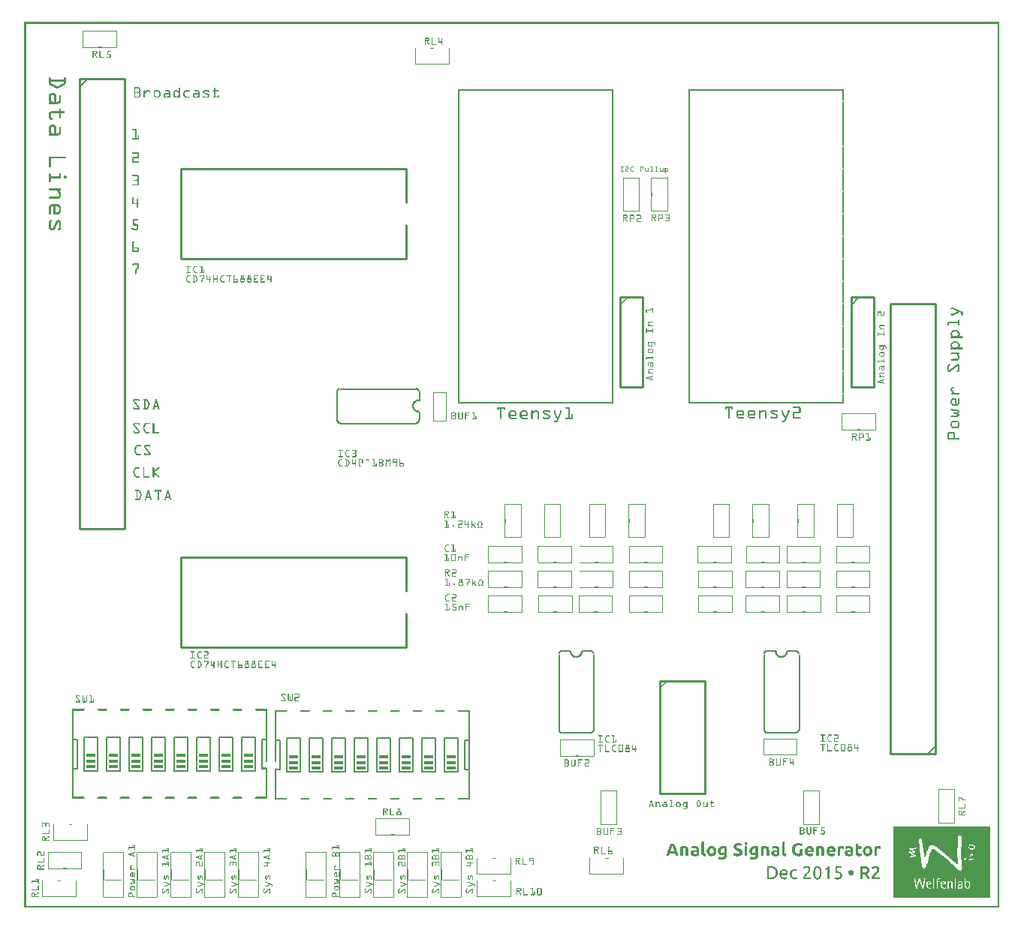
<source format=gto>
G04 MADE WITH FRITZING*
G04 WWW.FRITZING.ORG*
G04 DOUBLE SIDED*
G04 HOLES PLATED*
G04 CONTOUR ON CENTER OF CONTOUR VECTOR*
%ASAXBY*%
%FSLAX23Y23*%
%MOIN*%
%OFA0B0*%
%SFA1.0B1.0*%
%ADD10R,0.040000X0.015000*%
%ADD11C,0.010000*%
%ADD12C,0.005000*%
%ADD13C,0.008000*%
%ADD14R,0.001000X0.001000*%
%LNSILK1*%
G90*
G70*
G54D10*
X996Y678D03*
X996Y653D03*
X996Y628D03*
X896Y678D03*
X896Y653D03*
X896Y628D03*
X796Y678D03*
X796Y653D03*
X796Y628D03*
X696Y678D03*
X696Y653D03*
X696Y628D03*
X596Y678D03*
X596Y653D03*
X596Y628D03*
X496Y678D03*
X496Y653D03*
X496Y628D03*
X396Y678D03*
X396Y653D03*
X396Y628D03*
X296Y678D03*
X296Y653D03*
X296Y628D03*
X1896Y672D03*
X1896Y647D03*
X1896Y622D03*
X1796Y672D03*
X1796Y647D03*
X1796Y622D03*
X1696Y672D03*
X1696Y647D03*
X1696Y622D03*
X1596Y672D03*
X1596Y647D03*
X1596Y622D03*
X1496Y672D03*
X1496Y647D03*
X1496Y622D03*
X1396Y672D03*
X1396Y647D03*
X1396Y622D03*
X1296Y672D03*
X1296Y647D03*
X1296Y622D03*
X1196Y672D03*
X1196Y647D03*
X1196Y622D03*
G54D11*
X3671Y2715D02*
X3671Y2315D01*
D02*
X3671Y2315D02*
X3771Y2315D01*
D02*
X3771Y2315D02*
X3771Y2715D01*
D02*
X3771Y2715D02*
X3671Y2715D01*
G54D12*
D02*
X3671Y2680D02*
X3706Y2715D01*
G54D11*
D02*
X2646Y2715D02*
X2646Y2315D01*
D02*
X2646Y2315D02*
X2746Y2315D01*
D02*
X2746Y2315D02*
X2746Y2715D01*
D02*
X2746Y2715D02*
X2646Y2715D01*
D02*
X1696Y1560D02*
X696Y1560D01*
D02*
X696Y1560D02*
X696Y1160D01*
D02*
X696Y1160D02*
X1696Y1160D01*
D02*
X1696Y1560D02*
X1696Y1410D01*
D02*
X1696Y1310D02*
X1696Y1160D01*
D02*
X1696Y3285D02*
X696Y3285D01*
D02*
X696Y3285D02*
X696Y2885D01*
D02*
X696Y2885D02*
X1696Y2885D01*
D02*
X1696Y3285D02*
X1696Y3135D01*
D02*
X1696Y3035D02*
X1696Y2885D01*
G54D13*
D02*
X3440Y793D02*
X3440Y1127D01*
D02*
X3286Y1127D02*
X3286Y789D01*
D02*
X3301Y778D02*
X3425Y778D01*
D02*
X3420Y1142D02*
X3387Y1142D01*
D02*
X3297Y1142D02*
X3337Y1142D01*
D02*
X216Y880D02*
X216Y750D01*
D02*
X216Y620D02*
X236Y620D01*
D02*
X236Y620D02*
X236Y750D01*
D02*
X236Y750D02*
X216Y750D01*
D02*
X216Y620D02*
X216Y490D01*
D02*
X216Y750D02*
X216Y620D01*
D02*
X1076Y750D02*
X1056Y750D01*
D02*
X1056Y750D02*
X1056Y620D01*
D02*
X1076Y750D02*
X1076Y880D01*
D02*
X966Y760D02*
X966Y610D01*
D02*
X966Y760D02*
X1026Y760D01*
D02*
X1026Y610D02*
X1026Y760D01*
D02*
X1026Y610D02*
X966Y610D01*
D02*
X866Y760D02*
X866Y610D01*
D02*
X866Y760D02*
X926Y760D01*
D02*
X926Y610D02*
X926Y760D01*
D02*
X926Y610D02*
X866Y610D01*
D02*
X766Y760D02*
X766Y610D01*
D02*
X766Y760D02*
X826Y760D01*
D02*
X826Y610D02*
X826Y760D01*
D02*
X826Y610D02*
X766Y610D01*
D02*
X666Y760D02*
X666Y610D01*
D02*
X666Y760D02*
X726Y760D01*
D02*
X726Y610D02*
X726Y760D01*
D02*
X726Y610D02*
X666Y610D01*
D02*
X566Y760D02*
X566Y610D01*
D02*
X566Y760D02*
X626Y760D01*
D02*
X626Y610D02*
X626Y760D01*
D02*
X626Y610D02*
X566Y610D01*
D02*
X466Y760D02*
X466Y610D01*
D02*
X466Y760D02*
X526Y760D01*
D02*
X526Y610D02*
X526Y760D01*
D02*
X526Y610D02*
X466Y610D01*
D02*
X366Y760D02*
X366Y610D01*
D02*
X366Y760D02*
X426Y760D01*
D02*
X426Y610D02*
X426Y760D01*
D02*
X426Y610D02*
X366Y610D01*
D02*
X266Y760D02*
X266Y610D01*
D02*
X266Y760D02*
X326Y760D01*
D02*
X326Y610D02*
X326Y760D01*
D02*
X326Y610D02*
X266Y610D01*
D02*
X2529Y793D02*
X2529Y1127D01*
D02*
X2375Y1127D02*
X2375Y789D01*
D02*
X2390Y778D02*
X2514Y778D01*
D02*
X2509Y1142D02*
X2476Y1142D01*
D02*
X2386Y1142D02*
X2426Y1142D01*
D02*
X1116Y875D02*
X1116Y745D01*
D02*
X1136Y615D02*
X1136Y745D01*
D02*
X1136Y745D02*
X1116Y745D01*
D02*
X1976Y485D02*
X1976Y615D01*
D02*
X1976Y745D02*
X1956Y745D01*
D02*
X1956Y745D02*
X1956Y615D01*
D02*
X1956Y615D02*
X1976Y615D01*
D02*
X1976Y745D02*
X1976Y875D01*
D02*
X1976Y615D02*
X1976Y745D01*
D02*
X1866Y755D02*
X1866Y605D01*
D02*
X1866Y755D02*
X1926Y755D01*
D02*
X1926Y605D02*
X1926Y755D01*
D02*
X1926Y605D02*
X1866Y605D01*
D02*
X1766Y755D02*
X1766Y605D01*
D02*
X1766Y755D02*
X1826Y755D01*
D02*
X1826Y605D02*
X1826Y755D01*
D02*
X1826Y605D02*
X1766Y605D01*
D02*
X1666Y755D02*
X1666Y605D01*
D02*
X1666Y755D02*
X1726Y755D01*
D02*
X1726Y605D02*
X1726Y755D01*
D02*
X1726Y605D02*
X1666Y605D01*
D02*
X1566Y755D02*
X1566Y605D01*
D02*
X1566Y755D02*
X1626Y755D01*
D02*
X1626Y605D02*
X1626Y755D01*
D02*
X1626Y605D02*
X1566Y605D01*
D02*
X1466Y755D02*
X1466Y605D01*
D02*
X1466Y755D02*
X1526Y755D01*
D02*
X1526Y605D02*
X1526Y755D01*
D02*
X1526Y605D02*
X1466Y605D01*
D02*
X1366Y755D02*
X1366Y605D01*
D02*
X1366Y755D02*
X1426Y755D01*
D02*
X1426Y605D02*
X1426Y755D01*
D02*
X1426Y605D02*
X1366Y605D01*
D02*
X1266Y755D02*
X1266Y605D01*
D02*
X1266Y755D02*
X1326Y755D01*
D02*
X1326Y605D02*
X1326Y755D01*
D02*
X1326Y605D02*
X1266Y605D01*
D02*
X1166Y755D02*
X1166Y605D01*
D02*
X1166Y755D02*
X1226Y755D01*
D02*
X1226Y605D02*
X1226Y755D01*
D02*
X1226Y605D02*
X1166Y605D01*
G54D11*
D02*
X246Y3685D02*
X246Y1685D01*
D02*
X246Y1685D02*
X446Y1685D01*
D02*
X446Y1685D02*
X446Y3685D01*
D02*
X446Y3685D02*
X246Y3685D01*
G54D12*
D02*
X246Y3650D02*
X281Y3685D01*
G54D11*
D02*
X4046Y685D02*
X4046Y2685D01*
D02*
X4046Y2685D02*
X3846Y2685D01*
D02*
X3846Y2685D02*
X3846Y685D01*
D02*
X3846Y685D02*
X4046Y685D01*
G54D12*
D02*
X4046Y720D02*
X4011Y685D01*
G54D11*
D02*
X2821Y1010D02*
X2821Y510D01*
D02*
X2821Y510D02*
X3021Y510D01*
D02*
X3021Y510D02*
X3021Y1010D01*
D02*
X3021Y1010D02*
X2821Y1010D01*
G54D13*
D02*
X1404Y2153D02*
X1738Y2153D01*
D02*
X1738Y2307D02*
X1400Y2307D01*
D02*
X1389Y2292D02*
X1389Y2168D01*
D02*
X1753Y2173D02*
X1753Y2206D01*
D02*
X1753Y2295D02*
X1753Y2256D01*
G36*
X3009Y294D02*
X3009Y292D01*
X3005Y292D01*
X3005Y239D01*
X3007Y239D01*
X3007Y236D01*
X3009Y236D01*
X3009Y234D01*
X3010Y234D01*
X3010Y233D01*
X3012Y233D01*
X3012Y231D01*
X3018Y231D01*
X3018Y229D01*
X3023Y229D01*
X3023Y236D01*
X3025Y236D01*
X3025Y241D01*
X3020Y241D01*
X3020Y242D01*
X3018Y242D01*
X3018Y294D01*
X3009Y294D01*
G37*
D02*
G36*
X3200Y294D02*
X3200Y292D01*
X3198Y292D01*
X3198Y290D01*
X3197Y290D01*
X3197Y282D01*
X3198Y282D01*
X3198Y281D01*
X3200Y281D01*
X3200Y279D01*
X3208Y279D01*
X3208Y281D01*
X3209Y281D01*
X3209Y284D01*
X3211Y284D01*
X3211Y289D01*
X3209Y289D01*
X3209Y292D01*
X3206Y292D01*
X3206Y294D01*
X3200Y294D01*
G37*
D02*
G36*
X3367Y294D02*
X3367Y292D01*
X3364Y292D01*
X3364Y237D01*
X3365Y237D01*
X3365Y234D01*
X3367Y234D01*
X3367Y233D01*
X3370Y233D01*
X3370Y231D01*
X3376Y231D01*
X3376Y229D01*
X3380Y229D01*
X3380Y231D01*
X3381Y231D01*
X3381Y237D01*
X3383Y237D01*
X3383Y239D01*
X3381Y239D01*
X3381Y241D01*
X3378Y241D01*
X3378Y242D01*
X3376Y242D01*
X3376Y294D01*
X3367Y294D01*
G37*
D02*
G36*
X3428Y289D02*
X3428Y287D01*
X3423Y287D01*
X3423Y286D01*
X3420Y286D01*
X3420Y284D01*
X3418Y284D01*
X3418Y282D01*
X3417Y282D01*
X3417Y281D01*
X3415Y281D01*
X3415Y279D01*
X3413Y279D01*
X3413Y278D01*
X3444Y278D01*
X3444Y276D01*
X3449Y276D01*
X3449Y274D01*
X3452Y274D01*
X3452Y279D01*
X3454Y279D01*
X3454Y286D01*
X3450Y286D01*
X3450Y287D01*
X3444Y287D01*
X3444Y289D01*
X3428Y289D01*
G37*
D02*
G36*
X3412Y278D02*
X3412Y274D01*
X3410Y274D01*
X3410Y271D01*
X3409Y271D01*
X3409Y265D01*
X3407Y265D01*
X3407Y253D01*
X3409Y253D01*
X3409Y247D01*
X3410Y247D01*
X3410Y244D01*
X3412Y244D01*
X3412Y241D01*
X3431Y241D01*
X3431Y242D01*
X3428Y242D01*
X3428Y244D01*
X3426Y244D01*
X3426Y245D01*
X3425Y245D01*
X3425Y247D01*
X3423Y247D01*
X3423Y250D01*
X3421Y250D01*
X3421Y268D01*
X3423Y268D01*
X3423Y271D01*
X3425Y271D01*
X3425Y273D01*
X3426Y273D01*
X3426Y274D01*
X3428Y274D01*
X3428Y276D01*
X3431Y276D01*
X3431Y278D01*
X3412Y278D01*
G37*
D02*
G36*
X3444Y262D02*
X3444Y260D01*
X3442Y260D01*
X3442Y241D01*
X3455Y241D01*
X3455Y262D01*
X3444Y262D01*
G37*
D02*
G36*
X3413Y241D02*
X3413Y239D01*
X3455Y239D01*
X3455Y241D01*
X3413Y241D01*
G37*
D02*
G36*
X3413Y241D02*
X3413Y239D01*
X3455Y239D01*
X3455Y241D01*
X3413Y241D01*
G37*
D02*
G36*
X3415Y239D02*
X3415Y237D01*
X3417Y237D01*
X3417Y236D01*
X3418Y236D01*
X3418Y234D01*
X3420Y234D01*
X3420Y233D01*
X3423Y233D01*
X3423Y231D01*
X3430Y231D01*
X3430Y229D01*
X3444Y229D01*
X3444Y231D01*
X3454Y231D01*
X3454Y233D01*
X3455Y233D01*
X3455Y239D01*
X3415Y239D01*
G37*
D02*
G36*
X2870Y287D02*
X2870Y286D01*
X2869Y286D01*
X2869Y282D01*
X2867Y282D01*
X2867Y279D01*
X2866Y279D01*
X2866Y274D01*
X2877Y274D01*
X2877Y271D01*
X2878Y271D01*
X2878Y268D01*
X2880Y268D01*
X2880Y263D01*
X2882Y263D01*
X2882Y258D01*
X2883Y258D01*
X2883Y253D01*
X2896Y253D01*
X2896Y258D01*
X2894Y258D01*
X2894Y262D01*
X2893Y262D01*
X2893Y266D01*
X2891Y266D01*
X2891Y270D01*
X2890Y270D01*
X2890Y274D01*
X2888Y274D01*
X2888Y278D01*
X2886Y278D01*
X2886Y281D01*
X2885Y281D01*
X2885Y284D01*
X2883Y284D01*
X2883Y287D01*
X2870Y287D01*
G37*
D02*
G36*
X2864Y274D02*
X2864Y271D01*
X2862Y271D01*
X2862Y268D01*
X2861Y268D01*
X2861Y263D01*
X2859Y263D01*
X2859Y260D01*
X2857Y260D01*
X2857Y255D01*
X2856Y255D01*
X2856Y253D01*
X2869Y253D01*
X2869Y257D01*
X2870Y257D01*
X2870Y262D01*
X2872Y262D01*
X2872Y265D01*
X2874Y265D01*
X2874Y270D01*
X2875Y270D01*
X2875Y274D01*
X2864Y274D01*
G37*
D02*
G36*
X2856Y253D02*
X2856Y252D01*
X2898Y252D01*
X2898Y253D01*
X2856Y253D01*
G37*
D02*
G36*
X2856Y253D02*
X2856Y252D01*
X2898Y252D01*
X2898Y253D01*
X2856Y253D01*
G37*
D02*
G36*
X2856Y252D02*
X2856Y250D01*
X2854Y250D01*
X2854Y247D01*
X2853Y247D01*
X2853Y242D01*
X2888Y242D01*
X2888Y239D01*
X2890Y239D01*
X2890Y234D01*
X2891Y234D01*
X2891Y231D01*
X2906Y231D01*
X2906Y233D01*
X2904Y233D01*
X2904Y236D01*
X2902Y236D01*
X2902Y241D01*
X2901Y241D01*
X2901Y245D01*
X2899Y245D01*
X2899Y250D01*
X2898Y250D01*
X2898Y252D01*
X2856Y252D01*
G37*
D02*
G36*
X2851Y242D02*
X2851Y237D01*
X2849Y237D01*
X2849Y233D01*
X2848Y233D01*
X2848Y231D01*
X2861Y231D01*
X2861Y233D01*
X2862Y233D01*
X2862Y237D01*
X2864Y237D01*
X2864Y242D01*
X2851Y242D01*
G37*
D02*
G36*
X3691Y286D02*
X3691Y284D01*
X3690Y284D01*
X3690Y239D01*
X3691Y239D01*
X3691Y236D01*
X3693Y236D01*
X3693Y234D01*
X3695Y234D01*
X3695Y233D01*
X3696Y233D01*
X3696Y231D01*
X3701Y231D01*
X3701Y229D01*
X3712Y229D01*
X3712Y231D01*
X3717Y231D01*
X3717Y241D01*
X3704Y241D01*
X3704Y242D01*
X3703Y242D01*
X3703Y247D01*
X3701Y247D01*
X3701Y263D01*
X3716Y263D01*
X3716Y265D01*
X3717Y265D01*
X3717Y273D01*
X3716Y273D01*
X3716Y274D01*
X3701Y274D01*
X3701Y286D01*
X3691Y286D01*
G37*
D02*
G36*
X4201Y279D02*
X4201Y278D01*
X4199Y278D01*
X4199Y276D01*
X4198Y276D01*
X4198Y274D01*
X4196Y274D01*
X4196Y271D01*
X4194Y271D01*
X4194Y268D01*
X4196Y268D01*
X4196Y266D01*
X4199Y266D01*
X4199Y265D01*
X4210Y265D01*
X4210Y266D01*
X4214Y266D01*
X4214Y268D01*
X4215Y268D01*
X4215Y273D01*
X4214Y273D01*
X4214Y274D01*
X4212Y274D01*
X4212Y276D01*
X4209Y276D01*
X4209Y278D01*
X4204Y278D01*
X4204Y279D01*
X4201Y279D01*
G37*
D02*
G36*
X2917Y274D02*
X2917Y273D01*
X2912Y273D01*
X2912Y265D01*
X2933Y265D01*
X2933Y263D01*
X2935Y263D01*
X2935Y262D01*
X2936Y262D01*
X2936Y231D01*
X2949Y231D01*
X2949Y263D01*
X2947Y263D01*
X2947Y266D01*
X2946Y266D01*
X2946Y270D01*
X2944Y270D01*
X2944Y271D01*
X2943Y271D01*
X2943Y273D01*
X2939Y273D01*
X2939Y274D01*
X2917Y274D01*
G37*
D02*
G36*
X2912Y265D02*
X2912Y231D01*
X2923Y231D01*
X2923Y263D01*
X2925Y263D01*
X2925Y265D01*
X2912Y265D01*
G37*
D02*
G36*
X3042Y274D02*
X3042Y273D01*
X3039Y273D01*
X3039Y271D01*
X3037Y271D01*
X3037Y270D01*
X3036Y270D01*
X3036Y268D01*
X3034Y268D01*
X3034Y266D01*
X3033Y266D01*
X3033Y265D01*
X3054Y265D01*
X3054Y263D01*
X3057Y263D01*
X3057Y260D01*
X3058Y260D01*
X3058Y255D01*
X3060Y255D01*
X3060Y249D01*
X3058Y249D01*
X3058Y244D01*
X3057Y244D01*
X3057Y242D01*
X3055Y242D01*
X3055Y241D01*
X3070Y241D01*
X3070Y244D01*
X3071Y244D01*
X3071Y262D01*
X3070Y262D01*
X3070Y265D01*
X3068Y265D01*
X3068Y266D01*
X3066Y266D01*
X3066Y270D01*
X3065Y270D01*
X3065Y271D01*
X3062Y271D01*
X3062Y273D01*
X3058Y273D01*
X3058Y274D01*
X3042Y274D01*
G37*
D02*
G36*
X3033Y265D02*
X3033Y263D01*
X3031Y263D01*
X3031Y258D01*
X3029Y258D01*
X3029Y245D01*
X3031Y245D01*
X3031Y241D01*
X3045Y241D01*
X3045Y242D01*
X3044Y242D01*
X3044Y245D01*
X3042Y245D01*
X3042Y260D01*
X3044Y260D01*
X3044Y262D01*
X3045Y262D01*
X3045Y263D01*
X3047Y263D01*
X3047Y265D01*
X3033Y265D01*
G37*
D02*
G36*
X3033Y241D02*
X3033Y239D01*
X3070Y239D01*
X3070Y241D01*
X3033Y241D01*
G37*
D02*
G36*
X3033Y241D02*
X3033Y239D01*
X3070Y239D01*
X3070Y241D01*
X3033Y241D01*
G37*
D02*
G36*
X3034Y239D02*
X3034Y236D01*
X3036Y236D01*
X3036Y234D01*
X3037Y234D01*
X3037Y233D01*
X3041Y233D01*
X3041Y231D01*
X3045Y231D01*
X3045Y229D01*
X3055Y229D01*
X3055Y231D01*
X3060Y231D01*
X3060Y233D01*
X3063Y233D01*
X3063Y234D01*
X3065Y234D01*
X3065Y236D01*
X3066Y236D01*
X3066Y237D01*
X3068Y237D01*
X3068Y239D01*
X3034Y239D01*
G37*
D02*
G36*
X3198Y274D02*
X3198Y231D01*
X3209Y231D01*
X3209Y274D01*
X3198Y274D01*
G37*
D02*
G36*
X3275Y274D02*
X3275Y273D01*
X3270Y273D01*
X3270Y265D01*
X3291Y265D01*
X3291Y263D01*
X3293Y263D01*
X3293Y262D01*
X3295Y262D01*
X3295Y231D01*
X3307Y231D01*
X3307Y260D01*
X3306Y260D01*
X3306Y266D01*
X3304Y266D01*
X3304Y270D01*
X3303Y270D01*
X3303Y271D01*
X3299Y271D01*
X3299Y273D01*
X3296Y273D01*
X3296Y274D01*
X3275Y274D01*
G37*
D02*
G36*
X3270Y265D02*
X3270Y231D01*
X3282Y231D01*
X3282Y263D01*
X3283Y263D01*
X3283Y265D01*
X3270Y265D01*
G37*
D02*
G36*
X3478Y274D02*
X3478Y273D01*
X3475Y273D01*
X3475Y271D01*
X3473Y271D01*
X3473Y270D01*
X3471Y270D01*
X3471Y268D01*
X3470Y268D01*
X3470Y266D01*
X3468Y266D01*
X3468Y265D01*
X3489Y265D01*
X3489Y263D01*
X3491Y263D01*
X3491Y262D01*
X3492Y262D01*
X3492Y258D01*
X3494Y258D01*
X3494Y257D01*
X3505Y257D01*
X3505Y260D01*
X3503Y260D01*
X3503Y265D01*
X3502Y265D01*
X3502Y268D01*
X3500Y268D01*
X3500Y270D01*
X3499Y270D01*
X3499Y271D01*
X3497Y271D01*
X3497Y273D01*
X3494Y273D01*
X3494Y274D01*
X3478Y274D01*
G37*
D02*
G36*
X3468Y265D02*
X3468Y263D01*
X3466Y263D01*
X3466Y260D01*
X3465Y260D01*
X3465Y257D01*
X3478Y257D01*
X3478Y262D01*
X3479Y262D01*
X3479Y263D01*
X3481Y263D01*
X3481Y265D01*
X3468Y265D01*
G37*
D02*
G36*
X3465Y257D02*
X3465Y255D01*
X3505Y255D01*
X3505Y257D01*
X3465Y257D01*
G37*
D02*
G36*
X3465Y257D02*
X3465Y255D01*
X3505Y255D01*
X3505Y257D01*
X3465Y257D01*
G37*
D02*
G36*
X3465Y255D02*
X3465Y244D01*
X3466Y244D01*
X3466Y241D01*
X3483Y241D01*
X3483Y242D01*
X3479Y242D01*
X3479Y244D01*
X3478Y244D01*
X3478Y249D01*
X3505Y249D01*
X3505Y255D01*
X3465Y255D01*
G37*
D02*
G36*
X3499Y242D02*
X3499Y241D01*
X3500Y241D01*
X3500Y242D01*
X3499Y242D01*
G37*
D02*
G36*
X3468Y241D02*
X3468Y239D01*
X3502Y239D01*
X3502Y241D01*
X3468Y241D01*
G37*
D02*
G36*
X3468Y241D02*
X3468Y239D01*
X3502Y239D01*
X3502Y241D01*
X3468Y241D01*
G37*
D02*
G36*
X3468Y239D02*
X3468Y237D01*
X3470Y237D01*
X3470Y236D01*
X3471Y236D01*
X3471Y234D01*
X3473Y234D01*
X3473Y233D01*
X3476Y233D01*
X3476Y231D01*
X3481Y231D01*
X3481Y229D01*
X3494Y229D01*
X3494Y231D01*
X3502Y231D01*
X3502Y239D01*
X3468Y239D01*
G37*
D02*
G36*
X3519Y274D02*
X3519Y273D01*
X3515Y273D01*
X3515Y265D01*
X3536Y265D01*
X3536Y263D01*
X3537Y263D01*
X3537Y262D01*
X3539Y262D01*
X3539Y231D01*
X3552Y231D01*
X3552Y263D01*
X3550Y263D01*
X3550Y266D01*
X3548Y266D01*
X3548Y270D01*
X3547Y270D01*
X3547Y271D01*
X3545Y271D01*
X3545Y273D01*
X3542Y273D01*
X3542Y274D01*
X3519Y274D01*
G37*
D02*
G36*
X3515Y265D02*
X3515Y231D01*
X3528Y231D01*
X3528Y265D01*
X3515Y265D01*
G37*
D02*
G36*
X3574Y274D02*
X3574Y273D01*
X3571Y273D01*
X3571Y271D01*
X3569Y271D01*
X3569Y270D01*
X3566Y270D01*
X3566Y266D01*
X3564Y266D01*
X3564Y265D01*
X3585Y265D01*
X3585Y263D01*
X3587Y263D01*
X3587Y262D01*
X3589Y262D01*
X3589Y257D01*
X3601Y257D01*
X3601Y260D01*
X3600Y260D01*
X3600Y265D01*
X3598Y265D01*
X3598Y268D01*
X3597Y268D01*
X3597Y270D01*
X3595Y270D01*
X3595Y271D01*
X3593Y271D01*
X3593Y273D01*
X3590Y273D01*
X3590Y274D01*
X3574Y274D01*
G37*
D02*
G36*
X3563Y265D02*
X3563Y260D01*
X3561Y260D01*
X3561Y257D01*
X3574Y257D01*
X3574Y262D01*
X3576Y262D01*
X3576Y263D01*
X3577Y263D01*
X3577Y265D01*
X3563Y265D01*
G37*
D02*
G36*
X3561Y257D02*
X3561Y255D01*
X3601Y255D01*
X3601Y257D01*
X3561Y257D01*
G37*
D02*
G36*
X3561Y257D02*
X3561Y255D01*
X3601Y255D01*
X3601Y257D01*
X3561Y257D01*
G37*
D02*
G36*
X3561Y255D02*
X3561Y244D01*
X3563Y244D01*
X3563Y241D01*
X3579Y241D01*
X3579Y242D01*
X3576Y242D01*
X3576Y244D01*
X3574Y244D01*
X3574Y249D01*
X3601Y249D01*
X3601Y255D01*
X3561Y255D01*
G37*
D02*
G36*
X3595Y242D02*
X3595Y241D01*
X3597Y241D01*
X3597Y242D01*
X3595Y242D01*
G37*
D02*
G36*
X3563Y241D02*
X3563Y239D01*
X3598Y239D01*
X3598Y241D01*
X3563Y241D01*
G37*
D02*
G36*
X3563Y241D02*
X3563Y239D01*
X3598Y239D01*
X3598Y241D01*
X3563Y241D01*
G37*
D02*
G36*
X3564Y239D02*
X3564Y237D01*
X3566Y237D01*
X3566Y236D01*
X3568Y236D01*
X3568Y234D01*
X3569Y234D01*
X3569Y233D01*
X3573Y233D01*
X3573Y231D01*
X3577Y231D01*
X3577Y229D01*
X3590Y229D01*
X3590Y231D01*
X3598Y231D01*
X3598Y239D01*
X3564Y239D01*
G37*
D02*
G36*
X3618Y274D02*
X3618Y273D01*
X3613Y273D01*
X3613Y271D01*
X3611Y271D01*
X3611Y265D01*
X3632Y265D01*
X3632Y263D01*
X3637Y263D01*
X3637Y268D01*
X3638Y268D01*
X3638Y273D01*
X3637Y273D01*
X3637Y274D01*
X3618Y274D01*
G37*
D02*
G36*
X3611Y265D02*
X3611Y231D01*
X3622Y231D01*
X3622Y263D01*
X3624Y263D01*
X3624Y265D01*
X3611Y265D01*
G37*
D02*
G36*
X3736Y274D02*
X3736Y273D01*
X3733Y273D01*
X3733Y271D01*
X3730Y271D01*
X3730Y270D01*
X3728Y270D01*
X3728Y268D01*
X3727Y268D01*
X3727Y265D01*
X3748Y265D01*
X3748Y263D01*
X3749Y263D01*
X3749Y262D01*
X3751Y262D01*
X3751Y258D01*
X3752Y258D01*
X3752Y247D01*
X3751Y247D01*
X3751Y244D01*
X3749Y244D01*
X3749Y242D01*
X3748Y242D01*
X3748Y241D01*
X3762Y241D01*
X3762Y242D01*
X3764Y242D01*
X3764Y247D01*
X3765Y247D01*
X3765Y257D01*
X3764Y257D01*
X3764Y263D01*
X3762Y263D01*
X3762Y266D01*
X3761Y266D01*
X3761Y268D01*
X3759Y268D01*
X3759Y270D01*
X3757Y270D01*
X3757Y271D01*
X3756Y271D01*
X3756Y273D01*
X3752Y273D01*
X3752Y274D01*
X3736Y274D01*
G37*
D02*
G36*
X3725Y265D02*
X3725Y262D01*
X3724Y262D01*
X3724Y255D01*
X3722Y255D01*
X3722Y250D01*
X3724Y250D01*
X3724Y242D01*
X3725Y242D01*
X3725Y241D01*
X3740Y241D01*
X3740Y242D01*
X3738Y242D01*
X3738Y244D01*
X3736Y244D01*
X3736Y247D01*
X3735Y247D01*
X3735Y257D01*
X3736Y257D01*
X3736Y262D01*
X3738Y262D01*
X3738Y263D01*
X3741Y263D01*
X3741Y265D01*
X3725Y265D01*
G37*
D02*
G36*
X3725Y241D02*
X3725Y239D01*
X3762Y239D01*
X3762Y241D01*
X3725Y241D01*
G37*
D02*
G36*
X3725Y241D02*
X3725Y239D01*
X3762Y239D01*
X3762Y241D01*
X3725Y241D01*
G37*
D02*
G36*
X3727Y239D02*
X3727Y237D01*
X3728Y237D01*
X3728Y236D01*
X3730Y236D01*
X3730Y234D01*
X3732Y234D01*
X3732Y233D01*
X3735Y233D01*
X3735Y231D01*
X3738Y231D01*
X3738Y229D01*
X3749Y229D01*
X3749Y231D01*
X3754Y231D01*
X3754Y233D01*
X3756Y233D01*
X3756Y234D01*
X3759Y234D01*
X3759Y236D01*
X3761Y236D01*
X3761Y239D01*
X3727Y239D01*
G37*
D02*
G36*
X3781Y274D02*
X3781Y273D01*
X3777Y273D01*
X3777Y271D01*
X3775Y271D01*
X3775Y265D01*
X3796Y265D01*
X3796Y263D01*
X3801Y263D01*
X3801Y268D01*
X3802Y268D01*
X3802Y273D01*
X3801Y273D01*
X3801Y274D01*
X3781Y274D01*
G37*
D02*
G36*
X3775Y265D02*
X3775Y231D01*
X3786Y231D01*
X3786Y263D01*
X3788Y263D01*
X3788Y265D01*
X3775Y265D01*
G37*
D02*
G36*
X2964Y274D02*
X2964Y273D01*
X2962Y273D01*
X2962Y265D01*
X2980Y265D01*
X2980Y263D01*
X2981Y263D01*
X2981Y262D01*
X2983Y262D01*
X2983Y257D01*
X2994Y257D01*
X2994Y265D01*
X2992Y265D01*
X2992Y268D01*
X2991Y268D01*
X2991Y271D01*
X2988Y271D01*
X2988Y273D01*
X2984Y273D01*
X2984Y274D01*
X2964Y274D01*
G37*
D02*
G36*
X2964Y265D02*
X2964Y263D01*
X2965Y263D01*
X2965Y265D01*
X2964Y265D01*
G37*
D02*
G36*
X2975Y258D02*
X2975Y257D01*
X2976Y257D01*
X2976Y258D01*
X2975Y258D01*
G37*
D02*
G36*
X2965Y257D02*
X2965Y255D01*
X2994Y255D01*
X2994Y257D01*
X2965Y257D01*
G37*
D02*
G36*
X2965Y257D02*
X2965Y255D01*
X2994Y255D01*
X2994Y257D01*
X2965Y257D01*
G37*
D02*
G36*
X2962Y255D02*
X2962Y253D01*
X2960Y253D01*
X2960Y252D01*
X2959Y252D01*
X2959Y249D01*
X2983Y249D01*
X2983Y239D01*
X2994Y239D01*
X2994Y255D01*
X2962Y255D01*
G37*
D02*
G36*
X2957Y249D02*
X2957Y239D01*
X2973Y239D01*
X2973Y241D01*
X2970Y241D01*
X2970Y247D01*
X2972Y247D01*
X2972Y249D01*
X2957Y249D01*
G37*
D02*
G36*
X2959Y239D02*
X2959Y237D01*
X2994Y237D01*
X2994Y239D01*
X2959Y239D01*
G37*
D02*
G36*
X2959Y239D02*
X2959Y237D01*
X2994Y237D01*
X2994Y239D01*
X2959Y239D01*
G37*
D02*
G36*
X2959Y237D02*
X2959Y236D01*
X2960Y236D01*
X2960Y234D01*
X2962Y234D01*
X2962Y233D01*
X2965Y233D01*
X2965Y231D01*
X2970Y231D01*
X2970Y229D01*
X2983Y229D01*
X2983Y231D01*
X2994Y231D01*
X2994Y237D01*
X2959Y237D01*
G37*
D02*
G36*
X3322Y274D02*
X3322Y273D01*
X3320Y273D01*
X3320Y265D01*
X3338Y265D01*
X3338Y263D01*
X3340Y263D01*
X3340Y260D01*
X3341Y260D01*
X3341Y257D01*
X3352Y257D01*
X3352Y265D01*
X3351Y265D01*
X3351Y268D01*
X3349Y268D01*
X3349Y270D01*
X3348Y270D01*
X3348Y271D01*
X3346Y271D01*
X3346Y273D01*
X3343Y273D01*
X3343Y274D01*
X3322Y274D01*
G37*
D02*
G36*
X3320Y265D02*
X3320Y263D01*
X3323Y263D01*
X3323Y265D01*
X3320Y265D01*
G37*
D02*
G36*
X3333Y258D02*
X3333Y257D01*
X3335Y257D01*
X3335Y258D01*
X3333Y258D01*
G37*
D02*
G36*
X3323Y257D02*
X3323Y255D01*
X3352Y255D01*
X3352Y257D01*
X3323Y257D01*
G37*
D02*
G36*
X3323Y257D02*
X3323Y255D01*
X3352Y255D01*
X3352Y257D01*
X3323Y257D01*
G37*
D02*
G36*
X3320Y255D02*
X3320Y253D01*
X3319Y253D01*
X3319Y252D01*
X3317Y252D01*
X3317Y249D01*
X3341Y249D01*
X3341Y239D01*
X3352Y239D01*
X3352Y255D01*
X3320Y255D01*
G37*
D02*
G36*
X3315Y249D02*
X3315Y239D01*
X3331Y239D01*
X3331Y241D01*
X3328Y241D01*
X3328Y244D01*
X3327Y244D01*
X3327Y245D01*
X3328Y245D01*
X3328Y247D01*
X3330Y247D01*
X3330Y249D01*
X3315Y249D01*
G37*
D02*
G36*
X3317Y239D02*
X3317Y237D01*
X3352Y237D01*
X3352Y239D01*
X3317Y239D01*
G37*
D02*
G36*
X3317Y239D02*
X3317Y237D01*
X3352Y237D01*
X3352Y239D01*
X3317Y239D01*
G37*
D02*
G36*
X3317Y237D02*
X3317Y236D01*
X3319Y236D01*
X3319Y234D01*
X3320Y234D01*
X3320Y233D01*
X3322Y233D01*
X3322Y231D01*
X3328Y231D01*
X3328Y229D01*
X3341Y229D01*
X3341Y231D01*
X3352Y231D01*
X3352Y237D01*
X3317Y237D01*
G37*
D02*
G36*
X3648Y274D02*
X3648Y273D01*
X3646Y273D01*
X3646Y265D01*
X3664Y265D01*
X3664Y263D01*
X3666Y263D01*
X3666Y262D01*
X3667Y262D01*
X3667Y257D01*
X3679Y257D01*
X3679Y265D01*
X3677Y265D01*
X3677Y268D01*
X3675Y268D01*
X3675Y271D01*
X3672Y271D01*
X3672Y273D01*
X3669Y273D01*
X3669Y274D01*
X3648Y274D01*
G37*
D02*
G36*
X3646Y265D02*
X3646Y263D01*
X3650Y263D01*
X3650Y265D01*
X3646Y265D01*
G37*
D02*
G36*
X3659Y258D02*
X3659Y257D01*
X3661Y257D01*
X3661Y258D01*
X3659Y258D01*
G37*
D02*
G36*
X3650Y257D02*
X3650Y255D01*
X3679Y255D01*
X3679Y257D01*
X3650Y257D01*
G37*
D02*
G36*
X3650Y257D02*
X3650Y255D01*
X3679Y255D01*
X3679Y257D01*
X3650Y257D01*
G37*
D02*
G36*
X3646Y255D02*
X3646Y253D01*
X3645Y253D01*
X3645Y252D01*
X3643Y252D01*
X3643Y249D01*
X3667Y249D01*
X3667Y239D01*
X3679Y239D01*
X3679Y255D01*
X3646Y255D01*
G37*
D02*
G36*
X3642Y249D02*
X3642Y239D01*
X3658Y239D01*
X3658Y241D01*
X3654Y241D01*
X3654Y247D01*
X3656Y247D01*
X3656Y249D01*
X3642Y249D01*
G37*
D02*
G36*
X3643Y239D02*
X3643Y237D01*
X3679Y237D01*
X3679Y239D01*
X3643Y239D01*
G37*
D02*
G36*
X3643Y239D02*
X3643Y237D01*
X3679Y237D01*
X3679Y239D01*
X3643Y239D01*
G37*
D02*
G36*
X3643Y237D02*
X3643Y236D01*
X3645Y236D01*
X3645Y234D01*
X3646Y234D01*
X3646Y233D01*
X3650Y233D01*
X3650Y231D01*
X3654Y231D01*
X3654Y229D01*
X3667Y229D01*
X3667Y231D01*
X3679Y231D01*
X3679Y237D01*
X3643Y237D01*
G37*
D02*
G36*
X3161Y289D02*
X3161Y287D01*
X3156Y287D01*
X3156Y286D01*
X3155Y286D01*
X3155Y284D01*
X3153Y284D01*
X3153Y282D01*
X3152Y282D01*
X3152Y281D01*
X3150Y281D01*
X3150Y278D01*
X3177Y278D01*
X3177Y276D01*
X3182Y276D01*
X3182Y278D01*
X3184Y278D01*
X3184Y282D01*
X3185Y282D01*
X3185Y286D01*
X3182Y286D01*
X3182Y287D01*
X3177Y287D01*
X3177Y289D01*
X3161Y289D01*
G37*
D02*
G36*
X3148Y278D02*
X3148Y266D01*
X3150Y266D01*
X3150Y263D01*
X3152Y263D01*
X3152Y262D01*
X3153Y262D01*
X3153Y260D01*
X3155Y260D01*
X3155Y258D01*
X3158Y258D01*
X3158Y257D01*
X3161Y257D01*
X3161Y255D01*
X3166Y255D01*
X3166Y253D01*
X3169Y253D01*
X3169Y252D01*
X3172Y252D01*
X3172Y250D01*
X3174Y250D01*
X3174Y249D01*
X3176Y249D01*
X3176Y244D01*
X3174Y244D01*
X3174Y242D01*
X3172Y242D01*
X3172Y241D01*
X3187Y241D01*
X3187Y242D01*
X3188Y242D01*
X3188Y252D01*
X3187Y252D01*
X3187Y255D01*
X3185Y255D01*
X3185Y258D01*
X3184Y258D01*
X3184Y260D01*
X3180Y260D01*
X3180Y262D01*
X3177Y262D01*
X3177Y263D01*
X3174Y263D01*
X3174Y265D01*
X3171Y265D01*
X3171Y266D01*
X3166Y266D01*
X3166Y268D01*
X3163Y268D01*
X3163Y270D01*
X3161Y270D01*
X3161Y276D01*
X3163Y276D01*
X3163Y278D01*
X3148Y278D01*
G37*
D02*
G36*
X3150Y244D02*
X3150Y241D01*
X3158Y241D01*
X3158Y242D01*
X3153Y242D01*
X3153Y244D01*
X3150Y244D01*
G37*
D02*
G36*
X3148Y241D02*
X3148Y239D01*
X3187Y239D01*
X3187Y241D01*
X3148Y241D01*
G37*
D02*
G36*
X3148Y241D02*
X3148Y239D01*
X3187Y239D01*
X3187Y241D01*
X3148Y241D01*
G37*
D02*
G36*
X3148Y239D02*
X3148Y236D01*
X3147Y236D01*
X3147Y234D01*
X3148Y234D01*
X3148Y233D01*
X3152Y233D01*
X3152Y231D01*
X3158Y231D01*
X3158Y229D01*
X3172Y229D01*
X3172Y231D01*
X3179Y231D01*
X3179Y233D01*
X3182Y233D01*
X3182Y234D01*
X3184Y234D01*
X3184Y236D01*
X3185Y236D01*
X3185Y237D01*
X3187Y237D01*
X3187Y239D01*
X3148Y239D01*
G37*
D02*
G36*
X3094Y274D02*
X3094Y273D01*
X3089Y273D01*
X3089Y271D01*
X3087Y271D01*
X3087Y270D01*
X3084Y270D01*
X3084Y266D01*
X3082Y266D01*
X3082Y265D01*
X3107Y265D01*
X3107Y245D01*
X3105Y245D01*
X3105Y244D01*
X3118Y244D01*
X3118Y273D01*
X3113Y273D01*
X3113Y274D01*
X3094Y274D01*
G37*
D02*
G36*
X3081Y265D02*
X3081Y260D01*
X3079Y260D01*
X3079Y247D01*
X3081Y247D01*
X3081Y244D01*
X3095Y244D01*
X3095Y245D01*
X3094Y245D01*
X3094Y247D01*
X3092Y247D01*
X3092Y260D01*
X3094Y260D01*
X3094Y262D01*
X3095Y262D01*
X3095Y263D01*
X3097Y263D01*
X3097Y265D01*
X3081Y265D01*
G37*
D02*
G36*
X3081Y244D02*
X3081Y242D01*
X3118Y242D01*
X3118Y244D01*
X3081Y244D01*
G37*
D02*
G36*
X3081Y244D02*
X3081Y242D01*
X3118Y242D01*
X3118Y244D01*
X3081Y244D01*
G37*
D02*
G36*
X3082Y242D02*
X3082Y241D01*
X3084Y241D01*
X3084Y237D01*
X3087Y237D01*
X3087Y236D01*
X3107Y236D01*
X3107Y231D01*
X3105Y231D01*
X3105Y228D01*
X3103Y228D01*
X3103Y226D01*
X3118Y226D01*
X3118Y242D01*
X3082Y242D01*
G37*
D02*
G36*
X3089Y236D02*
X3089Y234D01*
X3105Y234D01*
X3105Y236D01*
X3089Y236D01*
G37*
D02*
G36*
X3084Y228D02*
X3084Y226D01*
X3087Y226D01*
X3087Y228D01*
X3084Y228D01*
G37*
D02*
G36*
X3082Y226D02*
X3082Y225D01*
X3116Y225D01*
X3116Y226D01*
X3082Y226D01*
G37*
D02*
G36*
X3082Y226D02*
X3082Y225D01*
X3116Y225D01*
X3116Y226D01*
X3082Y226D01*
G37*
D02*
G36*
X3082Y225D02*
X3082Y220D01*
X3081Y220D01*
X3081Y218D01*
X3082Y218D01*
X3082Y217D01*
X3090Y217D01*
X3090Y215D01*
X3102Y215D01*
X3102Y217D01*
X3108Y217D01*
X3108Y218D01*
X3111Y218D01*
X3111Y220D01*
X3113Y220D01*
X3113Y221D01*
X3115Y221D01*
X3115Y223D01*
X3116Y223D01*
X3116Y225D01*
X3082Y225D01*
G37*
D02*
G36*
X3233Y274D02*
X3233Y273D01*
X3229Y273D01*
X3229Y271D01*
X3227Y271D01*
X3227Y270D01*
X3224Y270D01*
X3224Y266D01*
X3222Y266D01*
X3222Y265D01*
X3246Y265D01*
X3246Y245D01*
X3245Y245D01*
X3245Y244D01*
X3258Y244D01*
X3258Y273D01*
X3253Y273D01*
X3253Y274D01*
X3233Y274D01*
G37*
D02*
G36*
X3221Y265D02*
X3221Y260D01*
X3219Y260D01*
X3219Y247D01*
X3221Y247D01*
X3221Y244D01*
X3235Y244D01*
X3235Y245D01*
X3233Y245D01*
X3233Y247D01*
X3232Y247D01*
X3232Y260D01*
X3233Y260D01*
X3233Y262D01*
X3235Y262D01*
X3235Y263D01*
X3237Y263D01*
X3237Y265D01*
X3221Y265D01*
G37*
D02*
G36*
X3221Y244D02*
X3221Y242D01*
X3258Y242D01*
X3258Y244D01*
X3221Y244D01*
G37*
D02*
G36*
X3221Y244D02*
X3221Y242D01*
X3258Y242D01*
X3258Y244D01*
X3221Y244D01*
G37*
D02*
G36*
X3222Y242D02*
X3222Y241D01*
X3224Y241D01*
X3224Y237D01*
X3227Y237D01*
X3227Y236D01*
X3246Y236D01*
X3246Y231D01*
X3245Y231D01*
X3245Y228D01*
X3243Y228D01*
X3243Y226D01*
X3258Y226D01*
X3258Y242D01*
X3222Y242D01*
G37*
D02*
G36*
X3230Y236D02*
X3230Y234D01*
X3245Y234D01*
X3245Y236D01*
X3230Y236D01*
G37*
D02*
G36*
X3224Y228D02*
X3224Y226D01*
X3227Y226D01*
X3227Y228D01*
X3224Y228D01*
G37*
D02*
G36*
X3222Y226D02*
X3222Y225D01*
X3256Y225D01*
X3256Y226D01*
X3222Y226D01*
G37*
D02*
G36*
X3222Y226D02*
X3222Y225D01*
X3256Y225D01*
X3256Y226D01*
X3222Y226D01*
G37*
D02*
G36*
X3222Y225D02*
X3222Y220D01*
X3221Y220D01*
X3221Y218D01*
X3222Y218D01*
X3222Y217D01*
X3230Y217D01*
X3230Y215D01*
X3242Y215D01*
X3242Y217D01*
X3248Y217D01*
X3248Y218D01*
X3251Y218D01*
X3251Y220D01*
X3253Y220D01*
X3253Y221D01*
X3254Y221D01*
X3254Y223D01*
X3256Y223D01*
X3256Y225D01*
X3222Y225D01*
G37*
D02*
G36*
X3304Y186D02*
X3304Y184D01*
X3298Y184D01*
X3298Y178D01*
X3322Y178D01*
X3322Y176D01*
X3327Y176D01*
X3327Y175D01*
X3328Y175D01*
X3328Y173D01*
X3330Y173D01*
X3330Y172D01*
X3331Y172D01*
X3331Y170D01*
X3333Y170D01*
X3333Y165D01*
X3335Y165D01*
X3335Y147D01*
X3333Y147D01*
X3333Y144D01*
X3331Y144D01*
X3331Y141D01*
X3330Y141D01*
X3330Y139D01*
X3328Y139D01*
X3328Y138D01*
X3325Y138D01*
X3325Y136D01*
X3320Y136D01*
X3320Y135D01*
X3336Y135D01*
X3336Y136D01*
X3338Y136D01*
X3338Y139D01*
X3340Y139D01*
X3340Y141D01*
X3341Y141D01*
X3341Y146D01*
X3343Y146D01*
X3343Y154D01*
X3344Y154D01*
X3344Y160D01*
X3343Y160D01*
X3343Y168D01*
X3341Y168D01*
X3341Y172D01*
X3340Y172D01*
X3340Y175D01*
X3338Y175D01*
X3338Y176D01*
X3336Y176D01*
X3336Y178D01*
X3335Y178D01*
X3335Y180D01*
X3333Y180D01*
X3333Y181D01*
X3330Y181D01*
X3330Y183D01*
X3325Y183D01*
X3325Y184D01*
X3317Y184D01*
X3317Y186D01*
X3304Y186D01*
G37*
D02*
G36*
X3298Y178D02*
X3298Y135D01*
X3306Y135D01*
X3306Y178D01*
X3298Y178D01*
G37*
D02*
G36*
X3298Y135D02*
X3298Y133D01*
X3333Y133D01*
X3333Y135D01*
X3298Y135D01*
G37*
D02*
G36*
X3298Y135D02*
X3298Y133D01*
X3333Y133D01*
X3333Y135D01*
X3298Y135D01*
G37*
D02*
G36*
X3298Y133D02*
X3298Y128D01*
X3323Y128D01*
X3323Y130D01*
X3328Y130D01*
X3328Y131D01*
X3331Y131D01*
X3331Y133D01*
X3298Y133D01*
G37*
D02*
G36*
X3465Y186D02*
X3465Y184D01*
X3462Y184D01*
X3462Y183D01*
X3458Y183D01*
X3458Y181D01*
X3457Y181D01*
X3457Y180D01*
X3476Y180D01*
X3476Y178D01*
X3479Y178D01*
X3479Y175D01*
X3481Y175D01*
X3481Y165D01*
X3479Y165D01*
X3479Y162D01*
X3478Y162D01*
X3478Y160D01*
X3476Y160D01*
X3476Y159D01*
X3475Y159D01*
X3475Y157D01*
X3473Y157D01*
X3473Y155D01*
X3471Y155D01*
X3471Y154D01*
X3470Y154D01*
X3470Y152D01*
X3468Y152D01*
X3468Y151D01*
X3466Y151D01*
X3466Y149D01*
X3465Y149D01*
X3465Y147D01*
X3463Y147D01*
X3463Y144D01*
X3462Y144D01*
X3462Y143D01*
X3460Y143D01*
X3460Y139D01*
X3458Y139D01*
X3458Y135D01*
X3457Y135D01*
X3457Y128D01*
X3492Y128D01*
X3492Y135D01*
X3465Y135D01*
X3465Y136D01*
X3466Y136D01*
X3466Y139D01*
X3468Y139D01*
X3468Y141D01*
X3470Y141D01*
X3470Y143D01*
X3471Y143D01*
X3471Y146D01*
X3473Y146D01*
X3473Y147D01*
X3475Y147D01*
X3475Y149D01*
X3476Y149D01*
X3476Y151D01*
X3478Y151D01*
X3478Y152D01*
X3479Y152D01*
X3479Y154D01*
X3481Y154D01*
X3481Y155D01*
X3483Y155D01*
X3483Y157D01*
X3484Y157D01*
X3484Y159D01*
X3486Y159D01*
X3486Y162D01*
X3487Y162D01*
X3487Y165D01*
X3489Y165D01*
X3489Y178D01*
X3487Y178D01*
X3487Y181D01*
X3486Y181D01*
X3486Y183D01*
X3483Y183D01*
X3483Y184D01*
X3479Y184D01*
X3479Y186D01*
X3465Y186D01*
G37*
D02*
G36*
X3457Y180D02*
X3457Y176D01*
X3458Y176D01*
X3458Y175D01*
X3462Y175D01*
X3462Y176D01*
X3463Y176D01*
X3463Y178D01*
X3468Y178D01*
X3468Y180D01*
X3457Y180D01*
G37*
D02*
G36*
X3515Y186D02*
X3515Y184D01*
X3511Y184D01*
X3511Y183D01*
X3510Y183D01*
X3510Y181D01*
X3508Y181D01*
X3508Y180D01*
X3524Y180D01*
X3524Y178D01*
X3526Y178D01*
X3526Y176D01*
X3528Y176D01*
X3528Y175D01*
X3529Y175D01*
X3529Y172D01*
X3531Y172D01*
X3531Y160D01*
X3532Y160D01*
X3532Y152D01*
X3531Y152D01*
X3531Y143D01*
X3529Y143D01*
X3529Y138D01*
X3528Y138D01*
X3528Y136D01*
X3526Y136D01*
X3526Y135D01*
X3523Y135D01*
X3523Y133D01*
X3534Y133D01*
X3534Y135D01*
X3536Y135D01*
X3536Y138D01*
X3537Y138D01*
X3537Y143D01*
X3539Y143D01*
X3539Y154D01*
X3540Y154D01*
X3540Y159D01*
X3539Y159D01*
X3539Y172D01*
X3537Y172D01*
X3537Y175D01*
X3536Y175D01*
X3536Y178D01*
X3534Y178D01*
X3534Y181D01*
X3532Y181D01*
X3532Y183D01*
X3529Y183D01*
X3529Y184D01*
X3528Y184D01*
X3528Y186D01*
X3515Y186D01*
G37*
D02*
G36*
X3507Y180D02*
X3507Y176D01*
X3505Y176D01*
X3505Y173D01*
X3503Y173D01*
X3503Y167D01*
X3502Y167D01*
X3502Y146D01*
X3503Y146D01*
X3503Y139D01*
X3505Y139D01*
X3505Y136D01*
X3507Y136D01*
X3507Y133D01*
X3519Y133D01*
X3519Y135D01*
X3516Y135D01*
X3516Y136D01*
X3515Y136D01*
X3515Y138D01*
X3513Y138D01*
X3513Y139D01*
X3511Y139D01*
X3511Y146D01*
X3510Y146D01*
X3510Y168D01*
X3511Y168D01*
X3511Y173D01*
X3513Y173D01*
X3513Y176D01*
X3515Y176D01*
X3515Y178D01*
X3516Y178D01*
X3516Y180D01*
X3507Y180D01*
G37*
D02*
G36*
X3508Y133D02*
X3508Y131D01*
X3532Y131D01*
X3532Y133D01*
X3508Y133D01*
G37*
D02*
G36*
X3508Y133D02*
X3508Y131D01*
X3532Y131D01*
X3532Y133D01*
X3508Y133D01*
G37*
D02*
G36*
X3510Y131D02*
X3510Y130D01*
X3513Y130D01*
X3513Y128D01*
X3516Y128D01*
X3516Y127D01*
X3524Y127D01*
X3524Y128D01*
X3529Y128D01*
X3529Y130D01*
X3531Y130D01*
X3531Y131D01*
X3510Y131D01*
G37*
D02*
G36*
X3719Y186D02*
X3719Y184D01*
X3711Y184D01*
X3711Y176D01*
X3735Y176D01*
X3735Y175D01*
X3738Y175D01*
X3738Y173D01*
X3740Y173D01*
X3740Y172D01*
X3741Y172D01*
X3741Y164D01*
X3740Y164D01*
X3740Y162D01*
X3738Y162D01*
X3738Y160D01*
X3736Y160D01*
X3736Y159D01*
X3751Y159D01*
X3751Y164D01*
X3752Y164D01*
X3752Y170D01*
X3751Y170D01*
X3751Y176D01*
X3749Y176D01*
X3749Y178D01*
X3748Y178D01*
X3748Y180D01*
X3746Y180D01*
X3746Y181D01*
X3744Y181D01*
X3744Y183D01*
X3740Y183D01*
X3740Y184D01*
X3733Y184D01*
X3733Y186D01*
X3719Y186D01*
G37*
D02*
G36*
X3711Y176D02*
X3711Y159D01*
X3722Y159D01*
X3722Y176D01*
X3711Y176D01*
G37*
D02*
G36*
X3711Y159D02*
X3711Y157D01*
X3749Y157D01*
X3749Y159D01*
X3711Y159D01*
G37*
D02*
G36*
X3711Y159D02*
X3711Y157D01*
X3749Y157D01*
X3749Y159D01*
X3711Y159D01*
G37*
D02*
G36*
X3711Y157D02*
X3711Y149D01*
X3732Y149D01*
X3732Y146D01*
X3733Y146D01*
X3733Y144D01*
X3735Y144D01*
X3735Y141D01*
X3736Y141D01*
X3736Y139D01*
X3738Y139D01*
X3738Y136D01*
X3740Y136D01*
X3740Y135D01*
X3741Y135D01*
X3741Y131D01*
X3743Y131D01*
X3743Y128D01*
X3756Y128D01*
X3756Y130D01*
X3754Y130D01*
X3754Y133D01*
X3752Y133D01*
X3752Y135D01*
X3751Y135D01*
X3751Y138D01*
X3749Y138D01*
X3749Y141D01*
X3748Y141D01*
X3748Y143D01*
X3746Y143D01*
X3746Y146D01*
X3744Y146D01*
X3744Y147D01*
X3743Y147D01*
X3743Y149D01*
X3741Y149D01*
X3741Y152D01*
X3744Y152D01*
X3744Y154D01*
X3746Y154D01*
X3746Y155D01*
X3748Y155D01*
X3748Y157D01*
X3711Y157D01*
G37*
D02*
G36*
X3711Y149D02*
X3711Y128D01*
X3722Y128D01*
X3722Y149D01*
X3711Y149D01*
G37*
D02*
G36*
X3770Y186D02*
X3770Y184D01*
X3767Y184D01*
X3767Y183D01*
X3764Y183D01*
X3764Y181D01*
X3762Y181D01*
X3762Y180D01*
X3761Y180D01*
X3761Y178D01*
X3780Y178D01*
X3780Y176D01*
X3783Y176D01*
X3783Y175D01*
X3785Y175D01*
X3785Y173D01*
X3786Y173D01*
X3786Y167D01*
X3785Y167D01*
X3785Y164D01*
X3783Y164D01*
X3783Y162D01*
X3781Y162D01*
X3781Y160D01*
X3780Y160D01*
X3780Y159D01*
X3778Y159D01*
X3778Y157D01*
X3777Y157D01*
X3777Y155D01*
X3775Y155D01*
X3775Y154D01*
X3773Y154D01*
X3773Y152D01*
X3772Y152D01*
X3772Y151D01*
X3770Y151D01*
X3770Y149D01*
X3769Y149D01*
X3769Y146D01*
X3767Y146D01*
X3767Y144D01*
X3765Y144D01*
X3765Y141D01*
X3764Y141D01*
X3764Y138D01*
X3762Y138D01*
X3762Y128D01*
X3797Y128D01*
X3797Y136D01*
X3773Y136D01*
X3773Y139D01*
X3775Y139D01*
X3775Y141D01*
X3777Y141D01*
X3777Y144D01*
X3778Y144D01*
X3778Y146D01*
X3780Y146D01*
X3780Y147D01*
X3781Y147D01*
X3781Y149D01*
X3783Y149D01*
X3783Y151D01*
X3785Y151D01*
X3785Y152D01*
X3786Y152D01*
X3786Y154D01*
X3788Y154D01*
X3788Y155D01*
X3789Y155D01*
X3789Y157D01*
X3791Y157D01*
X3791Y159D01*
X3793Y159D01*
X3793Y162D01*
X3794Y162D01*
X3794Y165D01*
X3796Y165D01*
X3796Y176D01*
X3794Y176D01*
X3794Y180D01*
X3793Y180D01*
X3793Y181D01*
X3791Y181D01*
X3791Y183D01*
X3789Y183D01*
X3789Y184D01*
X3786Y184D01*
X3786Y186D01*
X3770Y186D01*
G37*
D02*
G36*
X3762Y178D02*
X3762Y175D01*
X3764Y175D01*
X3764Y173D01*
X3767Y173D01*
X3767Y175D01*
X3770Y175D01*
X3770Y176D01*
X3773Y176D01*
X3773Y178D01*
X3762Y178D01*
G37*
D02*
G36*
X3568Y184D02*
X3568Y183D01*
X3566Y183D01*
X3566Y181D01*
X3564Y181D01*
X3564Y180D01*
X3561Y180D01*
X3561Y178D01*
X3560Y178D01*
X3560Y176D01*
X3556Y176D01*
X3556Y175D01*
X3553Y175D01*
X3553Y173D01*
X3566Y173D01*
X3566Y128D01*
X3574Y128D01*
X3574Y184D01*
X3568Y184D01*
G37*
D02*
G36*
X3552Y173D02*
X3552Y172D01*
X3553Y172D01*
X3553Y168D01*
X3558Y168D01*
X3558Y170D01*
X3561Y170D01*
X3561Y172D01*
X3564Y172D01*
X3564Y173D01*
X3552Y173D01*
G37*
D02*
G36*
X3365Y172D02*
X3365Y170D01*
X3362Y170D01*
X3362Y168D01*
X3360Y168D01*
X3360Y167D01*
X3359Y167D01*
X3359Y165D01*
X3376Y165D01*
X3376Y164D01*
X3378Y164D01*
X3378Y162D01*
X3380Y162D01*
X3380Y160D01*
X3381Y160D01*
X3381Y154D01*
X3389Y154D01*
X3389Y160D01*
X3388Y160D01*
X3388Y164D01*
X3386Y164D01*
X3386Y167D01*
X3385Y167D01*
X3385Y168D01*
X3383Y168D01*
X3383Y170D01*
X3380Y170D01*
X3380Y172D01*
X3365Y172D01*
G37*
D02*
G36*
X3357Y165D02*
X3357Y164D01*
X3356Y164D01*
X3356Y160D01*
X3354Y160D01*
X3354Y155D01*
X3352Y155D01*
X3352Y154D01*
X3360Y154D01*
X3360Y155D01*
X3362Y155D01*
X3362Y160D01*
X3364Y160D01*
X3364Y162D01*
X3365Y162D01*
X3365Y164D01*
X3367Y164D01*
X3367Y165D01*
X3357Y165D01*
G37*
D02*
G36*
X3352Y154D02*
X3352Y152D01*
X3389Y152D01*
X3389Y154D01*
X3352Y154D01*
G37*
D02*
G36*
X3352Y154D02*
X3352Y152D01*
X3389Y152D01*
X3389Y154D01*
X3352Y154D01*
G37*
D02*
G36*
X3352Y152D02*
X3352Y144D01*
X3354Y144D01*
X3354Y138D01*
X3356Y138D01*
X3356Y136D01*
X3357Y136D01*
X3357Y135D01*
X3367Y135D01*
X3367Y136D01*
X3365Y136D01*
X3365Y138D01*
X3364Y138D01*
X3364Y139D01*
X3362Y139D01*
X3362Y144D01*
X3360Y144D01*
X3360Y147D01*
X3389Y147D01*
X3389Y152D01*
X3352Y152D01*
G37*
D02*
G36*
X3385Y136D02*
X3385Y135D01*
X3386Y135D01*
X3386Y136D01*
X3385Y136D01*
G37*
D02*
G36*
X3357Y135D02*
X3357Y133D01*
X3386Y133D01*
X3386Y135D01*
X3357Y135D01*
G37*
D02*
G36*
X3357Y135D02*
X3357Y133D01*
X3386Y133D01*
X3386Y135D01*
X3357Y135D01*
G37*
D02*
G36*
X3359Y133D02*
X3359Y131D01*
X3362Y131D01*
X3362Y130D01*
X3364Y130D01*
X3364Y128D01*
X3372Y128D01*
X3372Y127D01*
X3378Y127D01*
X3378Y128D01*
X3386Y128D01*
X3386Y133D01*
X3359Y133D01*
G37*
D02*
G36*
X3412Y172D02*
X3412Y170D01*
X3409Y170D01*
X3409Y168D01*
X3405Y168D01*
X3405Y167D01*
X3404Y167D01*
X3404Y165D01*
X3426Y165D01*
X3426Y164D01*
X3428Y164D01*
X3428Y165D01*
X3430Y165D01*
X3430Y170D01*
X3428Y170D01*
X3428Y172D01*
X3412Y172D01*
G37*
D02*
G36*
X3404Y165D02*
X3404Y164D01*
X3402Y164D01*
X3402Y162D01*
X3401Y162D01*
X3401Y159D01*
X3399Y159D01*
X3399Y141D01*
X3401Y141D01*
X3401Y136D01*
X3402Y136D01*
X3402Y135D01*
X3404Y135D01*
X3404Y133D01*
X3405Y133D01*
X3405Y131D01*
X3407Y131D01*
X3407Y130D01*
X3410Y130D01*
X3410Y128D01*
X3417Y128D01*
X3417Y127D01*
X3421Y127D01*
X3421Y128D01*
X3430Y128D01*
X3430Y130D01*
X3431Y130D01*
X3431Y131D01*
X3430Y131D01*
X3430Y135D01*
X3413Y135D01*
X3413Y136D01*
X3410Y136D01*
X3410Y138D01*
X3409Y138D01*
X3409Y141D01*
X3407Y141D01*
X3407Y157D01*
X3409Y157D01*
X3409Y160D01*
X3410Y160D01*
X3410Y162D01*
X3412Y162D01*
X3412Y164D01*
X3415Y164D01*
X3415Y165D01*
X3404Y165D01*
G37*
D02*
G36*
X3664Y168D02*
X3664Y167D01*
X3662Y167D01*
X3662Y165D01*
X3661Y165D01*
X3661Y164D01*
X3659Y164D01*
X3659Y151D01*
X3661Y151D01*
X3661Y149D01*
X3662Y149D01*
X3662Y147D01*
X3664Y147D01*
X3664Y146D01*
X3675Y146D01*
X3675Y147D01*
X3679Y147D01*
X3679Y149D01*
X3680Y149D01*
X3680Y152D01*
X3682Y152D01*
X3682Y162D01*
X3680Y162D01*
X3680Y165D01*
X3679Y165D01*
X3679Y167D01*
X3675Y167D01*
X3675Y168D01*
X3664Y168D01*
G37*
D02*
G36*
X3601Y184D02*
X3601Y176D01*
X3600Y176D01*
X3600Y157D01*
X3608Y157D01*
X3608Y155D01*
X3614Y155D01*
X3614Y154D01*
X3618Y154D01*
X3618Y152D01*
X3621Y152D01*
X3621Y149D01*
X3622Y149D01*
X3622Y139D01*
X3621Y139D01*
X3621Y138D01*
X3619Y138D01*
X3619Y136D01*
X3618Y136D01*
X3618Y135D01*
X3609Y135D01*
X3609Y133D01*
X3627Y133D01*
X3627Y135D01*
X3629Y135D01*
X3629Y139D01*
X3630Y139D01*
X3630Y149D01*
X3629Y149D01*
X3629Y154D01*
X3627Y154D01*
X3627Y155D01*
X3626Y155D01*
X3626Y157D01*
X3624Y157D01*
X3624Y159D01*
X3622Y159D01*
X3622Y160D01*
X3618Y160D01*
X3618Y162D01*
X3611Y162D01*
X3611Y164D01*
X3606Y164D01*
X3606Y170D01*
X3608Y170D01*
X3608Y178D01*
X3629Y178D01*
X3629Y184D01*
X3601Y184D01*
G37*
D02*
G36*
X3597Y136D02*
X3597Y133D01*
X3608Y133D01*
X3608Y135D01*
X3600Y135D01*
X3600Y136D01*
X3597Y136D01*
G37*
D02*
G36*
X3597Y133D02*
X3597Y131D01*
X3626Y131D01*
X3626Y133D01*
X3597Y133D01*
G37*
D02*
G36*
X3597Y133D02*
X3597Y131D01*
X3626Y131D01*
X3626Y133D01*
X3597Y133D01*
G37*
D02*
G36*
X3595Y131D02*
X3595Y130D01*
X3598Y130D01*
X3598Y128D01*
X3605Y128D01*
X3605Y127D01*
X3614Y127D01*
X3614Y128D01*
X3621Y128D01*
X3621Y130D01*
X3624Y130D01*
X3624Y131D01*
X3595Y131D01*
G37*
D02*
G36*
X3857Y361D02*
X3857Y323D01*
X4157Y323D01*
X4157Y321D01*
X4159Y321D01*
X4159Y319D01*
X4161Y319D01*
X4161Y316D01*
X4162Y316D01*
X4162Y303D01*
X4161Y303D01*
X4161Y282D01*
X4202Y282D01*
X4202Y281D01*
X4210Y281D01*
X4210Y279D01*
X4215Y279D01*
X4215Y278D01*
X4217Y278D01*
X4217Y276D01*
X4218Y276D01*
X4218Y274D01*
X4220Y274D01*
X4220Y273D01*
X4222Y273D01*
X4222Y266D01*
X4220Y266D01*
X4220Y265D01*
X4218Y265D01*
X4218Y263D01*
X4215Y263D01*
X4215Y262D01*
X4212Y262D01*
X4212Y260D01*
X4289Y260D01*
X4289Y361D01*
X3857Y361D01*
G37*
D02*
G36*
X3857Y323D02*
X3857Y310D01*
X3981Y310D01*
X3981Y308D01*
X3982Y308D01*
X3982Y307D01*
X3984Y307D01*
X3984Y298D01*
X3985Y298D01*
X3985Y290D01*
X3987Y290D01*
X3987Y279D01*
X4034Y279D01*
X4034Y278D01*
X4038Y278D01*
X4038Y276D01*
X4042Y276D01*
X4042Y274D01*
X4045Y274D01*
X4045Y273D01*
X4048Y273D01*
X4048Y271D01*
X4050Y271D01*
X4050Y270D01*
X4053Y270D01*
X4053Y268D01*
X4055Y268D01*
X4055Y266D01*
X4058Y266D01*
X4058Y265D01*
X4059Y265D01*
X4059Y263D01*
X4061Y263D01*
X4061Y262D01*
X4063Y262D01*
X4063Y260D01*
X4064Y260D01*
X4064Y258D01*
X4066Y258D01*
X4066Y257D01*
X4069Y257D01*
X4069Y255D01*
X4071Y255D01*
X4071Y253D01*
X4072Y253D01*
X4072Y252D01*
X4074Y252D01*
X4074Y250D01*
X4075Y250D01*
X4075Y249D01*
X4077Y249D01*
X4077Y247D01*
X4079Y247D01*
X4079Y245D01*
X4082Y245D01*
X4082Y244D01*
X4083Y244D01*
X4083Y242D01*
X4085Y242D01*
X4085Y241D01*
X4087Y241D01*
X4087Y239D01*
X4088Y239D01*
X4088Y237D01*
X4092Y237D01*
X4092Y236D01*
X4093Y236D01*
X4093Y234D01*
X4095Y234D01*
X4095Y233D01*
X4096Y233D01*
X4096Y231D01*
X4098Y231D01*
X4098Y229D01*
X4100Y229D01*
X4100Y228D01*
X4103Y228D01*
X4103Y226D01*
X4104Y226D01*
X4104Y225D01*
X4106Y225D01*
X4106Y223D01*
X4108Y223D01*
X4108Y221D01*
X4109Y221D01*
X4109Y220D01*
X4111Y220D01*
X4111Y218D01*
X4114Y218D01*
X4114Y217D01*
X4116Y217D01*
X4116Y215D01*
X4117Y215D01*
X4117Y213D01*
X4119Y213D01*
X4119Y212D01*
X4120Y212D01*
X4120Y210D01*
X4124Y210D01*
X4124Y208D01*
X4125Y208D01*
X4125Y207D01*
X4127Y207D01*
X4127Y205D01*
X4128Y205D01*
X4128Y204D01*
X4132Y204D01*
X4132Y202D01*
X4133Y202D01*
X4133Y200D01*
X4135Y200D01*
X4135Y199D01*
X4136Y199D01*
X4136Y197D01*
X4140Y197D01*
X4140Y196D01*
X4141Y196D01*
X4141Y194D01*
X4143Y194D01*
X4143Y192D01*
X4146Y192D01*
X4146Y196D01*
X4145Y196D01*
X4145Y210D01*
X4143Y210D01*
X4143Y223D01*
X4141Y223D01*
X4141Y236D01*
X4140Y236D01*
X4140Y249D01*
X4141Y249D01*
X4141Y266D01*
X4143Y266D01*
X4143Y281D01*
X4145Y281D01*
X4145Y315D01*
X4146Y315D01*
X4146Y318D01*
X4148Y318D01*
X4148Y319D01*
X4149Y319D01*
X4149Y321D01*
X4153Y321D01*
X4153Y323D01*
X3857Y323D01*
G37*
D02*
G36*
X3857Y310D02*
X3857Y270D01*
X3960Y270D01*
X3960Y265D01*
X3958Y265D01*
X3958Y263D01*
X3953Y263D01*
X3953Y262D01*
X3947Y262D01*
X3947Y260D01*
X3944Y260D01*
X3944Y257D01*
X3947Y257D01*
X3947Y255D01*
X3950Y255D01*
X3950Y253D01*
X3953Y253D01*
X3953Y252D01*
X3955Y252D01*
X3955Y249D01*
X3953Y249D01*
X3953Y247D01*
X3950Y247D01*
X3950Y245D01*
X3944Y245D01*
X3944Y244D01*
X3942Y244D01*
X3942Y242D01*
X3945Y242D01*
X3945Y241D01*
X3948Y241D01*
X3948Y239D01*
X3952Y239D01*
X3952Y237D01*
X3953Y237D01*
X3953Y236D01*
X3957Y236D01*
X3957Y234D01*
X3958Y234D01*
X3958Y229D01*
X3955Y229D01*
X3955Y228D01*
X3945Y228D01*
X3945Y226D01*
X3979Y226D01*
X3979Y237D01*
X3977Y237D01*
X3977Y247D01*
X3976Y247D01*
X3976Y258D01*
X3974Y258D01*
X3974Y270D01*
X3973Y270D01*
X3973Y287D01*
X3971Y287D01*
X3971Y307D01*
X3973Y307D01*
X3973Y308D01*
X3974Y308D01*
X3974Y310D01*
X3857Y310D01*
G37*
D02*
G36*
X4161Y282D02*
X4161Y271D01*
X4159Y271D01*
X4159Y262D01*
X4157Y262D01*
X4157Y260D01*
X4198Y260D01*
X4198Y262D01*
X4194Y262D01*
X4194Y263D01*
X4193Y263D01*
X4193Y265D01*
X4191Y265D01*
X4191Y273D01*
X4193Y273D01*
X4193Y278D01*
X4194Y278D01*
X4194Y279D01*
X4196Y279D01*
X4196Y281D01*
X4201Y281D01*
X4201Y282D01*
X4161Y282D01*
G37*
D02*
G36*
X3989Y279D02*
X3989Y268D01*
X3990Y268D01*
X3990Y255D01*
X3992Y255D01*
X3992Y244D01*
X3993Y244D01*
X3993Y234D01*
X3995Y234D01*
X3995Y226D01*
X3997Y226D01*
X3997Y223D01*
X3998Y223D01*
X3998Y228D01*
X4000Y228D01*
X4000Y233D01*
X4002Y233D01*
X4002Y237D01*
X4003Y237D01*
X4003Y244D01*
X4005Y244D01*
X4005Y249D01*
X4006Y249D01*
X4006Y252D01*
X4008Y252D01*
X4008Y257D01*
X4010Y257D01*
X4010Y260D01*
X4011Y260D01*
X4011Y263D01*
X4013Y263D01*
X4013Y266D01*
X4014Y266D01*
X4014Y270D01*
X4016Y270D01*
X4016Y271D01*
X4018Y271D01*
X4018Y274D01*
X4019Y274D01*
X4019Y276D01*
X4022Y276D01*
X4022Y278D01*
X4026Y278D01*
X4026Y279D01*
X3989Y279D01*
G37*
D02*
G36*
X3857Y270D02*
X3857Y252D01*
X3934Y252D01*
X3934Y250D01*
X3944Y250D01*
X3944Y252D01*
X3942Y252D01*
X3942Y253D01*
X3940Y253D01*
X3940Y255D01*
X3937Y255D01*
X3937Y257D01*
X3936Y257D01*
X3936Y258D01*
X3932Y258D01*
X3932Y260D01*
X3931Y260D01*
X3931Y262D01*
X3929Y262D01*
X3929Y265D01*
X3932Y265D01*
X3932Y266D01*
X3953Y266D01*
X3953Y268D01*
X3957Y268D01*
X3957Y270D01*
X3857Y270D01*
G37*
D02*
G36*
X4030Y263D02*
X4030Y262D01*
X4029Y262D01*
X4029Y258D01*
X4027Y258D01*
X4027Y255D01*
X4026Y255D01*
X4026Y252D01*
X4024Y252D01*
X4024Y249D01*
X4022Y249D01*
X4022Y245D01*
X4021Y245D01*
X4021Y241D01*
X4019Y241D01*
X4019Y236D01*
X4018Y236D01*
X4018Y229D01*
X4016Y229D01*
X4016Y225D01*
X4014Y225D01*
X4014Y218D01*
X4013Y218D01*
X4013Y212D01*
X4011Y212D01*
X4011Y205D01*
X4010Y205D01*
X4010Y200D01*
X4008Y200D01*
X4008Y196D01*
X4006Y196D01*
X4006Y192D01*
X4005Y192D01*
X4005Y188D01*
X4003Y188D01*
X4003Y184D01*
X4002Y184D01*
X4002Y183D01*
X4000Y183D01*
X4000Y180D01*
X3998Y180D01*
X3998Y178D01*
X3997Y178D01*
X3997Y176D01*
X4138Y176D01*
X4138Y178D01*
X4136Y178D01*
X4136Y180D01*
X4133Y180D01*
X4133Y181D01*
X4132Y181D01*
X4132Y183D01*
X4130Y183D01*
X4130Y184D01*
X4128Y184D01*
X4128Y186D01*
X4127Y186D01*
X4127Y188D01*
X4125Y188D01*
X4125Y189D01*
X4124Y189D01*
X4124Y191D01*
X4122Y191D01*
X4122Y192D01*
X4120Y192D01*
X4120Y194D01*
X4119Y194D01*
X4119Y196D01*
X4117Y196D01*
X4117Y197D01*
X4116Y197D01*
X4116Y199D01*
X4114Y199D01*
X4114Y200D01*
X4112Y200D01*
X4112Y202D01*
X4111Y202D01*
X4111Y204D01*
X4109Y204D01*
X4109Y205D01*
X4108Y205D01*
X4108Y207D01*
X4106Y207D01*
X4106Y208D01*
X4104Y208D01*
X4104Y210D01*
X4103Y210D01*
X4103Y212D01*
X4101Y212D01*
X4101Y213D01*
X4100Y213D01*
X4100Y215D01*
X4098Y215D01*
X4098Y217D01*
X4096Y217D01*
X4096Y218D01*
X4095Y218D01*
X4095Y220D01*
X4092Y220D01*
X4092Y221D01*
X4090Y221D01*
X4090Y223D01*
X4088Y223D01*
X4088Y225D01*
X4087Y225D01*
X4087Y226D01*
X4085Y226D01*
X4085Y228D01*
X4083Y228D01*
X4083Y229D01*
X4080Y229D01*
X4080Y231D01*
X4079Y231D01*
X4079Y233D01*
X4075Y233D01*
X4075Y234D01*
X4074Y234D01*
X4074Y236D01*
X4071Y236D01*
X4071Y237D01*
X4069Y237D01*
X4069Y239D01*
X4066Y239D01*
X4066Y241D01*
X4064Y241D01*
X4064Y242D01*
X4063Y242D01*
X4063Y244D01*
X4059Y244D01*
X4059Y245D01*
X4058Y245D01*
X4058Y247D01*
X4056Y247D01*
X4056Y249D01*
X4055Y249D01*
X4055Y250D01*
X4053Y250D01*
X4053Y252D01*
X4051Y252D01*
X4051Y253D01*
X4048Y253D01*
X4048Y255D01*
X4047Y255D01*
X4047Y257D01*
X4045Y257D01*
X4045Y258D01*
X4043Y258D01*
X4043Y260D01*
X4040Y260D01*
X4040Y262D01*
X4038Y262D01*
X4038Y263D01*
X4030Y263D01*
G37*
D02*
G36*
X4157Y260D02*
X4157Y258D01*
X4289Y258D01*
X4289Y260D01*
X4157Y260D01*
G37*
D02*
G36*
X4157Y260D02*
X4157Y258D01*
X4289Y258D01*
X4289Y260D01*
X4157Y260D01*
G37*
D02*
G36*
X4157Y258D02*
X4157Y241D01*
X4209Y241D01*
X4209Y239D01*
X4210Y239D01*
X4210Y231D01*
X4209Y231D01*
X4209Y229D01*
X4289Y229D01*
X4289Y258D01*
X4157Y258D01*
G37*
D02*
G36*
X3857Y252D02*
X3857Y226D01*
X3932Y226D01*
X3932Y229D01*
X3934Y229D01*
X3934Y231D01*
X3937Y231D01*
X3937Y233D01*
X3947Y233D01*
X3947Y234D01*
X3945Y234D01*
X3945Y236D01*
X3942Y236D01*
X3942Y237D01*
X3939Y237D01*
X3939Y239D01*
X3937Y239D01*
X3937Y241D01*
X3934Y241D01*
X3934Y242D01*
X3931Y242D01*
X3931Y244D01*
X3929Y244D01*
X3929Y245D01*
X3926Y245D01*
X3926Y250D01*
X3929Y250D01*
X3929Y252D01*
X3857Y252D01*
G37*
D02*
G36*
X4157Y241D02*
X4157Y239D01*
X4201Y239D01*
X4201Y237D01*
X4202Y237D01*
X4202Y229D01*
X4207Y229D01*
X4207Y231D01*
X4206Y231D01*
X4206Y241D01*
X4157Y241D01*
G37*
D02*
G36*
X4157Y239D02*
X4157Y226D01*
X4198Y226D01*
X4198Y236D01*
X4199Y236D01*
X4199Y239D01*
X4157Y239D01*
G37*
D02*
G36*
X4202Y229D02*
X4202Y228D01*
X4289Y228D01*
X4289Y229D01*
X4202Y229D01*
G37*
D02*
G36*
X4202Y229D02*
X4202Y228D01*
X4289Y228D01*
X4289Y229D01*
X4202Y229D01*
G37*
D02*
G36*
X4201Y228D02*
X4201Y226D01*
X4289Y226D01*
X4289Y228D01*
X4201Y228D01*
G37*
D02*
G36*
X3857Y226D02*
X3857Y225D01*
X3981Y225D01*
X3981Y226D01*
X3857Y226D01*
G37*
D02*
G36*
X3857Y226D02*
X3857Y225D01*
X3981Y225D01*
X3981Y226D01*
X3857Y226D01*
G37*
D02*
G36*
X4159Y226D02*
X4159Y225D01*
X4289Y225D01*
X4289Y226D01*
X4159Y226D01*
G37*
D02*
G36*
X4159Y226D02*
X4159Y225D01*
X4289Y225D01*
X4289Y226D01*
X4159Y226D01*
G37*
D02*
G36*
X3857Y225D02*
X3857Y176D01*
X3990Y176D01*
X3990Y178D01*
X3987Y178D01*
X3987Y181D01*
X3985Y181D01*
X3985Y189D01*
X3984Y189D01*
X3984Y200D01*
X3982Y200D01*
X3982Y212D01*
X3981Y212D01*
X3981Y225D01*
X3857Y225D01*
G37*
D02*
G36*
X4159Y225D02*
X4159Y223D01*
X4178Y223D01*
X4178Y221D01*
X4180Y221D01*
X4180Y220D01*
X4212Y220D01*
X4212Y218D01*
X4214Y218D01*
X4214Y217D01*
X4212Y217D01*
X4212Y215D01*
X4206Y215D01*
X4206Y213D01*
X4289Y213D01*
X4289Y225D01*
X4159Y225D01*
G37*
D02*
G36*
X4159Y223D02*
X4159Y215D01*
X4161Y215D01*
X4161Y213D01*
X4173Y213D01*
X4173Y215D01*
X4172Y215D01*
X4172Y220D01*
X4173Y220D01*
X4173Y221D01*
X4177Y221D01*
X4177Y223D01*
X4159Y223D01*
G37*
D02*
G36*
X4180Y220D02*
X4180Y215D01*
X4178Y215D01*
X4178Y213D01*
X4190Y213D01*
X4190Y215D01*
X4191Y215D01*
X4191Y217D01*
X4199Y217D01*
X4199Y218D01*
X4209Y218D01*
X4209Y220D01*
X4180Y220D01*
G37*
D02*
G36*
X4161Y213D02*
X4161Y212D01*
X4289Y212D01*
X4289Y213D01*
X4161Y213D01*
G37*
D02*
G36*
X4161Y213D02*
X4161Y212D01*
X4289Y212D01*
X4289Y213D01*
X4161Y213D01*
G37*
D02*
G36*
X4161Y213D02*
X4161Y212D01*
X4289Y212D01*
X4289Y213D01*
X4161Y213D01*
G37*
D02*
G36*
X4161Y212D02*
X4161Y204D01*
X4162Y204D01*
X4162Y180D01*
X4164Y180D01*
X4164Y176D01*
X4162Y176D01*
X4162Y172D01*
X4161Y172D01*
X4161Y168D01*
X4159Y168D01*
X4159Y167D01*
X4289Y167D01*
X4289Y212D01*
X4161Y212D01*
G37*
D02*
G36*
X3857Y176D02*
X3857Y175D01*
X4140Y175D01*
X4140Y176D01*
X3857Y176D01*
G37*
D02*
G36*
X3857Y176D02*
X3857Y175D01*
X4140Y175D01*
X4140Y176D01*
X3857Y176D01*
G37*
D02*
G36*
X3857Y175D02*
X3857Y167D01*
X4151Y167D01*
X4151Y168D01*
X4148Y168D01*
X4148Y170D01*
X4146Y170D01*
X4146Y172D01*
X4145Y172D01*
X4145Y173D01*
X4141Y173D01*
X4141Y175D01*
X3857Y175D01*
G37*
D02*
G36*
X3857Y167D02*
X3857Y165D01*
X4289Y165D01*
X4289Y167D01*
X3857Y167D01*
G37*
D02*
G36*
X3857Y167D02*
X3857Y165D01*
X4289Y165D01*
X4289Y167D01*
X3857Y167D01*
G37*
D02*
G36*
X3857Y165D02*
X3857Y133D01*
X4178Y133D01*
X4178Y120D01*
X4190Y120D01*
X4190Y119D01*
X4193Y119D01*
X4193Y117D01*
X4196Y117D01*
X4196Y114D01*
X4198Y114D01*
X4198Y109D01*
X4199Y109D01*
X4199Y96D01*
X4198Y96D01*
X4198Y91D01*
X4196Y91D01*
X4196Y90D01*
X4194Y90D01*
X4194Y88D01*
X4193Y88D01*
X4193Y86D01*
X4289Y86D01*
X4289Y165D01*
X3857Y165D01*
G37*
D02*
G36*
X3857Y133D02*
X3857Y86D01*
X3958Y86D01*
X3958Y88D01*
X3957Y88D01*
X3957Y94D01*
X3955Y94D01*
X3955Y104D01*
X3953Y104D01*
X3953Y114D01*
X3952Y114D01*
X3952Y123D01*
X3950Y123D01*
X3950Y131D01*
X3948Y131D01*
X3948Y133D01*
X3857Y133D01*
G37*
D02*
G36*
X3953Y133D02*
X3953Y131D01*
X3955Y131D01*
X3955Y122D01*
X3957Y122D01*
X3957Y112D01*
X3958Y112D01*
X3958Y104D01*
X3960Y104D01*
X3960Y96D01*
X3961Y96D01*
X3961Y98D01*
X3963Y98D01*
X3963Y104D01*
X3965Y104D01*
X3965Y110D01*
X3966Y110D01*
X3966Y115D01*
X3968Y115D01*
X3968Y122D01*
X3969Y122D01*
X3969Y128D01*
X3971Y128D01*
X3971Y133D01*
X3953Y133D01*
G37*
D02*
G36*
X3977Y133D02*
X3977Y130D01*
X3979Y130D01*
X3979Y123D01*
X3981Y123D01*
X3981Y117D01*
X3982Y117D01*
X3982Y112D01*
X3984Y112D01*
X3984Y106D01*
X3985Y106D01*
X3985Y99D01*
X3987Y99D01*
X3987Y94D01*
X3989Y94D01*
X3989Y101D01*
X3990Y101D01*
X3990Y110D01*
X3992Y110D01*
X3992Y119D01*
X3993Y119D01*
X3993Y128D01*
X3995Y128D01*
X3995Y133D01*
X3977Y133D01*
G37*
D02*
G36*
X4000Y133D02*
X4000Y128D01*
X3998Y128D01*
X3998Y120D01*
X4018Y120D01*
X4018Y119D01*
X4022Y119D01*
X4022Y117D01*
X4024Y117D01*
X4024Y115D01*
X4026Y115D01*
X4026Y110D01*
X4027Y110D01*
X4027Y106D01*
X4008Y106D01*
X4008Y102D01*
X4010Y102D01*
X4010Y96D01*
X4011Y96D01*
X4011Y93D01*
X4013Y93D01*
X4013Y91D01*
X4026Y91D01*
X4026Y86D01*
X4035Y86D01*
X4035Y88D01*
X4034Y88D01*
X4034Y133D01*
X4000Y133D01*
G37*
D02*
G36*
X4038Y133D02*
X4038Y86D01*
X4051Y86D01*
X4051Y115D01*
X4047Y115D01*
X4047Y119D01*
X4051Y119D01*
X4051Y128D01*
X4053Y128D01*
X4053Y130D01*
X4055Y130D01*
X4055Y131D01*
X4056Y131D01*
X4056Y133D01*
X4038Y133D01*
G37*
D02*
G36*
X4067Y133D02*
X4067Y128D01*
X4130Y128D01*
X4130Y133D01*
X4067Y133D01*
G37*
D02*
G36*
X4135Y133D02*
X4135Y120D01*
X4157Y120D01*
X4157Y119D01*
X4162Y119D01*
X4162Y117D01*
X4164Y117D01*
X4164Y115D01*
X4165Y115D01*
X4165Y86D01*
X4180Y86D01*
X4180Y88D01*
X4178Y88D01*
X4178Y90D01*
X4177Y90D01*
X4177Y91D01*
X4175Y91D01*
X4175Y133D01*
X4135Y133D01*
G37*
D02*
G36*
X4059Y130D02*
X4059Y128D01*
X4066Y128D01*
X4066Y130D01*
X4059Y130D01*
G37*
D02*
G36*
X4058Y128D02*
X4058Y127D01*
X4130Y127D01*
X4130Y128D01*
X4058Y128D01*
G37*
D02*
G36*
X4058Y128D02*
X4058Y127D01*
X4130Y127D01*
X4130Y128D01*
X4058Y128D01*
G37*
D02*
G36*
X4056Y127D02*
X4056Y120D01*
X4114Y120D01*
X4114Y119D01*
X4117Y119D01*
X4117Y117D01*
X4119Y117D01*
X4119Y115D01*
X4120Y115D01*
X4120Y86D01*
X4130Y86D01*
X4130Y127D01*
X4056Y127D01*
G37*
D02*
G36*
X3974Y125D02*
X3974Y122D01*
X3973Y122D01*
X3973Y117D01*
X3971Y117D01*
X3971Y110D01*
X3969Y110D01*
X3969Y104D01*
X3968Y104D01*
X3968Y99D01*
X3966Y99D01*
X3966Y93D01*
X3965Y93D01*
X3965Y88D01*
X3963Y88D01*
X3963Y86D01*
X3985Y86D01*
X3985Y90D01*
X3984Y90D01*
X3984Y94D01*
X3982Y94D01*
X3982Y101D01*
X3981Y101D01*
X3981Y107D01*
X3979Y107D01*
X3979Y112D01*
X3977Y112D01*
X3977Y119D01*
X3976Y119D01*
X3976Y125D01*
X3974Y125D01*
G37*
D02*
G36*
X3997Y120D02*
X3997Y110D01*
X3995Y110D01*
X3995Y101D01*
X3993Y101D01*
X3993Y93D01*
X3992Y93D01*
X3992Y86D01*
X4013Y86D01*
X4013Y88D01*
X4010Y88D01*
X4010Y90D01*
X4008Y90D01*
X4008Y91D01*
X4006Y91D01*
X4006Y93D01*
X4005Y93D01*
X4005Y98D01*
X4003Y98D01*
X4003Y110D01*
X4005Y110D01*
X4005Y114D01*
X4006Y114D01*
X4006Y117D01*
X4010Y117D01*
X4010Y119D01*
X4014Y119D01*
X4014Y120D01*
X3997Y120D01*
G37*
D02*
G36*
X4056Y120D02*
X4056Y119D01*
X4064Y119D01*
X4064Y115D01*
X4056Y115D01*
X4056Y86D01*
X4077Y86D01*
X4077Y88D01*
X4074Y88D01*
X4074Y90D01*
X4072Y90D01*
X4072Y91D01*
X4071Y91D01*
X4071Y93D01*
X4069Y93D01*
X4069Y98D01*
X4067Y98D01*
X4067Y110D01*
X4069Y110D01*
X4069Y114D01*
X4071Y114D01*
X4071Y117D01*
X4074Y117D01*
X4074Y119D01*
X4077Y119D01*
X4077Y120D01*
X4056Y120D01*
G37*
D02*
G36*
X4082Y120D02*
X4082Y119D01*
X4103Y119D01*
X4103Y114D01*
X4104Y114D01*
X4104Y115D01*
X4106Y115D01*
X4106Y117D01*
X4108Y117D01*
X4108Y119D01*
X4111Y119D01*
X4111Y120D01*
X4082Y120D01*
G37*
D02*
G36*
X4135Y120D02*
X4135Y110D01*
X4145Y110D01*
X4145Y115D01*
X4146Y115D01*
X4146Y117D01*
X4148Y117D01*
X4148Y119D01*
X4154Y119D01*
X4154Y120D01*
X4135Y120D01*
G37*
D02*
G36*
X4178Y120D02*
X4178Y115D01*
X4180Y115D01*
X4180Y117D01*
X4181Y117D01*
X4181Y119D01*
X4186Y119D01*
X4186Y120D01*
X4178Y120D01*
G37*
D02*
G36*
X4087Y119D02*
X4087Y117D01*
X4088Y117D01*
X4088Y114D01*
X4090Y114D01*
X4090Y109D01*
X4092Y109D01*
X4092Y106D01*
X4072Y106D01*
X4072Y101D01*
X4074Y101D01*
X4074Y96D01*
X4075Y96D01*
X4075Y93D01*
X4077Y93D01*
X4077Y91D01*
X4090Y91D01*
X4090Y86D01*
X4098Y86D01*
X4098Y119D01*
X4087Y119D01*
G37*
D02*
G36*
X4109Y115D02*
X4109Y114D01*
X4108Y114D01*
X4108Y112D01*
X4106Y112D01*
X4106Y110D01*
X4104Y110D01*
X4104Y106D01*
X4103Y106D01*
X4103Y86D01*
X4117Y86D01*
X4117Y88D01*
X4116Y88D01*
X4116Y114D01*
X4112Y114D01*
X4112Y115D01*
X4109Y115D01*
G37*
D02*
G36*
X4151Y115D02*
X4151Y114D01*
X4149Y114D01*
X4149Y110D01*
X4161Y110D01*
X4161Y114D01*
X4159Y114D01*
X4159Y115D01*
X4151Y115D01*
G37*
D02*
G36*
X4135Y110D02*
X4135Y109D01*
X4161Y109D01*
X4161Y110D01*
X4135Y110D01*
G37*
D02*
G36*
X4135Y110D02*
X4135Y109D01*
X4161Y109D01*
X4161Y110D01*
X4135Y110D01*
G37*
D02*
G36*
X4135Y109D02*
X4135Y86D01*
X4146Y86D01*
X4146Y88D01*
X4145Y88D01*
X4145Y91D01*
X4143Y91D01*
X4143Y98D01*
X4145Y98D01*
X4145Y101D01*
X4146Y101D01*
X4146Y102D01*
X4149Y102D01*
X4149Y104D01*
X4157Y104D01*
X4157Y106D01*
X4161Y106D01*
X4161Y109D01*
X4135Y109D01*
G37*
D02*
G36*
X4016Y91D02*
X4016Y90D01*
X4024Y90D01*
X4024Y91D01*
X4016Y91D01*
G37*
D02*
G36*
X4080Y91D02*
X4080Y90D01*
X4088Y90D01*
X4088Y91D01*
X4080Y91D01*
G37*
D02*
G36*
X4159Y90D02*
X4159Y88D01*
X4157Y88D01*
X4157Y86D01*
X4162Y86D01*
X4162Y90D01*
X4159Y90D01*
G37*
D02*
G36*
X3857Y86D02*
X3857Y85D01*
X4289Y85D01*
X4289Y86D01*
X3857Y86D01*
G37*
D02*
G36*
X3857Y86D02*
X3857Y85D01*
X4289Y85D01*
X4289Y86D01*
X3857Y86D01*
G37*
D02*
G36*
X3857Y86D02*
X3857Y85D01*
X4289Y85D01*
X4289Y86D01*
X3857Y86D01*
G37*
D02*
G36*
X3857Y86D02*
X3857Y85D01*
X4289Y85D01*
X4289Y86D01*
X3857Y86D01*
G37*
D02*
G36*
X3857Y86D02*
X3857Y85D01*
X4289Y85D01*
X4289Y86D01*
X3857Y86D01*
G37*
D02*
G36*
X3857Y86D02*
X3857Y85D01*
X4289Y85D01*
X4289Y86D01*
X3857Y86D01*
G37*
D02*
G36*
X3857Y86D02*
X3857Y85D01*
X4289Y85D01*
X4289Y86D01*
X3857Y86D01*
G37*
D02*
G36*
X3857Y86D02*
X3857Y85D01*
X4289Y85D01*
X4289Y86D01*
X3857Y86D01*
G37*
D02*
G36*
X3857Y86D02*
X3857Y85D01*
X4289Y85D01*
X4289Y86D01*
X3857Y86D01*
G37*
D02*
G36*
X3857Y86D02*
X3857Y85D01*
X4289Y85D01*
X4289Y86D01*
X3857Y86D01*
G37*
D02*
G36*
X3857Y86D02*
X3857Y85D01*
X4289Y85D01*
X4289Y86D01*
X3857Y86D01*
G37*
D02*
G36*
X3857Y86D02*
X3857Y85D01*
X4289Y85D01*
X4289Y86D01*
X3857Y86D01*
G37*
D02*
G36*
X3857Y86D02*
X3857Y85D01*
X4289Y85D01*
X4289Y86D01*
X3857Y86D01*
G37*
D02*
G36*
X3857Y85D02*
X3857Y46D01*
X4289Y46D01*
X4289Y85D01*
X3857Y85D01*
G37*
D02*
G36*
X4011Y115D02*
X4011Y114D01*
X4010Y114D01*
X4010Y109D01*
X4021Y109D01*
X4021Y114D01*
X4019Y114D01*
X4019Y115D01*
X4011Y115D01*
G37*
D02*
G36*
X4075Y115D02*
X4075Y114D01*
X4074Y114D01*
X4074Y109D01*
X4085Y109D01*
X4085Y114D01*
X4083Y114D01*
X4083Y115D01*
X4075Y115D01*
G37*
D02*
G36*
X4183Y115D02*
X4183Y114D01*
X4181Y114D01*
X4181Y110D01*
X4180Y110D01*
X4180Y106D01*
X4178Y106D01*
X4178Y98D01*
X4180Y98D01*
X4180Y93D01*
X4181Y93D01*
X4181Y91D01*
X4183Y91D01*
X4183Y90D01*
X4190Y90D01*
X4190Y91D01*
X4191Y91D01*
X4191Y94D01*
X4193Y94D01*
X4193Y99D01*
X4194Y99D01*
X4194Y107D01*
X4193Y107D01*
X4193Y112D01*
X4191Y112D01*
X4191Y114D01*
X4190Y114D01*
X4190Y115D01*
X4183Y115D01*
G37*
D02*
G36*
X4153Y101D02*
X4153Y99D01*
X4149Y99D01*
X4149Y96D01*
X4148Y96D01*
X4148Y93D01*
X4149Y93D01*
X4149Y91D01*
X4151Y91D01*
X4151Y90D01*
X4156Y90D01*
X4156Y91D01*
X4157Y91D01*
X4157Y93D01*
X4159Y93D01*
X4159Y94D01*
X4161Y94D01*
X4161Y101D01*
X4153Y101D01*
G37*
D02*
G54D14*
X0Y3937D02*
X4329Y3937D01*
X0Y3936D02*
X4329Y3936D01*
X0Y3935D02*
X4329Y3935D01*
X0Y3934D02*
X4329Y3934D01*
X0Y3933D02*
X4329Y3933D01*
X0Y3932D02*
X4329Y3932D01*
X0Y3931D02*
X4329Y3931D01*
X0Y3930D02*
X4329Y3930D01*
X0Y3929D02*
X7Y3929D01*
X4322Y3929D02*
X4329Y3929D01*
X0Y3928D02*
X7Y3928D01*
X4322Y3928D02*
X4329Y3928D01*
X0Y3927D02*
X7Y3927D01*
X4322Y3927D02*
X4329Y3927D01*
X0Y3926D02*
X7Y3926D01*
X4322Y3926D02*
X4329Y3926D01*
X0Y3925D02*
X7Y3925D01*
X4322Y3925D02*
X4329Y3925D01*
X0Y3924D02*
X7Y3924D01*
X4322Y3924D02*
X4329Y3924D01*
X0Y3923D02*
X7Y3923D01*
X4322Y3923D02*
X4329Y3923D01*
X0Y3922D02*
X7Y3922D01*
X4322Y3922D02*
X4329Y3922D01*
X0Y3921D02*
X7Y3921D01*
X4322Y3921D02*
X4329Y3921D01*
X0Y3920D02*
X7Y3920D01*
X4322Y3920D02*
X4329Y3920D01*
X0Y3919D02*
X7Y3919D01*
X4322Y3919D02*
X4329Y3919D01*
X0Y3918D02*
X7Y3918D01*
X4322Y3918D02*
X4329Y3918D01*
X0Y3917D02*
X7Y3917D01*
X4322Y3917D02*
X4329Y3917D01*
X0Y3916D02*
X7Y3916D01*
X4322Y3916D02*
X4329Y3916D01*
X0Y3915D02*
X7Y3915D01*
X4322Y3915D02*
X4329Y3915D01*
X0Y3914D02*
X7Y3914D01*
X4322Y3914D02*
X4329Y3914D01*
X0Y3913D02*
X7Y3913D01*
X4322Y3913D02*
X4329Y3913D01*
X0Y3912D02*
X7Y3912D01*
X4322Y3912D02*
X4329Y3912D01*
X0Y3911D02*
X7Y3911D01*
X4322Y3911D02*
X4329Y3911D01*
X0Y3910D02*
X7Y3910D01*
X4322Y3910D02*
X4329Y3910D01*
X0Y3909D02*
X7Y3909D01*
X4322Y3909D02*
X4329Y3909D01*
X0Y3908D02*
X7Y3908D01*
X4322Y3908D02*
X4329Y3908D01*
X0Y3907D02*
X7Y3907D01*
X4322Y3907D02*
X4329Y3907D01*
X0Y3906D02*
X7Y3906D01*
X4322Y3906D02*
X4329Y3906D01*
X0Y3905D02*
X7Y3905D01*
X4322Y3905D02*
X4329Y3905D01*
X0Y3904D02*
X7Y3904D01*
X4322Y3904D02*
X4329Y3904D01*
X0Y3903D02*
X7Y3903D01*
X4322Y3903D02*
X4329Y3903D01*
X0Y3902D02*
X7Y3902D01*
X4322Y3902D02*
X4329Y3902D01*
X0Y3901D02*
X7Y3901D01*
X4322Y3901D02*
X4329Y3901D01*
X0Y3900D02*
X7Y3900D01*
X4322Y3900D02*
X4329Y3900D01*
X0Y3899D02*
X7Y3899D01*
X4322Y3899D02*
X4329Y3899D01*
X0Y3898D02*
X7Y3898D01*
X260Y3898D02*
X411Y3898D01*
X4322Y3898D02*
X4329Y3898D01*
X0Y3897D02*
X7Y3897D01*
X260Y3897D02*
X411Y3897D01*
X4322Y3897D02*
X4329Y3897D01*
X0Y3896D02*
X7Y3896D01*
X260Y3896D02*
X411Y3896D01*
X4322Y3896D02*
X4329Y3896D01*
X0Y3895D02*
X7Y3895D01*
X260Y3895D02*
X262Y3895D01*
X328Y3895D02*
X343Y3895D01*
X409Y3895D02*
X411Y3895D01*
X4322Y3895D02*
X4329Y3895D01*
X0Y3894D02*
X7Y3894D01*
X260Y3894D02*
X262Y3894D01*
X409Y3894D02*
X411Y3894D01*
X4322Y3894D02*
X4329Y3894D01*
X0Y3893D02*
X7Y3893D01*
X260Y3893D02*
X262Y3893D01*
X409Y3893D02*
X411Y3893D01*
X4322Y3893D02*
X4329Y3893D01*
X0Y3892D02*
X7Y3892D01*
X260Y3892D02*
X262Y3892D01*
X409Y3892D02*
X411Y3892D01*
X4322Y3892D02*
X4329Y3892D01*
X0Y3891D02*
X7Y3891D01*
X260Y3891D02*
X262Y3891D01*
X409Y3891D02*
X411Y3891D01*
X4322Y3891D02*
X4329Y3891D01*
X0Y3890D02*
X7Y3890D01*
X260Y3890D02*
X262Y3890D01*
X409Y3890D02*
X411Y3890D01*
X4322Y3890D02*
X4329Y3890D01*
X0Y3889D02*
X7Y3889D01*
X260Y3889D02*
X262Y3889D01*
X409Y3889D02*
X411Y3889D01*
X4322Y3889D02*
X4329Y3889D01*
X0Y3888D02*
X7Y3888D01*
X260Y3888D02*
X262Y3888D01*
X409Y3888D02*
X411Y3888D01*
X4322Y3888D02*
X4329Y3888D01*
X0Y3887D02*
X7Y3887D01*
X260Y3887D02*
X262Y3887D01*
X409Y3887D02*
X411Y3887D01*
X4322Y3887D02*
X4329Y3887D01*
X0Y3886D02*
X7Y3886D01*
X260Y3886D02*
X262Y3886D01*
X409Y3886D02*
X411Y3886D01*
X4322Y3886D02*
X4329Y3886D01*
X0Y3885D02*
X7Y3885D01*
X260Y3885D02*
X262Y3885D01*
X409Y3885D02*
X411Y3885D01*
X4322Y3885D02*
X4329Y3885D01*
X0Y3884D02*
X7Y3884D01*
X260Y3884D02*
X262Y3884D01*
X409Y3884D02*
X411Y3884D01*
X4322Y3884D02*
X4329Y3884D01*
X0Y3883D02*
X7Y3883D01*
X260Y3883D02*
X262Y3883D01*
X409Y3883D02*
X411Y3883D01*
X4322Y3883D02*
X4329Y3883D01*
X0Y3882D02*
X7Y3882D01*
X260Y3882D02*
X262Y3882D01*
X409Y3882D02*
X411Y3882D01*
X4322Y3882D02*
X4329Y3882D01*
X0Y3881D02*
X7Y3881D01*
X260Y3881D02*
X262Y3881D01*
X409Y3881D02*
X411Y3881D01*
X4322Y3881D02*
X4329Y3881D01*
X0Y3880D02*
X7Y3880D01*
X260Y3880D02*
X262Y3880D01*
X409Y3880D02*
X411Y3880D01*
X4322Y3880D02*
X4329Y3880D01*
X0Y3879D02*
X7Y3879D01*
X260Y3879D02*
X262Y3879D01*
X409Y3879D02*
X411Y3879D01*
X4322Y3879D02*
X4329Y3879D01*
X0Y3878D02*
X7Y3878D01*
X260Y3878D02*
X262Y3878D01*
X409Y3878D02*
X411Y3878D01*
X4322Y3878D02*
X4329Y3878D01*
X0Y3877D02*
X7Y3877D01*
X260Y3877D02*
X262Y3877D01*
X409Y3877D02*
X411Y3877D01*
X4322Y3877D02*
X4329Y3877D01*
X0Y3876D02*
X7Y3876D01*
X260Y3876D02*
X262Y3876D01*
X409Y3876D02*
X411Y3876D01*
X4322Y3876D02*
X4329Y3876D01*
X0Y3875D02*
X7Y3875D01*
X260Y3875D02*
X262Y3875D01*
X409Y3875D02*
X411Y3875D01*
X4322Y3875D02*
X4329Y3875D01*
X0Y3874D02*
X7Y3874D01*
X260Y3874D02*
X262Y3874D01*
X409Y3874D02*
X411Y3874D01*
X4322Y3874D02*
X4329Y3874D01*
X0Y3873D02*
X7Y3873D01*
X260Y3873D02*
X262Y3873D01*
X409Y3873D02*
X411Y3873D01*
X4322Y3873D02*
X4329Y3873D01*
X0Y3872D02*
X7Y3872D01*
X260Y3872D02*
X262Y3872D01*
X409Y3872D02*
X411Y3872D01*
X4322Y3872D02*
X4329Y3872D01*
X0Y3871D02*
X7Y3871D01*
X260Y3871D02*
X262Y3871D01*
X409Y3871D02*
X411Y3871D01*
X4322Y3871D02*
X4329Y3871D01*
X0Y3870D02*
X7Y3870D01*
X260Y3870D02*
X262Y3870D01*
X409Y3870D02*
X411Y3870D01*
X4322Y3870D02*
X4329Y3870D01*
X0Y3869D02*
X7Y3869D01*
X260Y3869D02*
X262Y3869D01*
X409Y3869D02*
X411Y3869D01*
X4322Y3869D02*
X4329Y3869D01*
X0Y3868D02*
X7Y3868D01*
X260Y3868D02*
X262Y3868D01*
X409Y3868D02*
X411Y3868D01*
X4322Y3868D02*
X4329Y3868D01*
X0Y3867D02*
X7Y3867D01*
X260Y3867D02*
X262Y3867D01*
X409Y3867D02*
X411Y3867D01*
X1778Y3867D02*
X1794Y3867D01*
X1809Y3867D02*
X1811Y3867D01*
X1840Y3867D02*
X1842Y3867D01*
X4322Y3867D02*
X4329Y3867D01*
X0Y3866D02*
X7Y3866D01*
X260Y3866D02*
X262Y3866D01*
X409Y3866D02*
X411Y3866D01*
X1778Y3866D02*
X1796Y3866D01*
X1808Y3866D02*
X1811Y3866D01*
X1839Y3866D02*
X1842Y3866D01*
X4322Y3866D02*
X4329Y3866D01*
X0Y3865D02*
X7Y3865D01*
X260Y3865D02*
X262Y3865D01*
X409Y3865D02*
X411Y3865D01*
X1778Y3865D02*
X1796Y3865D01*
X1808Y3865D02*
X1811Y3865D01*
X1839Y3865D02*
X1842Y3865D01*
X4322Y3865D02*
X4329Y3865D01*
X0Y3864D02*
X7Y3864D01*
X260Y3864D02*
X262Y3864D01*
X409Y3864D02*
X411Y3864D01*
X1778Y3864D02*
X1797Y3864D01*
X1808Y3864D02*
X1811Y3864D01*
X1839Y3864D02*
X1842Y3864D01*
X1853Y3864D02*
X1854Y3864D01*
X4322Y3864D02*
X4329Y3864D01*
X0Y3863D02*
X7Y3863D01*
X260Y3863D02*
X262Y3863D01*
X409Y3863D02*
X411Y3863D01*
X1778Y3863D02*
X1781Y3863D01*
X1794Y3863D02*
X1797Y3863D01*
X1808Y3863D02*
X1811Y3863D01*
X1839Y3863D02*
X1842Y3863D01*
X1852Y3863D02*
X1855Y3863D01*
X4322Y3863D02*
X4329Y3863D01*
X0Y3862D02*
X7Y3862D01*
X260Y3862D02*
X262Y3862D01*
X409Y3862D02*
X411Y3862D01*
X1778Y3862D02*
X1781Y3862D01*
X1794Y3862D02*
X1798Y3862D01*
X1808Y3862D02*
X1811Y3862D01*
X1839Y3862D02*
X1842Y3862D01*
X1852Y3862D02*
X1855Y3862D01*
X4322Y3862D02*
X4329Y3862D01*
X0Y3861D02*
X7Y3861D01*
X260Y3861D02*
X262Y3861D01*
X409Y3861D02*
X411Y3861D01*
X1778Y3861D02*
X1781Y3861D01*
X1794Y3861D02*
X1798Y3861D01*
X1808Y3861D02*
X1811Y3861D01*
X1839Y3861D02*
X1842Y3861D01*
X1852Y3861D02*
X1855Y3861D01*
X4322Y3861D02*
X4329Y3861D01*
X0Y3860D02*
X7Y3860D01*
X260Y3860D02*
X262Y3860D01*
X409Y3860D02*
X411Y3860D01*
X1778Y3860D02*
X1781Y3860D01*
X1794Y3860D02*
X1798Y3860D01*
X1808Y3860D02*
X1811Y3860D01*
X1839Y3860D02*
X1842Y3860D01*
X1852Y3860D02*
X1855Y3860D01*
X4322Y3860D02*
X4329Y3860D01*
X0Y3859D02*
X7Y3859D01*
X260Y3859D02*
X262Y3859D01*
X409Y3859D02*
X411Y3859D01*
X1778Y3859D02*
X1781Y3859D01*
X1794Y3859D02*
X1798Y3859D01*
X1808Y3859D02*
X1811Y3859D01*
X1839Y3859D02*
X1842Y3859D01*
X1852Y3859D02*
X1855Y3859D01*
X4322Y3859D02*
X4329Y3859D01*
X0Y3858D02*
X7Y3858D01*
X260Y3858D02*
X262Y3858D01*
X409Y3858D02*
X411Y3858D01*
X1778Y3858D02*
X1781Y3858D01*
X1794Y3858D02*
X1798Y3858D01*
X1808Y3858D02*
X1811Y3858D01*
X1839Y3858D02*
X1842Y3858D01*
X1852Y3858D02*
X1855Y3858D01*
X4322Y3858D02*
X4329Y3858D01*
X0Y3857D02*
X7Y3857D01*
X260Y3857D02*
X262Y3857D01*
X409Y3857D02*
X411Y3857D01*
X1778Y3857D02*
X1797Y3857D01*
X1808Y3857D02*
X1811Y3857D01*
X1839Y3857D02*
X1842Y3857D01*
X1852Y3857D02*
X1855Y3857D01*
X4322Y3857D02*
X4329Y3857D01*
X0Y3856D02*
X7Y3856D01*
X260Y3856D02*
X262Y3856D01*
X409Y3856D02*
X411Y3856D01*
X1778Y3856D02*
X1797Y3856D01*
X1808Y3856D02*
X1811Y3856D01*
X1839Y3856D02*
X1842Y3856D01*
X1852Y3856D02*
X1855Y3856D01*
X4322Y3856D02*
X4329Y3856D01*
X0Y3855D02*
X7Y3855D01*
X260Y3855D02*
X262Y3855D01*
X409Y3855D02*
X411Y3855D01*
X1778Y3855D02*
X1796Y3855D01*
X1808Y3855D02*
X1811Y3855D01*
X1839Y3855D02*
X1842Y3855D01*
X1852Y3855D02*
X1855Y3855D01*
X4322Y3855D02*
X4329Y3855D01*
X0Y3854D02*
X7Y3854D01*
X260Y3854D02*
X262Y3854D01*
X409Y3854D02*
X411Y3854D01*
X1778Y3854D02*
X1795Y3854D01*
X1808Y3854D02*
X1811Y3854D01*
X1839Y3854D02*
X1842Y3854D01*
X1852Y3854D02*
X1855Y3854D01*
X4322Y3854D02*
X4329Y3854D01*
X0Y3853D02*
X7Y3853D01*
X260Y3853D02*
X262Y3853D01*
X409Y3853D02*
X411Y3853D01*
X1778Y3853D02*
X1791Y3853D01*
X1808Y3853D02*
X1811Y3853D01*
X1839Y3853D02*
X1842Y3853D01*
X1852Y3853D02*
X1855Y3853D01*
X4322Y3853D02*
X4329Y3853D01*
X0Y3852D02*
X7Y3852D01*
X260Y3852D02*
X262Y3852D01*
X409Y3852D02*
X411Y3852D01*
X1778Y3852D02*
X1781Y3852D01*
X1786Y3852D02*
X1789Y3852D01*
X1808Y3852D02*
X1811Y3852D01*
X1839Y3852D02*
X1842Y3852D01*
X1852Y3852D02*
X1855Y3852D01*
X4322Y3852D02*
X4329Y3852D01*
X0Y3851D02*
X7Y3851D01*
X260Y3851D02*
X262Y3851D01*
X409Y3851D02*
X411Y3851D01*
X1778Y3851D02*
X1781Y3851D01*
X1786Y3851D02*
X1790Y3851D01*
X1808Y3851D02*
X1811Y3851D01*
X1839Y3851D02*
X1842Y3851D01*
X1852Y3851D02*
X1855Y3851D01*
X4322Y3851D02*
X4329Y3851D01*
X0Y3850D02*
X7Y3850D01*
X260Y3850D02*
X262Y3850D01*
X409Y3850D02*
X411Y3850D01*
X1778Y3850D02*
X1781Y3850D01*
X1787Y3850D02*
X1791Y3850D01*
X1808Y3850D02*
X1811Y3850D01*
X1839Y3850D02*
X1855Y3850D01*
X4322Y3850D02*
X4329Y3850D01*
X0Y3849D02*
X7Y3849D01*
X260Y3849D02*
X262Y3849D01*
X409Y3849D02*
X411Y3849D01*
X1778Y3849D02*
X1781Y3849D01*
X1787Y3849D02*
X1791Y3849D01*
X1808Y3849D02*
X1811Y3849D01*
X1839Y3849D02*
X1857Y3849D01*
X4322Y3849D02*
X4329Y3849D01*
X0Y3848D02*
X7Y3848D01*
X260Y3848D02*
X262Y3848D01*
X409Y3848D02*
X411Y3848D01*
X1778Y3848D02*
X1781Y3848D01*
X1788Y3848D02*
X1792Y3848D01*
X1808Y3848D02*
X1811Y3848D01*
X1839Y3848D02*
X1857Y3848D01*
X4322Y3848D02*
X4329Y3848D01*
X0Y3847D02*
X7Y3847D01*
X260Y3847D02*
X262Y3847D01*
X409Y3847D02*
X411Y3847D01*
X1778Y3847D02*
X1781Y3847D01*
X1788Y3847D02*
X1792Y3847D01*
X1808Y3847D02*
X1811Y3847D01*
X1839Y3847D02*
X1857Y3847D01*
X4322Y3847D02*
X4329Y3847D01*
X0Y3846D02*
X7Y3846D01*
X260Y3846D02*
X262Y3846D01*
X409Y3846D02*
X411Y3846D01*
X1778Y3846D02*
X1781Y3846D01*
X1789Y3846D02*
X1793Y3846D01*
X1808Y3846D02*
X1811Y3846D01*
X1840Y3846D02*
X1855Y3846D01*
X4322Y3846D02*
X4329Y3846D01*
X0Y3845D02*
X7Y3845D01*
X260Y3845D02*
X262Y3845D01*
X409Y3845D02*
X411Y3845D01*
X1778Y3845D02*
X1781Y3845D01*
X1790Y3845D02*
X1794Y3845D01*
X1808Y3845D02*
X1811Y3845D01*
X1852Y3845D02*
X1855Y3845D01*
X4322Y3845D02*
X4329Y3845D01*
X0Y3844D02*
X7Y3844D01*
X260Y3844D02*
X262Y3844D01*
X409Y3844D02*
X411Y3844D01*
X1778Y3844D02*
X1781Y3844D01*
X1790Y3844D02*
X1794Y3844D01*
X1808Y3844D02*
X1811Y3844D01*
X1852Y3844D02*
X1855Y3844D01*
X4322Y3844D02*
X4329Y3844D01*
X0Y3843D02*
X7Y3843D01*
X260Y3843D02*
X262Y3843D01*
X409Y3843D02*
X411Y3843D01*
X1778Y3843D02*
X1781Y3843D01*
X1791Y3843D02*
X1795Y3843D01*
X1808Y3843D02*
X1811Y3843D01*
X1852Y3843D02*
X1855Y3843D01*
X4322Y3843D02*
X4329Y3843D01*
X0Y3842D02*
X7Y3842D01*
X260Y3842D02*
X262Y3842D01*
X409Y3842D02*
X411Y3842D01*
X1778Y3842D02*
X1781Y3842D01*
X1791Y3842D02*
X1795Y3842D01*
X1808Y3842D02*
X1811Y3842D01*
X1852Y3842D02*
X1855Y3842D01*
X4322Y3842D02*
X4329Y3842D01*
X0Y3841D02*
X7Y3841D01*
X260Y3841D02*
X262Y3841D01*
X409Y3841D02*
X411Y3841D01*
X1778Y3841D02*
X1781Y3841D01*
X1792Y3841D02*
X1796Y3841D01*
X1808Y3841D02*
X1811Y3841D01*
X1852Y3841D02*
X1855Y3841D01*
X4322Y3841D02*
X4329Y3841D01*
X0Y3840D02*
X7Y3840D01*
X260Y3840D02*
X262Y3840D01*
X409Y3840D02*
X411Y3840D01*
X1778Y3840D02*
X1781Y3840D01*
X1793Y3840D02*
X1796Y3840D01*
X1808Y3840D02*
X1811Y3840D01*
X1852Y3840D02*
X1855Y3840D01*
X4322Y3840D02*
X4329Y3840D01*
X0Y3839D02*
X7Y3839D01*
X260Y3839D02*
X262Y3839D01*
X409Y3839D02*
X411Y3839D01*
X1778Y3839D02*
X1781Y3839D01*
X1793Y3839D02*
X1797Y3839D01*
X1808Y3839D02*
X1827Y3839D01*
X1852Y3839D02*
X1855Y3839D01*
X4322Y3839D02*
X4329Y3839D01*
X0Y3838D02*
X7Y3838D01*
X260Y3838D02*
X262Y3838D01*
X409Y3838D02*
X411Y3838D01*
X1778Y3838D02*
X1781Y3838D01*
X1794Y3838D02*
X1798Y3838D01*
X1808Y3838D02*
X1828Y3838D01*
X1852Y3838D02*
X1855Y3838D01*
X4322Y3838D02*
X4329Y3838D01*
X0Y3837D02*
X7Y3837D01*
X260Y3837D02*
X262Y3837D01*
X409Y3837D02*
X411Y3837D01*
X1778Y3837D02*
X1781Y3837D01*
X1794Y3837D02*
X1798Y3837D01*
X1808Y3837D02*
X1828Y3837D01*
X1852Y3837D02*
X1855Y3837D01*
X4322Y3837D02*
X4329Y3837D01*
X0Y3836D02*
X7Y3836D01*
X260Y3836D02*
X262Y3836D01*
X409Y3836D02*
X411Y3836D01*
X1779Y3836D02*
X1780Y3836D01*
X1795Y3836D02*
X1797Y3836D01*
X1808Y3836D02*
X1827Y3836D01*
X1852Y3836D02*
X1854Y3836D01*
X4322Y3836D02*
X4329Y3836D01*
X0Y3835D02*
X7Y3835D01*
X260Y3835D02*
X262Y3835D01*
X409Y3835D02*
X411Y3835D01*
X4322Y3835D02*
X4329Y3835D01*
X0Y3834D02*
X7Y3834D01*
X260Y3834D02*
X262Y3834D01*
X409Y3834D02*
X411Y3834D01*
X4322Y3834D02*
X4329Y3834D01*
X0Y3833D02*
X7Y3833D01*
X260Y3833D02*
X262Y3833D01*
X409Y3833D02*
X411Y3833D01*
X4322Y3833D02*
X4329Y3833D01*
X0Y3832D02*
X7Y3832D01*
X260Y3832D02*
X262Y3832D01*
X409Y3832D02*
X411Y3832D01*
X4322Y3832D02*
X4329Y3832D01*
X0Y3831D02*
X7Y3831D01*
X260Y3831D02*
X262Y3831D01*
X409Y3831D02*
X411Y3831D01*
X4322Y3831D02*
X4329Y3831D01*
X0Y3830D02*
X7Y3830D01*
X260Y3830D02*
X262Y3830D01*
X409Y3830D02*
X411Y3830D01*
X4322Y3830D02*
X4329Y3830D01*
X0Y3829D02*
X7Y3829D01*
X260Y3829D02*
X262Y3829D01*
X409Y3829D02*
X411Y3829D01*
X4322Y3829D02*
X4329Y3829D01*
X0Y3828D02*
X7Y3828D01*
X260Y3828D02*
X262Y3828D01*
X409Y3828D02*
X411Y3828D01*
X4322Y3828D02*
X4329Y3828D01*
X0Y3827D02*
X7Y3827D01*
X260Y3827D02*
X262Y3827D01*
X328Y3827D02*
X343Y3827D01*
X409Y3827D02*
X411Y3827D01*
X4322Y3827D02*
X4329Y3827D01*
X0Y3826D02*
X7Y3826D01*
X260Y3826D02*
X411Y3826D01*
X4322Y3826D02*
X4329Y3826D01*
X0Y3825D02*
X7Y3825D01*
X260Y3825D02*
X411Y3825D01*
X4322Y3825D02*
X4329Y3825D01*
X0Y3824D02*
X7Y3824D01*
X260Y3824D02*
X411Y3824D01*
X4322Y3824D02*
X4329Y3824D01*
X0Y3823D02*
X7Y3823D01*
X1735Y3823D02*
X1886Y3823D01*
X4322Y3823D02*
X4329Y3823D01*
X0Y3822D02*
X7Y3822D01*
X1735Y3822D02*
X1886Y3822D01*
X4322Y3822D02*
X4329Y3822D01*
X0Y3821D02*
X7Y3821D01*
X1735Y3821D02*
X1886Y3821D01*
X4322Y3821D02*
X4329Y3821D01*
X0Y3820D02*
X7Y3820D01*
X1735Y3820D02*
X1737Y3820D01*
X1803Y3820D02*
X1818Y3820D01*
X1884Y3820D02*
X1886Y3820D01*
X4322Y3820D02*
X4329Y3820D01*
X0Y3819D02*
X7Y3819D01*
X1735Y3819D02*
X1737Y3819D01*
X1884Y3819D02*
X1886Y3819D01*
X4322Y3819D02*
X4329Y3819D01*
X0Y3818D02*
X7Y3818D01*
X1735Y3818D02*
X1737Y3818D01*
X1884Y3818D02*
X1886Y3818D01*
X4322Y3818D02*
X4329Y3818D01*
X0Y3817D02*
X7Y3817D01*
X1735Y3817D02*
X1737Y3817D01*
X1884Y3817D02*
X1886Y3817D01*
X4322Y3817D02*
X4329Y3817D01*
X0Y3816D02*
X7Y3816D01*
X1735Y3816D02*
X1737Y3816D01*
X1884Y3816D02*
X1886Y3816D01*
X4322Y3816D02*
X4329Y3816D01*
X0Y3815D02*
X7Y3815D01*
X1735Y3815D02*
X1737Y3815D01*
X1884Y3815D02*
X1886Y3815D01*
X4322Y3815D02*
X4329Y3815D01*
X0Y3814D02*
X7Y3814D01*
X1735Y3814D02*
X1737Y3814D01*
X1884Y3814D02*
X1886Y3814D01*
X4322Y3814D02*
X4329Y3814D01*
X0Y3813D02*
X7Y3813D01*
X1735Y3813D02*
X1737Y3813D01*
X1884Y3813D02*
X1886Y3813D01*
X4322Y3813D02*
X4329Y3813D01*
X0Y3812D02*
X7Y3812D01*
X1735Y3812D02*
X1737Y3812D01*
X1884Y3812D02*
X1886Y3812D01*
X4322Y3812D02*
X4329Y3812D01*
X0Y3811D02*
X7Y3811D01*
X1735Y3811D02*
X1737Y3811D01*
X1884Y3811D02*
X1886Y3811D01*
X4322Y3811D02*
X4329Y3811D01*
X0Y3810D02*
X7Y3810D01*
X1735Y3810D02*
X1737Y3810D01*
X1884Y3810D02*
X1886Y3810D01*
X4322Y3810D02*
X4329Y3810D01*
X0Y3809D02*
X7Y3809D01*
X303Y3809D02*
X319Y3809D01*
X334Y3809D02*
X336Y3809D01*
X368Y3809D02*
X382Y3809D01*
X1735Y3809D02*
X1737Y3809D01*
X1884Y3809D02*
X1886Y3809D01*
X4322Y3809D02*
X4329Y3809D01*
X0Y3808D02*
X7Y3808D01*
X303Y3808D02*
X321Y3808D01*
X333Y3808D02*
X336Y3808D01*
X368Y3808D02*
X383Y3808D01*
X1735Y3808D02*
X1737Y3808D01*
X1884Y3808D02*
X1886Y3808D01*
X4322Y3808D02*
X4329Y3808D01*
X0Y3807D02*
X7Y3807D01*
X303Y3807D02*
X322Y3807D01*
X333Y3807D02*
X336Y3807D01*
X368Y3807D02*
X383Y3807D01*
X1735Y3807D02*
X1737Y3807D01*
X1884Y3807D02*
X1886Y3807D01*
X4322Y3807D02*
X4329Y3807D01*
X0Y3806D02*
X7Y3806D01*
X303Y3806D02*
X322Y3806D01*
X333Y3806D02*
X336Y3806D01*
X368Y3806D02*
X382Y3806D01*
X1735Y3806D02*
X1737Y3806D01*
X1884Y3806D02*
X1886Y3806D01*
X4322Y3806D02*
X4329Y3806D01*
X0Y3805D02*
X7Y3805D01*
X303Y3805D02*
X306Y3805D01*
X319Y3805D02*
X323Y3805D01*
X333Y3805D02*
X336Y3805D01*
X368Y3805D02*
X371Y3805D01*
X1735Y3805D02*
X1737Y3805D01*
X1884Y3805D02*
X1886Y3805D01*
X4322Y3805D02*
X4329Y3805D01*
X0Y3804D02*
X7Y3804D01*
X303Y3804D02*
X306Y3804D01*
X320Y3804D02*
X323Y3804D01*
X333Y3804D02*
X336Y3804D01*
X368Y3804D02*
X371Y3804D01*
X1735Y3804D02*
X1737Y3804D01*
X1884Y3804D02*
X1886Y3804D01*
X4322Y3804D02*
X4329Y3804D01*
X0Y3803D02*
X7Y3803D01*
X303Y3803D02*
X306Y3803D01*
X320Y3803D02*
X323Y3803D01*
X333Y3803D02*
X336Y3803D01*
X368Y3803D02*
X371Y3803D01*
X1735Y3803D02*
X1737Y3803D01*
X1884Y3803D02*
X1886Y3803D01*
X4322Y3803D02*
X4329Y3803D01*
X0Y3802D02*
X7Y3802D01*
X303Y3802D02*
X306Y3802D01*
X320Y3802D02*
X323Y3802D01*
X333Y3802D02*
X336Y3802D01*
X368Y3802D02*
X371Y3802D01*
X1735Y3802D02*
X1737Y3802D01*
X1884Y3802D02*
X1886Y3802D01*
X4322Y3802D02*
X4329Y3802D01*
X0Y3801D02*
X7Y3801D01*
X303Y3801D02*
X306Y3801D01*
X320Y3801D02*
X323Y3801D01*
X333Y3801D02*
X336Y3801D01*
X368Y3801D02*
X371Y3801D01*
X1735Y3801D02*
X1737Y3801D01*
X1884Y3801D02*
X1886Y3801D01*
X4322Y3801D02*
X4329Y3801D01*
X0Y3800D02*
X7Y3800D01*
X303Y3800D02*
X306Y3800D01*
X319Y3800D02*
X323Y3800D01*
X333Y3800D02*
X336Y3800D01*
X368Y3800D02*
X371Y3800D01*
X1735Y3800D02*
X1737Y3800D01*
X1884Y3800D02*
X1886Y3800D01*
X4322Y3800D02*
X4329Y3800D01*
X0Y3799D02*
X7Y3799D01*
X303Y3799D02*
X323Y3799D01*
X333Y3799D02*
X336Y3799D01*
X368Y3799D02*
X371Y3799D01*
X1735Y3799D02*
X1737Y3799D01*
X1884Y3799D02*
X1886Y3799D01*
X4322Y3799D02*
X4329Y3799D01*
X0Y3798D02*
X7Y3798D01*
X303Y3798D02*
X322Y3798D01*
X333Y3798D02*
X336Y3798D01*
X368Y3798D02*
X371Y3798D01*
X1735Y3798D02*
X1737Y3798D01*
X1884Y3798D02*
X1886Y3798D01*
X4322Y3798D02*
X4329Y3798D01*
X0Y3797D02*
X7Y3797D01*
X303Y3797D02*
X321Y3797D01*
X333Y3797D02*
X336Y3797D01*
X368Y3797D02*
X371Y3797D01*
X1735Y3797D02*
X1737Y3797D01*
X1884Y3797D02*
X1886Y3797D01*
X4322Y3797D02*
X4329Y3797D01*
X0Y3796D02*
X7Y3796D01*
X303Y3796D02*
X320Y3796D01*
X333Y3796D02*
X336Y3796D01*
X368Y3796D02*
X371Y3796D01*
X1735Y3796D02*
X1737Y3796D01*
X1884Y3796D02*
X1886Y3796D01*
X4322Y3796D02*
X4329Y3796D01*
X0Y3795D02*
X7Y3795D01*
X303Y3795D02*
X318Y3795D01*
X333Y3795D02*
X336Y3795D01*
X368Y3795D02*
X381Y3795D01*
X1735Y3795D02*
X1737Y3795D01*
X1884Y3795D02*
X1886Y3795D01*
X4322Y3795D02*
X4329Y3795D01*
X0Y3794D02*
X7Y3794D01*
X303Y3794D02*
X306Y3794D01*
X311Y3794D02*
X315Y3794D01*
X333Y3794D02*
X336Y3794D01*
X368Y3794D02*
X382Y3794D01*
X1735Y3794D02*
X1737Y3794D01*
X1884Y3794D02*
X1886Y3794D01*
X4322Y3794D02*
X4329Y3794D01*
X0Y3793D02*
X7Y3793D01*
X303Y3793D02*
X306Y3793D01*
X311Y3793D02*
X315Y3793D01*
X333Y3793D02*
X336Y3793D01*
X368Y3793D02*
X383Y3793D01*
X1735Y3793D02*
X1737Y3793D01*
X1884Y3793D02*
X1886Y3793D01*
X4322Y3793D02*
X4329Y3793D01*
X0Y3792D02*
X7Y3792D01*
X303Y3792D02*
X306Y3792D01*
X312Y3792D02*
X316Y3792D01*
X333Y3792D02*
X336Y3792D01*
X368Y3792D02*
X383Y3792D01*
X1735Y3792D02*
X1737Y3792D01*
X1884Y3792D02*
X1886Y3792D01*
X4322Y3792D02*
X4329Y3792D01*
X0Y3791D02*
X7Y3791D01*
X303Y3791D02*
X306Y3791D01*
X312Y3791D02*
X316Y3791D01*
X333Y3791D02*
X336Y3791D01*
X380Y3791D02*
X383Y3791D01*
X1735Y3791D02*
X1737Y3791D01*
X1884Y3791D02*
X1886Y3791D01*
X4322Y3791D02*
X4329Y3791D01*
X0Y3790D02*
X7Y3790D01*
X303Y3790D02*
X306Y3790D01*
X313Y3790D02*
X317Y3790D01*
X333Y3790D02*
X336Y3790D01*
X380Y3790D02*
X383Y3790D01*
X1735Y3790D02*
X1737Y3790D01*
X1884Y3790D02*
X1886Y3790D01*
X4322Y3790D02*
X4329Y3790D01*
X0Y3789D02*
X7Y3789D01*
X303Y3789D02*
X306Y3789D01*
X314Y3789D02*
X318Y3789D01*
X333Y3789D02*
X336Y3789D01*
X380Y3789D02*
X383Y3789D01*
X1735Y3789D02*
X1737Y3789D01*
X1884Y3789D02*
X1886Y3789D01*
X4322Y3789D02*
X4329Y3789D01*
X0Y3788D02*
X7Y3788D01*
X303Y3788D02*
X306Y3788D01*
X314Y3788D02*
X318Y3788D01*
X333Y3788D02*
X336Y3788D01*
X380Y3788D02*
X383Y3788D01*
X1735Y3788D02*
X1737Y3788D01*
X1884Y3788D02*
X1886Y3788D01*
X4322Y3788D02*
X4329Y3788D01*
X0Y3787D02*
X7Y3787D01*
X303Y3787D02*
X306Y3787D01*
X315Y3787D02*
X319Y3787D01*
X333Y3787D02*
X336Y3787D01*
X380Y3787D02*
X383Y3787D01*
X1735Y3787D02*
X1737Y3787D01*
X1884Y3787D02*
X1886Y3787D01*
X4322Y3787D02*
X4329Y3787D01*
X0Y3786D02*
X7Y3786D01*
X303Y3786D02*
X306Y3786D01*
X315Y3786D02*
X319Y3786D01*
X333Y3786D02*
X336Y3786D01*
X380Y3786D02*
X383Y3786D01*
X1735Y3786D02*
X1737Y3786D01*
X1884Y3786D02*
X1886Y3786D01*
X4322Y3786D02*
X4329Y3786D01*
X0Y3785D02*
X7Y3785D01*
X303Y3785D02*
X306Y3785D01*
X316Y3785D02*
X320Y3785D01*
X333Y3785D02*
X336Y3785D01*
X380Y3785D02*
X383Y3785D01*
X1735Y3785D02*
X1737Y3785D01*
X1884Y3785D02*
X1886Y3785D01*
X4322Y3785D02*
X4329Y3785D01*
X0Y3784D02*
X7Y3784D01*
X303Y3784D02*
X306Y3784D01*
X317Y3784D02*
X320Y3784D01*
X333Y3784D02*
X336Y3784D01*
X380Y3784D02*
X383Y3784D01*
X1735Y3784D02*
X1737Y3784D01*
X1884Y3784D02*
X1886Y3784D01*
X4322Y3784D02*
X4329Y3784D01*
X0Y3783D02*
X7Y3783D01*
X303Y3783D02*
X306Y3783D01*
X317Y3783D02*
X321Y3783D01*
X333Y3783D02*
X336Y3783D01*
X365Y3783D02*
X365Y3783D01*
X380Y3783D02*
X383Y3783D01*
X1735Y3783D02*
X1737Y3783D01*
X1884Y3783D02*
X1886Y3783D01*
X4322Y3783D02*
X4329Y3783D01*
X0Y3782D02*
X7Y3782D01*
X303Y3782D02*
X306Y3782D01*
X318Y3782D02*
X322Y3782D01*
X333Y3782D02*
X336Y3782D01*
X364Y3782D02*
X368Y3782D01*
X380Y3782D02*
X383Y3782D01*
X1735Y3782D02*
X1737Y3782D01*
X1884Y3782D02*
X1886Y3782D01*
X4322Y3782D02*
X4329Y3782D01*
X0Y3781D02*
X7Y3781D01*
X303Y3781D02*
X306Y3781D01*
X318Y3781D02*
X322Y3781D01*
X333Y3781D02*
X352Y3781D01*
X363Y3781D02*
X383Y3781D01*
X1735Y3781D02*
X1737Y3781D01*
X1884Y3781D02*
X1886Y3781D01*
X4322Y3781D02*
X4329Y3781D01*
X0Y3780D02*
X7Y3780D01*
X303Y3780D02*
X306Y3780D01*
X319Y3780D02*
X323Y3780D01*
X333Y3780D02*
X353Y3780D01*
X364Y3780D02*
X383Y3780D01*
X1735Y3780D02*
X1737Y3780D01*
X1884Y3780D02*
X1886Y3780D01*
X4322Y3780D02*
X4329Y3780D01*
X0Y3779D02*
X7Y3779D01*
X303Y3779D02*
X306Y3779D01*
X319Y3779D02*
X323Y3779D01*
X333Y3779D02*
X353Y3779D01*
X365Y3779D02*
X382Y3779D01*
X1735Y3779D02*
X1737Y3779D01*
X1884Y3779D02*
X1886Y3779D01*
X4322Y3779D02*
X4329Y3779D01*
X0Y3778D02*
X7Y3778D01*
X304Y3778D02*
X306Y3778D01*
X320Y3778D02*
X322Y3778D01*
X333Y3778D02*
X353Y3778D01*
X367Y3778D02*
X381Y3778D01*
X1735Y3778D02*
X1737Y3778D01*
X1884Y3778D02*
X1886Y3778D01*
X4322Y3778D02*
X4329Y3778D01*
X0Y3777D02*
X7Y3777D01*
X1735Y3777D02*
X1737Y3777D01*
X1884Y3777D02*
X1886Y3777D01*
X4322Y3777D02*
X4329Y3777D01*
X0Y3776D02*
X7Y3776D01*
X1735Y3776D02*
X1737Y3776D01*
X1884Y3776D02*
X1886Y3776D01*
X4322Y3776D02*
X4329Y3776D01*
X0Y3775D02*
X7Y3775D01*
X1735Y3775D02*
X1737Y3775D01*
X1884Y3775D02*
X1886Y3775D01*
X4322Y3775D02*
X4329Y3775D01*
X0Y3774D02*
X7Y3774D01*
X1735Y3774D02*
X1737Y3774D01*
X1884Y3774D02*
X1886Y3774D01*
X4322Y3774D02*
X4329Y3774D01*
X0Y3773D02*
X7Y3773D01*
X1735Y3773D02*
X1737Y3773D01*
X1884Y3773D02*
X1886Y3773D01*
X4322Y3773D02*
X4329Y3773D01*
X0Y3772D02*
X7Y3772D01*
X1735Y3772D02*
X1737Y3772D01*
X1884Y3772D02*
X1886Y3772D01*
X4322Y3772D02*
X4329Y3772D01*
X0Y3771D02*
X7Y3771D01*
X1735Y3771D02*
X1737Y3771D01*
X1884Y3771D02*
X1886Y3771D01*
X4322Y3771D02*
X4329Y3771D01*
X0Y3770D02*
X7Y3770D01*
X1735Y3770D02*
X1737Y3770D01*
X1884Y3770D02*
X1886Y3770D01*
X4322Y3770D02*
X4329Y3770D01*
X0Y3769D02*
X7Y3769D01*
X1735Y3769D02*
X1737Y3769D01*
X1884Y3769D02*
X1886Y3769D01*
X4322Y3769D02*
X4329Y3769D01*
X0Y3768D02*
X7Y3768D01*
X1735Y3768D02*
X1737Y3768D01*
X1884Y3768D02*
X1886Y3768D01*
X4322Y3768D02*
X4329Y3768D01*
X0Y3767D02*
X7Y3767D01*
X1735Y3767D02*
X1737Y3767D01*
X1884Y3767D02*
X1886Y3767D01*
X4322Y3767D02*
X4329Y3767D01*
X0Y3766D02*
X7Y3766D01*
X1735Y3766D02*
X1737Y3766D01*
X1884Y3766D02*
X1886Y3766D01*
X4322Y3766D02*
X4329Y3766D01*
X0Y3765D02*
X7Y3765D01*
X1735Y3765D02*
X1737Y3765D01*
X1884Y3765D02*
X1886Y3765D01*
X4322Y3765D02*
X4329Y3765D01*
X0Y3764D02*
X7Y3764D01*
X1735Y3764D02*
X1737Y3764D01*
X1884Y3764D02*
X1886Y3764D01*
X4322Y3764D02*
X4329Y3764D01*
X0Y3763D02*
X7Y3763D01*
X1735Y3763D02*
X1737Y3763D01*
X1884Y3763D02*
X1886Y3763D01*
X4322Y3763D02*
X4329Y3763D01*
X0Y3762D02*
X7Y3762D01*
X1735Y3762D02*
X1737Y3762D01*
X1884Y3762D02*
X1886Y3762D01*
X4322Y3762D02*
X4329Y3762D01*
X0Y3761D02*
X7Y3761D01*
X1735Y3761D02*
X1737Y3761D01*
X1884Y3761D02*
X1886Y3761D01*
X4322Y3761D02*
X4329Y3761D01*
X0Y3760D02*
X7Y3760D01*
X1735Y3760D02*
X1737Y3760D01*
X1884Y3760D02*
X1886Y3760D01*
X4322Y3760D02*
X4329Y3760D01*
X0Y3759D02*
X7Y3759D01*
X1735Y3759D02*
X1737Y3759D01*
X1884Y3759D02*
X1886Y3759D01*
X4322Y3759D02*
X4329Y3759D01*
X0Y3758D02*
X7Y3758D01*
X1735Y3758D02*
X1737Y3758D01*
X1884Y3758D02*
X1886Y3758D01*
X4322Y3758D02*
X4329Y3758D01*
X0Y3757D02*
X7Y3757D01*
X1735Y3757D02*
X1737Y3757D01*
X1884Y3757D02*
X1886Y3757D01*
X4322Y3757D02*
X4329Y3757D01*
X0Y3756D02*
X7Y3756D01*
X1735Y3756D02*
X1737Y3756D01*
X1884Y3756D02*
X1886Y3756D01*
X4322Y3756D02*
X4329Y3756D01*
X0Y3755D02*
X7Y3755D01*
X1735Y3755D02*
X1737Y3755D01*
X1884Y3755D02*
X1886Y3755D01*
X4322Y3755D02*
X4329Y3755D01*
X0Y3754D02*
X7Y3754D01*
X1735Y3754D02*
X1737Y3754D01*
X1884Y3754D02*
X1886Y3754D01*
X4322Y3754D02*
X4329Y3754D01*
X0Y3753D02*
X7Y3753D01*
X1735Y3753D02*
X1737Y3753D01*
X1884Y3753D02*
X1886Y3753D01*
X4322Y3753D02*
X4329Y3753D01*
X0Y3752D02*
X7Y3752D01*
X1735Y3752D02*
X1737Y3752D01*
X1803Y3752D02*
X1818Y3752D01*
X1884Y3752D02*
X1886Y3752D01*
X4322Y3752D02*
X4329Y3752D01*
X0Y3751D02*
X7Y3751D01*
X1735Y3751D02*
X1886Y3751D01*
X4322Y3751D02*
X4329Y3751D01*
X0Y3750D02*
X7Y3750D01*
X1735Y3750D02*
X1886Y3750D01*
X4322Y3750D02*
X4329Y3750D01*
X0Y3749D02*
X7Y3749D01*
X1735Y3749D02*
X1886Y3749D01*
X4322Y3749D02*
X4329Y3749D01*
X0Y3748D02*
X7Y3748D01*
X4322Y3748D02*
X4329Y3748D01*
X0Y3747D02*
X7Y3747D01*
X4322Y3747D02*
X4329Y3747D01*
X0Y3746D02*
X7Y3746D01*
X4322Y3746D02*
X4329Y3746D01*
X0Y3745D02*
X7Y3745D01*
X4322Y3745D02*
X4329Y3745D01*
X0Y3744D02*
X7Y3744D01*
X4322Y3744D02*
X4329Y3744D01*
X0Y3743D02*
X7Y3743D01*
X4322Y3743D02*
X4329Y3743D01*
X0Y3742D02*
X7Y3742D01*
X4322Y3742D02*
X4329Y3742D01*
X0Y3741D02*
X7Y3741D01*
X4322Y3741D02*
X4329Y3741D01*
X0Y3740D02*
X7Y3740D01*
X4322Y3740D02*
X4329Y3740D01*
X0Y3739D02*
X7Y3739D01*
X4322Y3739D02*
X4329Y3739D01*
X0Y3738D02*
X7Y3738D01*
X4322Y3738D02*
X4329Y3738D01*
X0Y3737D02*
X7Y3737D01*
X4322Y3737D02*
X4329Y3737D01*
X0Y3736D02*
X7Y3736D01*
X4322Y3736D02*
X4329Y3736D01*
X0Y3735D02*
X7Y3735D01*
X4322Y3735D02*
X4329Y3735D01*
X0Y3734D02*
X7Y3734D01*
X4322Y3734D02*
X4329Y3734D01*
X0Y3733D02*
X7Y3733D01*
X4322Y3733D02*
X4329Y3733D01*
X0Y3732D02*
X7Y3732D01*
X4322Y3732D02*
X4329Y3732D01*
X0Y3731D02*
X7Y3731D01*
X4322Y3731D02*
X4329Y3731D01*
X0Y3730D02*
X7Y3730D01*
X4322Y3730D02*
X4329Y3730D01*
X0Y3729D02*
X7Y3729D01*
X4322Y3729D02*
X4329Y3729D01*
X0Y3728D02*
X7Y3728D01*
X4322Y3728D02*
X4329Y3728D01*
X0Y3727D02*
X7Y3727D01*
X4322Y3727D02*
X4329Y3727D01*
X0Y3726D02*
X7Y3726D01*
X4322Y3726D02*
X4329Y3726D01*
X0Y3725D02*
X7Y3725D01*
X4322Y3725D02*
X4329Y3725D01*
X0Y3724D02*
X7Y3724D01*
X4322Y3724D02*
X4329Y3724D01*
X0Y3723D02*
X7Y3723D01*
X4322Y3723D02*
X4329Y3723D01*
X0Y3722D02*
X7Y3722D01*
X4322Y3722D02*
X4329Y3722D01*
X0Y3721D02*
X7Y3721D01*
X4322Y3721D02*
X4329Y3721D01*
X0Y3720D02*
X7Y3720D01*
X4322Y3720D02*
X4329Y3720D01*
X0Y3719D02*
X7Y3719D01*
X4322Y3719D02*
X4329Y3719D01*
X0Y3718D02*
X7Y3718D01*
X4322Y3718D02*
X4329Y3718D01*
X0Y3717D02*
X7Y3717D01*
X4322Y3717D02*
X4329Y3717D01*
X0Y3716D02*
X7Y3716D01*
X4322Y3716D02*
X4329Y3716D01*
X0Y3715D02*
X7Y3715D01*
X4322Y3715D02*
X4329Y3715D01*
X0Y3714D02*
X7Y3714D01*
X4322Y3714D02*
X4329Y3714D01*
X0Y3713D02*
X7Y3713D01*
X4322Y3713D02*
X4329Y3713D01*
X0Y3712D02*
X7Y3712D01*
X4322Y3712D02*
X4329Y3712D01*
X0Y3711D02*
X7Y3711D01*
X4322Y3711D02*
X4329Y3711D01*
X0Y3710D02*
X7Y3710D01*
X4322Y3710D02*
X4329Y3710D01*
X0Y3709D02*
X7Y3709D01*
X4322Y3709D02*
X4329Y3709D01*
X0Y3708D02*
X7Y3708D01*
X4322Y3708D02*
X4329Y3708D01*
X0Y3707D02*
X7Y3707D01*
X4322Y3707D02*
X4329Y3707D01*
X0Y3706D02*
X7Y3706D01*
X4322Y3706D02*
X4329Y3706D01*
X0Y3705D02*
X7Y3705D01*
X4322Y3705D02*
X4329Y3705D01*
X0Y3704D02*
X7Y3704D01*
X4322Y3704D02*
X4329Y3704D01*
X0Y3703D02*
X7Y3703D01*
X4322Y3703D02*
X4329Y3703D01*
X0Y3702D02*
X7Y3702D01*
X4322Y3702D02*
X4329Y3702D01*
X0Y3701D02*
X7Y3701D01*
X4322Y3701D02*
X4329Y3701D01*
X0Y3700D02*
X7Y3700D01*
X4322Y3700D02*
X4329Y3700D01*
X0Y3699D02*
X7Y3699D01*
X4322Y3699D02*
X4329Y3699D01*
X0Y3698D02*
X7Y3698D01*
X4322Y3698D02*
X4329Y3698D01*
X0Y3697D02*
X7Y3697D01*
X4322Y3697D02*
X4329Y3697D01*
X0Y3696D02*
X7Y3696D01*
X4322Y3696D02*
X4329Y3696D01*
X0Y3695D02*
X7Y3695D01*
X4322Y3695D02*
X4329Y3695D01*
X0Y3694D02*
X7Y3694D01*
X4322Y3694D02*
X4329Y3694D01*
X0Y3693D02*
X7Y3693D01*
X4322Y3693D02*
X4329Y3693D01*
X0Y3692D02*
X7Y3692D01*
X4322Y3692D02*
X4329Y3692D01*
X0Y3691D02*
X7Y3691D01*
X112Y3691D02*
X114Y3691D01*
X178Y3691D02*
X180Y3691D01*
X4322Y3691D02*
X4329Y3691D01*
X0Y3690D02*
X7Y3690D01*
X110Y3690D02*
X115Y3690D01*
X176Y3690D02*
X181Y3690D01*
X4322Y3690D02*
X4329Y3690D01*
X0Y3689D02*
X7Y3689D01*
X109Y3689D02*
X116Y3689D01*
X175Y3689D02*
X182Y3689D01*
X4322Y3689D02*
X4329Y3689D01*
X0Y3688D02*
X7Y3688D01*
X108Y3688D02*
X117Y3688D01*
X174Y3688D02*
X183Y3688D01*
X4322Y3688D02*
X4329Y3688D01*
X0Y3687D02*
X7Y3687D01*
X108Y3687D02*
X117Y3687D01*
X174Y3687D02*
X183Y3687D01*
X4322Y3687D02*
X4329Y3687D01*
X0Y3686D02*
X7Y3686D01*
X108Y3686D02*
X117Y3686D01*
X174Y3686D02*
X183Y3686D01*
X4322Y3686D02*
X4329Y3686D01*
X0Y3685D02*
X7Y3685D01*
X108Y3685D02*
X117Y3685D01*
X174Y3685D02*
X183Y3685D01*
X4322Y3685D02*
X4329Y3685D01*
X0Y3684D02*
X7Y3684D01*
X108Y3684D02*
X117Y3684D01*
X174Y3684D02*
X183Y3684D01*
X4322Y3684D02*
X4329Y3684D01*
X0Y3683D02*
X7Y3683D01*
X108Y3683D02*
X117Y3683D01*
X174Y3683D02*
X183Y3683D01*
X4322Y3683D02*
X4329Y3683D01*
X0Y3682D02*
X7Y3682D01*
X108Y3682D02*
X117Y3682D01*
X174Y3682D02*
X183Y3682D01*
X4322Y3682D02*
X4329Y3682D01*
X0Y3681D02*
X7Y3681D01*
X108Y3681D02*
X183Y3681D01*
X4322Y3681D02*
X4329Y3681D01*
X0Y3680D02*
X7Y3680D01*
X108Y3680D02*
X183Y3680D01*
X4322Y3680D02*
X4329Y3680D01*
X0Y3679D02*
X7Y3679D01*
X108Y3679D02*
X183Y3679D01*
X4322Y3679D02*
X4329Y3679D01*
X0Y3678D02*
X7Y3678D01*
X108Y3678D02*
X183Y3678D01*
X4322Y3678D02*
X4329Y3678D01*
X0Y3677D02*
X7Y3677D01*
X108Y3677D02*
X183Y3677D01*
X4322Y3677D02*
X4329Y3677D01*
X0Y3676D02*
X7Y3676D01*
X108Y3676D02*
X183Y3676D01*
X4322Y3676D02*
X4329Y3676D01*
X0Y3675D02*
X7Y3675D01*
X108Y3675D02*
X183Y3675D01*
X4322Y3675D02*
X4329Y3675D01*
X0Y3674D02*
X7Y3674D01*
X108Y3674D02*
X183Y3674D01*
X4322Y3674D02*
X4329Y3674D01*
X0Y3673D02*
X7Y3673D01*
X108Y3673D02*
X183Y3673D01*
X4322Y3673D02*
X4329Y3673D01*
X0Y3672D02*
X7Y3672D01*
X108Y3672D02*
X183Y3672D01*
X4322Y3672D02*
X4329Y3672D01*
X0Y3671D02*
X7Y3671D01*
X108Y3671D02*
X117Y3671D01*
X174Y3671D02*
X183Y3671D01*
X4322Y3671D02*
X4329Y3671D01*
X0Y3670D02*
X7Y3670D01*
X108Y3670D02*
X117Y3670D01*
X174Y3670D02*
X183Y3670D01*
X4322Y3670D02*
X4329Y3670D01*
X0Y3669D02*
X7Y3669D01*
X108Y3669D02*
X117Y3669D01*
X174Y3669D02*
X183Y3669D01*
X4322Y3669D02*
X4329Y3669D01*
X0Y3668D02*
X7Y3668D01*
X108Y3668D02*
X117Y3668D01*
X174Y3668D02*
X183Y3668D01*
X4322Y3668D02*
X4329Y3668D01*
X0Y3667D02*
X7Y3667D01*
X108Y3667D02*
X117Y3667D01*
X174Y3667D02*
X183Y3667D01*
X4322Y3667D02*
X4329Y3667D01*
X0Y3666D02*
X7Y3666D01*
X108Y3666D02*
X118Y3666D01*
X174Y3666D02*
X183Y3666D01*
X4322Y3666D02*
X4329Y3666D01*
X0Y3665D02*
X7Y3665D01*
X109Y3665D02*
X118Y3665D01*
X173Y3665D02*
X183Y3665D01*
X4322Y3665D02*
X4329Y3665D01*
X0Y3664D02*
X7Y3664D01*
X109Y3664D02*
X120Y3664D01*
X171Y3664D02*
X182Y3664D01*
X4322Y3664D02*
X4329Y3664D01*
X0Y3663D02*
X7Y3663D01*
X109Y3663D02*
X122Y3663D01*
X169Y3663D02*
X182Y3663D01*
X4322Y3663D02*
X4329Y3663D01*
X0Y3662D02*
X7Y3662D01*
X110Y3662D02*
X124Y3662D01*
X167Y3662D02*
X181Y3662D01*
X4322Y3662D02*
X4329Y3662D01*
X0Y3661D02*
X7Y3661D01*
X110Y3661D02*
X126Y3661D01*
X165Y3661D02*
X181Y3661D01*
X4322Y3661D02*
X4329Y3661D01*
X0Y3660D02*
X7Y3660D01*
X111Y3660D02*
X128Y3660D01*
X163Y3660D02*
X180Y3660D01*
X4322Y3660D02*
X4329Y3660D01*
X0Y3659D02*
X7Y3659D01*
X111Y3659D02*
X130Y3659D01*
X161Y3659D02*
X179Y3659D01*
X4322Y3659D02*
X4329Y3659D01*
X0Y3658D02*
X7Y3658D01*
X112Y3658D02*
X132Y3658D01*
X159Y3658D02*
X179Y3658D01*
X4322Y3658D02*
X4329Y3658D01*
X0Y3657D02*
X7Y3657D01*
X113Y3657D02*
X134Y3657D01*
X158Y3657D02*
X178Y3657D01*
X4322Y3657D02*
X4329Y3657D01*
X0Y3656D02*
X7Y3656D01*
X115Y3656D02*
X136Y3656D01*
X156Y3656D02*
X176Y3656D01*
X4322Y3656D02*
X4329Y3656D01*
X0Y3655D02*
X7Y3655D01*
X116Y3655D02*
X138Y3655D01*
X154Y3655D02*
X174Y3655D01*
X4322Y3655D02*
X4329Y3655D01*
X0Y3654D02*
X7Y3654D01*
X118Y3654D02*
X140Y3654D01*
X152Y3654D02*
X172Y3654D01*
X4322Y3654D02*
X4329Y3654D01*
X0Y3653D02*
X7Y3653D01*
X121Y3653D02*
X143Y3653D01*
X149Y3653D02*
X170Y3653D01*
X4322Y3653D02*
X4329Y3653D01*
X0Y3652D02*
X7Y3652D01*
X123Y3652D02*
X168Y3652D01*
X4322Y3652D02*
X4329Y3652D01*
X0Y3651D02*
X7Y3651D01*
X125Y3651D02*
X166Y3651D01*
X4322Y3651D02*
X4329Y3651D01*
X0Y3650D02*
X7Y3650D01*
X127Y3650D02*
X164Y3650D01*
X4322Y3650D02*
X4329Y3650D01*
X0Y3649D02*
X7Y3649D01*
X129Y3649D02*
X162Y3649D01*
X4322Y3649D02*
X4329Y3649D01*
X0Y3648D02*
X7Y3648D01*
X131Y3648D02*
X160Y3648D01*
X4322Y3648D02*
X4329Y3648D01*
X0Y3647D02*
X7Y3647D01*
X133Y3647D02*
X158Y3647D01*
X487Y3647D02*
X506Y3647D01*
X687Y3647D02*
X689Y3647D01*
X4322Y3647D02*
X4329Y3647D01*
X0Y3646D02*
X7Y3646D01*
X135Y3646D02*
X156Y3646D01*
X487Y3646D02*
X509Y3646D01*
X686Y3646D02*
X690Y3646D01*
X4322Y3646D02*
X4329Y3646D01*
X0Y3645D02*
X7Y3645D01*
X137Y3645D02*
X154Y3645D01*
X487Y3645D02*
X511Y3645D01*
X685Y3645D02*
X690Y3645D01*
X4322Y3645D02*
X4329Y3645D01*
X0Y3644D02*
X7Y3644D01*
X139Y3644D02*
X152Y3644D01*
X487Y3644D02*
X512Y3644D01*
X685Y3644D02*
X690Y3644D01*
X843Y3644D02*
X846Y3644D01*
X4322Y3644D02*
X4329Y3644D01*
X0Y3643D02*
X7Y3643D01*
X144Y3643D02*
X147Y3643D01*
X487Y3643D02*
X513Y3643D01*
X685Y3643D02*
X690Y3643D01*
X842Y3643D02*
X846Y3643D01*
X4322Y3643D02*
X4329Y3643D01*
X0Y3642D02*
X7Y3642D01*
X487Y3642D02*
X513Y3642D01*
X685Y3642D02*
X690Y3642D01*
X842Y3642D02*
X847Y3642D01*
X4322Y3642D02*
X4329Y3642D01*
X0Y3641D02*
X7Y3641D01*
X487Y3641D02*
X492Y3641D01*
X506Y3641D02*
X514Y3641D01*
X685Y3641D02*
X690Y3641D01*
X842Y3641D02*
X847Y3641D01*
X4322Y3641D02*
X4329Y3641D01*
X0Y3640D02*
X7Y3640D01*
X487Y3640D02*
X492Y3640D01*
X508Y3640D02*
X515Y3640D01*
X685Y3640D02*
X690Y3640D01*
X842Y3640D02*
X847Y3640D01*
X4322Y3640D02*
X4329Y3640D01*
X0Y3639D02*
X7Y3639D01*
X487Y3639D02*
X492Y3639D01*
X509Y3639D02*
X515Y3639D01*
X685Y3639D02*
X690Y3639D01*
X842Y3639D02*
X847Y3639D01*
X4322Y3639D02*
X4329Y3639D01*
X0Y3638D02*
X7Y3638D01*
X487Y3638D02*
X492Y3638D01*
X510Y3638D02*
X515Y3638D01*
X685Y3638D02*
X690Y3638D01*
X842Y3638D02*
X847Y3638D01*
X1925Y3638D02*
X2613Y3638D01*
X2949Y3638D02*
X3638Y3638D01*
X4322Y3638D02*
X4329Y3638D01*
X0Y3637D02*
X7Y3637D01*
X487Y3637D02*
X492Y3637D01*
X510Y3637D02*
X515Y3637D01*
X685Y3637D02*
X690Y3637D01*
X842Y3637D02*
X847Y3637D01*
X1924Y3637D02*
X2613Y3637D01*
X2949Y3637D02*
X3638Y3637D01*
X4322Y3637D02*
X4329Y3637D01*
X0Y3636D02*
X7Y3636D01*
X487Y3636D02*
X492Y3636D01*
X510Y3636D02*
X516Y3636D01*
X685Y3636D02*
X690Y3636D01*
X842Y3636D02*
X847Y3636D01*
X1924Y3636D02*
X2613Y3636D01*
X2949Y3636D02*
X3638Y3636D01*
X4322Y3636D02*
X4329Y3636D01*
X0Y3635D02*
X7Y3635D01*
X487Y3635D02*
X492Y3635D01*
X511Y3635D02*
X516Y3635D01*
X685Y3635D02*
X690Y3635D01*
X842Y3635D02*
X847Y3635D01*
X1924Y3635D02*
X2613Y3635D01*
X2949Y3635D02*
X3638Y3635D01*
X4322Y3635D02*
X4329Y3635D01*
X0Y3634D02*
X7Y3634D01*
X487Y3634D02*
X492Y3634D01*
X511Y3634D02*
X516Y3634D01*
X532Y3634D02*
X534Y3634D01*
X543Y3634D02*
X553Y3634D01*
X582Y3634D02*
X595Y3634D01*
X625Y3634D02*
X640Y3634D01*
X669Y3634D02*
X679Y3634D01*
X685Y3634D02*
X690Y3634D01*
X716Y3634D02*
X732Y3634D01*
X756Y3634D02*
X771Y3634D01*
X797Y3634D02*
X816Y3634D01*
X837Y3634D02*
X860Y3634D01*
X1924Y3634D02*
X2613Y3634D01*
X2949Y3634D02*
X3638Y3634D01*
X4322Y3634D02*
X4329Y3634D01*
X0Y3633D02*
X7Y3633D01*
X487Y3633D02*
X492Y3633D01*
X511Y3633D02*
X516Y3633D01*
X531Y3633D02*
X535Y3633D01*
X542Y3633D02*
X555Y3633D01*
X580Y3633D02*
X597Y3633D01*
X624Y3633D02*
X642Y3633D01*
X667Y3633D02*
X681Y3633D01*
X685Y3633D02*
X690Y3633D01*
X714Y3633D02*
X733Y3633D01*
X755Y3633D02*
X773Y3633D01*
X796Y3633D02*
X817Y3633D01*
X836Y3633D02*
X861Y3633D01*
X1924Y3633D02*
X2613Y3633D01*
X2949Y3633D02*
X3638Y3633D01*
X4322Y3633D02*
X4329Y3633D01*
X0Y3632D02*
X7Y3632D01*
X487Y3632D02*
X492Y3632D01*
X510Y3632D02*
X516Y3632D01*
X530Y3632D02*
X535Y3632D01*
X541Y3632D02*
X556Y3632D01*
X579Y3632D02*
X598Y3632D01*
X624Y3632D02*
X643Y3632D01*
X666Y3632D02*
X682Y3632D01*
X685Y3632D02*
X690Y3632D01*
X712Y3632D02*
X734Y3632D01*
X754Y3632D02*
X774Y3632D01*
X795Y3632D02*
X819Y3632D01*
X836Y3632D02*
X862Y3632D01*
X1924Y3632D02*
X2613Y3632D01*
X2949Y3632D02*
X3638Y3632D01*
X4322Y3632D02*
X4329Y3632D01*
X0Y3631D02*
X7Y3631D01*
X487Y3631D02*
X492Y3631D01*
X510Y3631D02*
X515Y3631D01*
X530Y3631D02*
X535Y3631D01*
X540Y3631D02*
X557Y3631D01*
X578Y3631D02*
X599Y3631D01*
X624Y3631D02*
X644Y3631D01*
X665Y3631D02*
X683Y3631D01*
X685Y3631D02*
X690Y3631D01*
X711Y3631D02*
X734Y3631D01*
X754Y3631D02*
X775Y3631D01*
X794Y3631D02*
X820Y3631D01*
X836Y3631D02*
X862Y3631D01*
X1924Y3631D02*
X1930Y3631D01*
X2607Y3631D02*
X2613Y3631D01*
X2949Y3631D02*
X2955Y3631D01*
X3632Y3631D02*
X3638Y3631D01*
X4322Y3631D02*
X4329Y3631D01*
X0Y3630D02*
X7Y3630D01*
X487Y3630D02*
X492Y3630D01*
X510Y3630D02*
X515Y3630D01*
X530Y3630D02*
X535Y3630D01*
X539Y3630D02*
X558Y3630D01*
X576Y3630D02*
X600Y3630D01*
X624Y3630D02*
X645Y3630D01*
X664Y3630D02*
X690Y3630D01*
X710Y3630D02*
X733Y3630D01*
X755Y3630D02*
X775Y3630D01*
X793Y3630D02*
X820Y3630D01*
X836Y3630D02*
X861Y3630D01*
X1924Y3630D02*
X1930Y3630D01*
X2608Y3630D02*
X2613Y3630D01*
X2949Y3630D02*
X2955Y3630D01*
X3632Y3630D02*
X3638Y3630D01*
X4322Y3630D02*
X4329Y3630D01*
X0Y3629D02*
X7Y3629D01*
X487Y3629D02*
X492Y3629D01*
X509Y3629D02*
X515Y3629D01*
X530Y3629D02*
X535Y3629D01*
X537Y3629D02*
X559Y3629D01*
X576Y3629D02*
X601Y3629D01*
X625Y3629D02*
X645Y3629D01*
X663Y3629D02*
X690Y3629D01*
X709Y3629D02*
X732Y3629D01*
X756Y3629D02*
X776Y3629D01*
X793Y3629D02*
X820Y3629D01*
X837Y3629D02*
X860Y3629D01*
X1924Y3629D02*
X1930Y3629D01*
X2608Y3629D02*
X2613Y3629D01*
X2949Y3629D02*
X2955Y3629D01*
X3632Y3629D02*
X3638Y3629D01*
X4322Y3629D02*
X4329Y3629D01*
X0Y3628D02*
X7Y3628D01*
X487Y3628D02*
X492Y3628D01*
X508Y3628D02*
X515Y3628D01*
X530Y3628D02*
X545Y3628D01*
X553Y3628D02*
X559Y3628D01*
X575Y3628D02*
X582Y3628D01*
X594Y3628D02*
X602Y3628D01*
X639Y3628D02*
X645Y3628D01*
X662Y3628D02*
X670Y3628D01*
X678Y3628D02*
X690Y3628D01*
X708Y3628D02*
X716Y3628D01*
X770Y3628D02*
X776Y3628D01*
X793Y3628D02*
X798Y3628D01*
X815Y3628D02*
X820Y3628D01*
X842Y3628D02*
X847Y3628D01*
X1924Y3628D02*
X1930Y3628D01*
X2608Y3628D02*
X2613Y3628D01*
X2949Y3628D02*
X2955Y3628D01*
X3632Y3628D02*
X3638Y3628D01*
X4322Y3628D02*
X4329Y3628D01*
X0Y3627D02*
X7Y3627D01*
X487Y3627D02*
X492Y3627D01*
X505Y3627D02*
X514Y3627D01*
X530Y3627D02*
X544Y3627D01*
X554Y3627D02*
X559Y3627D01*
X575Y3627D02*
X581Y3627D01*
X596Y3627D02*
X602Y3627D01*
X640Y3627D02*
X646Y3627D01*
X662Y3627D02*
X668Y3627D01*
X680Y3627D02*
X690Y3627D01*
X707Y3627D02*
X715Y3627D01*
X771Y3627D02*
X777Y3627D01*
X793Y3627D02*
X798Y3627D01*
X816Y3627D02*
X820Y3627D01*
X842Y3627D02*
X847Y3627D01*
X1924Y3627D02*
X1930Y3627D01*
X2608Y3627D02*
X2613Y3627D01*
X2949Y3627D02*
X2955Y3627D01*
X3632Y3627D02*
X3638Y3627D01*
X4322Y3627D02*
X4329Y3627D01*
X0Y3626D02*
X7Y3626D01*
X487Y3626D02*
X513Y3626D01*
X530Y3626D02*
X542Y3626D01*
X554Y3626D02*
X559Y3626D01*
X574Y3626D02*
X580Y3626D01*
X597Y3626D02*
X603Y3626D01*
X641Y3626D02*
X646Y3626D01*
X661Y3626D02*
X667Y3626D01*
X681Y3626D02*
X690Y3626D01*
X706Y3626D02*
X714Y3626D01*
X771Y3626D02*
X777Y3626D01*
X793Y3626D02*
X798Y3626D01*
X818Y3626D02*
X818Y3626D01*
X842Y3626D02*
X847Y3626D01*
X1924Y3626D02*
X1930Y3626D01*
X2608Y3626D02*
X2613Y3626D01*
X2949Y3626D02*
X2955Y3626D01*
X3632Y3626D02*
X3638Y3626D01*
X4322Y3626D02*
X4329Y3626D01*
X0Y3625D02*
X7Y3625D01*
X487Y3625D02*
X512Y3625D01*
X530Y3625D02*
X541Y3625D01*
X554Y3625D02*
X559Y3625D01*
X574Y3625D02*
X579Y3625D01*
X597Y3625D02*
X603Y3625D01*
X641Y3625D02*
X646Y3625D01*
X661Y3625D02*
X667Y3625D01*
X682Y3625D02*
X690Y3625D01*
X706Y3625D02*
X713Y3625D01*
X772Y3625D02*
X777Y3625D01*
X793Y3625D02*
X799Y3625D01*
X842Y3625D02*
X847Y3625D01*
X1924Y3625D02*
X1930Y3625D01*
X2608Y3625D02*
X2613Y3625D01*
X2949Y3625D02*
X2955Y3625D01*
X3632Y3625D02*
X3638Y3625D01*
X4322Y3625D02*
X4329Y3625D01*
X0Y3624D02*
X7Y3624D01*
X487Y3624D02*
X512Y3624D01*
X530Y3624D02*
X540Y3624D01*
X554Y3624D02*
X559Y3624D01*
X574Y3624D02*
X579Y3624D01*
X598Y3624D02*
X603Y3624D01*
X641Y3624D02*
X646Y3624D01*
X661Y3624D02*
X666Y3624D01*
X683Y3624D02*
X690Y3624D01*
X705Y3624D02*
X712Y3624D01*
X772Y3624D02*
X777Y3624D01*
X793Y3624D02*
X802Y3624D01*
X842Y3624D02*
X847Y3624D01*
X1924Y3624D02*
X1930Y3624D01*
X2608Y3624D02*
X2613Y3624D01*
X2949Y3624D02*
X2955Y3624D01*
X3632Y3624D02*
X3638Y3624D01*
X4322Y3624D02*
X4329Y3624D01*
X0Y3623D02*
X7Y3623D01*
X487Y3623D02*
X512Y3623D01*
X530Y3623D02*
X539Y3623D01*
X554Y3623D02*
X559Y3623D01*
X574Y3623D02*
X579Y3623D01*
X598Y3623D02*
X603Y3623D01*
X641Y3623D02*
X646Y3623D01*
X661Y3623D02*
X666Y3623D01*
X684Y3623D02*
X690Y3623D01*
X705Y3623D02*
X711Y3623D01*
X772Y3623D02*
X777Y3623D01*
X794Y3623D02*
X804Y3623D01*
X842Y3623D02*
X847Y3623D01*
X1924Y3623D02*
X1930Y3623D01*
X2608Y3623D02*
X2613Y3623D01*
X2949Y3623D02*
X2955Y3623D01*
X3632Y3623D02*
X3638Y3623D01*
X4322Y3623D02*
X4329Y3623D01*
X0Y3622D02*
X7Y3622D01*
X487Y3622D02*
X513Y3622D01*
X530Y3622D02*
X538Y3622D01*
X555Y3622D02*
X559Y3622D01*
X574Y3622D02*
X579Y3622D01*
X598Y3622D02*
X603Y3622D01*
X641Y3622D02*
X646Y3622D01*
X661Y3622D02*
X666Y3622D01*
X685Y3622D02*
X690Y3622D01*
X705Y3622D02*
X710Y3622D01*
X772Y3622D02*
X777Y3622D01*
X795Y3622D02*
X806Y3622D01*
X842Y3622D02*
X847Y3622D01*
X1924Y3622D02*
X1930Y3622D01*
X2608Y3622D02*
X2613Y3622D01*
X2949Y3622D02*
X2955Y3622D01*
X3632Y3622D02*
X3638Y3622D01*
X4322Y3622D02*
X4329Y3622D01*
X0Y3621D02*
X7Y3621D01*
X123Y3621D02*
X127Y3621D01*
X487Y3621D02*
X514Y3621D01*
X530Y3621D02*
X537Y3621D01*
X556Y3621D02*
X557Y3621D01*
X574Y3621D02*
X579Y3621D01*
X598Y3621D02*
X603Y3621D01*
X623Y3621D02*
X646Y3621D01*
X661Y3621D02*
X666Y3621D01*
X685Y3621D02*
X690Y3621D01*
X705Y3621D02*
X710Y3621D01*
X754Y3621D02*
X777Y3621D01*
X795Y3621D02*
X809Y3621D01*
X842Y3621D02*
X847Y3621D01*
X1924Y3621D02*
X1930Y3621D01*
X2608Y3621D02*
X2613Y3621D01*
X2949Y3621D02*
X2955Y3621D01*
X3632Y3621D02*
X3638Y3621D01*
X4322Y3621D02*
X4329Y3621D01*
X0Y3620D02*
X7Y3620D01*
X117Y3620D02*
X133Y3620D01*
X487Y3620D02*
X492Y3620D01*
X507Y3620D02*
X514Y3620D01*
X530Y3620D02*
X536Y3620D01*
X574Y3620D02*
X579Y3620D01*
X598Y3620D02*
X603Y3620D01*
X621Y3620D02*
X646Y3620D01*
X661Y3620D02*
X666Y3620D01*
X685Y3620D02*
X690Y3620D01*
X705Y3620D02*
X710Y3620D01*
X752Y3620D02*
X777Y3620D01*
X797Y3620D02*
X811Y3620D01*
X842Y3620D02*
X847Y3620D01*
X1924Y3620D02*
X1930Y3620D01*
X2608Y3620D02*
X2613Y3620D01*
X2949Y3620D02*
X2955Y3620D01*
X3632Y3620D02*
X3638Y3620D01*
X4322Y3620D02*
X4329Y3620D01*
X0Y3619D02*
X7Y3619D01*
X115Y3619D02*
X135Y3619D01*
X487Y3619D02*
X492Y3619D01*
X509Y3619D02*
X515Y3619D01*
X530Y3619D02*
X535Y3619D01*
X574Y3619D02*
X579Y3619D01*
X598Y3619D02*
X603Y3619D01*
X620Y3619D02*
X646Y3619D01*
X661Y3619D02*
X666Y3619D01*
X685Y3619D02*
X690Y3619D01*
X705Y3619D02*
X710Y3619D01*
X751Y3619D02*
X777Y3619D01*
X799Y3619D02*
X813Y3619D01*
X842Y3619D02*
X847Y3619D01*
X1924Y3619D02*
X1930Y3619D01*
X2608Y3619D02*
X2613Y3619D01*
X2949Y3619D02*
X2955Y3619D01*
X3632Y3619D02*
X3638Y3619D01*
X4322Y3619D02*
X4329Y3619D01*
X0Y3618D02*
X7Y3618D01*
X114Y3618D02*
X136Y3618D01*
X487Y3618D02*
X492Y3618D01*
X509Y3618D02*
X515Y3618D01*
X530Y3618D02*
X535Y3618D01*
X574Y3618D02*
X579Y3618D01*
X598Y3618D02*
X603Y3618D01*
X619Y3618D02*
X646Y3618D01*
X661Y3618D02*
X666Y3618D01*
X685Y3618D02*
X690Y3618D01*
X705Y3618D02*
X710Y3618D01*
X750Y3618D02*
X777Y3618D01*
X801Y3618D02*
X816Y3618D01*
X842Y3618D02*
X847Y3618D01*
X1924Y3618D02*
X1930Y3618D01*
X2608Y3618D02*
X2613Y3618D01*
X2949Y3618D02*
X2955Y3618D01*
X3632Y3618D02*
X3638Y3618D01*
X4322Y3618D02*
X4329Y3618D01*
X0Y3617D02*
X7Y3617D01*
X113Y3617D02*
X137Y3617D01*
X487Y3617D02*
X492Y3617D01*
X510Y3617D02*
X515Y3617D01*
X530Y3617D02*
X535Y3617D01*
X574Y3617D02*
X579Y3617D01*
X598Y3617D02*
X603Y3617D01*
X619Y3617D02*
X646Y3617D01*
X661Y3617D02*
X666Y3617D01*
X685Y3617D02*
X690Y3617D01*
X705Y3617D02*
X710Y3617D01*
X749Y3617D02*
X777Y3617D01*
X804Y3617D02*
X817Y3617D01*
X842Y3617D02*
X847Y3617D01*
X1924Y3617D02*
X1930Y3617D01*
X2608Y3617D02*
X2613Y3617D01*
X2949Y3617D02*
X2955Y3617D01*
X3632Y3617D02*
X3638Y3617D01*
X4322Y3617D02*
X4329Y3617D01*
X0Y3616D02*
X7Y3616D01*
X112Y3616D02*
X138Y3616D01*
X487Y3616D02*
X492Y3616D01*
X510Y3616D02*
X515Y3616D01*
X530Y3616D02*
X535Y3616D01*
X574Y3616D02*
X579Y3616D01*
X598Y3616D02*
X603Y3616D01*
X618Y3616D02*
X646Y3616D01*
X661Y3616D02*
X666Y3616D01*
X685Y3616D02*
X690Y3616D01*
X705Y3616D02*
X710Y3616D01*
X749Y3616D02*
X777Y3616D01*
X806Y3616D02*
X818Y3616D01*
X842Y3616D02*
X847Y3616D01*
X1924Y3616D02*
X1930Y3616D01*
X2608Y3616D02*
X2613Y3616D01*
X2949Y3616D02*
X2955Y3616D01*
X3632Y3616D02*
X3638Y3616D01*
X4322Y3616D02*
X4329Y3616D01*
X0Y3615D02*
X7Y3615D01*
X111Y3615D02*
X139Y3615D01*
X487Y3615D02*
X492Y3615D01*
X510Y3615D02*
X516Y3615D01*
X530Y3615D02*
X535Y3615D01*
X574Y3615D02*
X579Y3615D01*
X598Y3615D02*
X603Y3615D01*
X618Y3615D02*
X624Y3615D01*
X640Y3615D02*
X646Y3615D01*
X661Y3615D02*
X666Y3615D01*
X685Y3615D02*
X690Y3615D01*
X705Y3615D02*
X710Y3615D01*
X749Y3615D02*
X755Y3615D01*
X771Y3615D02*
X777Y3615D01*
X808Y3615D02*
X819Y3615D01*
X842Y3615D02*
X847Y3615D01*
X1924Y3615D02*
X1930Y3615D01*
X2608Y3615D02*
X2613Y3615D01*
X2949Y3615D02*
X2955Y3615D01*
X3632Y3615D02*
X3638Y3615D01*
X4322Y3615D02*
X4329Y3615D01*
X0Y3614D02*
X7Y3614D01*
X110Y3614D02*
X140Y3614D01*
X487Y3614D02*
X492Y3614D01*
X511Y3614D02*
X516Y3614D01*
X530Y3614D02*
X535Y3614D01*
X574Y3614D02*
X579Y3614D01*
X598Y3614D02*
X603Y3614D01*
X618Y3614D02*
X623Y3614D01*
X641Y3614D02*
X646Y3614D01*
X661Y3614D02*
X666Y3614D01*
X685Y3614D02*
X690Y3614D01*
X705Y3614D02*
X710Y3614D01*
X748Y3614D02*
X754Y3614D01*
X772Y3614D02*
X777Y3614D01*
X811Y3614D02*
X820Y3614D01*
X842Y3614D02*
X847Y3614D01*
X1924Y3614D02*
X1930Y3614D01*
X2608Y3614D02*
X2613Y3614D01*
X2949Y3614D02*
X2955Y3614D01*
X3632Y3614D02*
X3638Y3614D01*
X4322Y3614D02*
X4329Y3614D01*
X0Y3613D02*
X7Y3613D01*
X110Y3613D02*
X140Y3613D01*
X487Y3613D02*
X492Y3613D01*
X511Y3613D02*
X516Y3613D01*
X530Y3613D02*
X535Y3613D01*
X574Y3613D02*
X579Y3613D01*
X598Y3613D02*
X603Y3613D01*
X617Y3613D02*
X623Y3613D01*
X641Y3613D02*
X646Y3613D01*
X661Y3613D02*
X666Y3613D01*
X685Y3613D02*
X690Y3613D01*
X705Y3613D02*
X710Y3613D01*
X748Y3613D02*
X754Y3613D01*
X772Y3613D02*
X777Y3613D01*
X813Y3613D02*
X820Y3613D01*
X842Y3613D02*
X847Y3613D01*
X1924Y3613D02*
X1930Y3613D01*
X2608Y3613D02*
X2613Y3613D01*
X2949Y3613D02*
X2955Y3613D01*
X3632Y3613D02*
X3638Y3613D01*
X4322Y3613D02*
X4329Y3613D01*
X0Y3612D02*
X7Y3612D01*
X109Y3612D02*
X141Y3612D01*
X487Y3612D02*
X492Y3612D01*
X510Y3612D02*
X516Y3612D01*
X530Y3612D02*
X535Y3612D01*
X574Y3612D02*
X579Y3612D01*
X598Y3612D02*
X603Y3612D01*
X617Y3612D02*
X623Y3612D01*
X641Y3612D02*
X646Y3612D01*
X661Y3612D02*
X666Y3612D01*
X684Y3612D02*
X690Y3612D01*
X705Y3612D02*
X711Y3612D01*
X748Y3612D02*
X753Y3612D01*
X772Y3612D02*
X777Y3612D01*
X815Y3612D02*
X821Y3612D01*
X842Y3612D02*
X847Y3612D01*
X1924Y3612D02*
X1930Y3612D01*
X2608Y3612D02*
X2613Y3612D01*
X2949Y3612D02*
X2955Y3612D01*
X3632Y3612D02*
X3638Y3612D01*
X4322Y3612D02*
X4329Y3612D01*
X0Y3611D02*
X7Y3611D01*
X109Y3611D02*
X121Y3611D01*
X129Y3611D02*
X141Y3611D01*
X157Y3611D02*
X159Y3611D01*
X487Y3611D02*
X492Y3611D01*
X510Y3611D02*
X515Y3611D01*
X530Y3611D02*
X535Y3611D01*
X574Y3611D02*
X579Y3611D01*
X598Y3611D02*
X603Y3611D01*
X617Y3611D02*
X623Y3611D01*
X641Y3611D02*
X646Y3611D01*
X661Y3611D02*
X666Y3611D01*
X683Y3611D02*
X690Y3611D01*
X705Y3611D02*
X712Y3611D01*
X748Y3611D02*
X753Y3611D01*
X772Y3611D02*
X777Y3611D01*
X816Y3611D02*
X821Y3611D01*
X842Y3611D02*
X847Y3611D01*
X861Y3611D02*
X863Y3611D01*
X1924Y3611D02*
X1930Y3611D01*
X2608Y3611D02*
X2613Y3611D01*
X2949Y3611D02*
X2955Y3611D01*
X3632Y3611D02*
X3638Y3611D01*
X4322Y3611D02*
X4329Y3611D01*
X0Y3610D02*
X7Y3610D01*
X109Y3610D02*
X119Y3610D01*
X131Y3610D02*
X141Y3610D01*
X155Y3610D02*
X161Y3610D01*
X487Y3610D02*
X492Y3610D01*
X510Y3610D02*
X515Y3610D01*
X530Y3610D02*
X535Y3610D01*
X574Y3610D02*
X579Y3610D01*
X597Y3610D02*
X603Y3610D01*
X617Y3610D02*
X623Y3610D01*
X641Y3610D02*
X646Y3610D01*
X661Y3610D02*
X667Y3610D01*
X682Y3610D02*
X690Y3610D01*
X706Y3610D02*
X713Y3610D01*
X748Y3610D02*
X753Y3610D01*
X772Y3610D02*
X777Y3610D01*
X816Y3610D02*
X821Y3610D01*
X842Y3610D02*
X847Y3610D01*
X860Y3610D02*
X864Y3610D01*
X1924Y3610D02*
X1930Y3610D01*
X2608Y3610D02*
X2613Y3610D01*
X2949Y3610D02*
X2955Y3610D01*
X3632Y3610D02*
X3638Y3610D01*
X4322Y3610D02*
X4329Y3610D01*
X0Y3609D02*
X7Y3609D01*
X108Y3609D02*
X118Y3609D01*
X132Y3609D02*
X142Y3609D01*
X154Y3609D02*
X162Y3609D01*
X487Y3609D02*
X492Y3609D01*
X509Y3609D02*
X515Y3609D01*
X530Y3609D02*
X535Y3609D01*
X574Y3609D02*
X580Y3609D01*
X597Y3609D02*
X603Y3609D01*
X618Y3609D02*
X623Y3609D01*
X639Y3609D02*
X646Y3609D01*
X661Y3609D02*
X667Y3609D01*
X681Y3609D02*
X690Y3609D01*
X706Y3609D02*
X714Y3609D01*
X748Y3609D02*
X754Y3609D01*
X770Y3609D02*
X777Y3609D01*
X816Y3609D02*
X821Y3609D01*
X842Y3609D02*
X847Y3609D01*
X860Y3609D02*
X865Y3609D01*
X1924Y3609D02*
X1930Y3609D01*
X2608Y3609D02*
X2613Y3609D01*
X2949Y3609D02*
X2955Y3609D01*
X3632Y3609D02*
X3638Y3609D01*
X4322Y3609D02*
X4329Y3609D01*
X0Y3608D02*
X7Y3608D01*
X108Y3608D02*
X117Y3608D01*
X133Y3608D02*
X142Y3608D01*
X154Y3608D02*
X162Y3608D01*
X487Y3608D02*
X492Y3608D01*
X508Y3608D02*
X515Y3608D01*
X530Y3608D02*
X535Y3608D01*
X574Y3608D02*
X581Y3608D01*
X596Y3608D02*
X602Y3608D01*
X618Y3608D02*
X623Y3608D01*
X637Y3608D02*
X646Y3608D01*
X662Y3608D02*
X668Y3608D01*
X680Y3608D02*
X690Y3608D01*
X707Y3608D02*
X715Y3608D01*
X749Y3608D02*
X754Y3608D01*
X768Y3608D02*
X777Y3608D01*
X793Y3608D02*
X796Y3608D01*
X815Y3608D02*
X821Y3608D01*
X842Y3608D02*
X847Y3608D01*
X859Y3608D02*
X865Y3608D01*
X1924Y3608D02*
X1930Y3608D01*
X2608Y3608D02*
X2613Y3608D01*
X2949Y3608D02*
X2955Y3608D01*
X3632Y3608D02*
X3638Y3608D01*
X4322Y3608D02*
X4329Y3608D01*
X0Y3607D02*
X7Y3607D01*
X108Y3607D02*
X117Y3607D01*
X133Y3607D02*
X142Y3607D01*
X154Y3607D02*
X162Y3607D01*
X487Y3607D02*
X492Y3607D01*
X507Y3607D02*
X514Y3607D01*
X530Y3607D02*
X535Y3607D01*
X575Y3607D02*
X582Y3607D01*
X594Y3607D02*
X602Y3607D01*
X618Y3607D02*
X624Y3607D01*
X636Y3607D02*
X646Y3607D01*
X662Y3607D02*
X670Y3607D01*
X679Y3607D02*
X690Y3607D01*
X708Y3607D02*
X716Y3607D01*
X749Y3607D02*
X755Y3607D01*
X767Y3607D02*
X777Y3607D01*
X792Y3607D02*
X798Y3607D01*
X814Y3607D02*
X821Y3607D01*
X842Y3607D02*
X848Y3607D01*
X858Y3607D02*
X864Y3607D01*
X1924Y3607D02*
X1930Y3607D01*
X2608Y3607D02*
X2613Y3607D01*
X2949Y3607D02*
X2955Y3607D01*
X3632Y3607D02*
X3638Y3607D01*
X4322Y3607D02*
X4329Y3607D01*
X0Y3606D02*
X7Y3606D01*
X108Y3606D02*
X117Y3606D01*
X133Y3606D02*
X142Y3606D01*
X154Y3606D02*
X162Y3606D01*
X487Y3606D02*
X514Y3606D01*
X530Y3606D02*
X535Y3606D01*
X575Y3606D02*
X601Y3606D01*
X618Y3606D02*
X646Y3606D01*
X663Y3606D02*
X690Y3606D01*
X709Y3606D02*
X732Y3606D01*
X749Y3606D02*
X777Y3606D01*
X792Y3606D02*
X820Y3606D01*
X842Y3606D02*
X864Y3606D01*
X1924Y3606D02*
X1930Y3606D01*
X2608Y3606D02*
X2613Y3606D01*
X2949Y3606D02*
X2955Y3606D01*
X3632Y3606D02*
X3638Y3606D01*
X4322Y3606D02*
X4329Y3606D01*
X0Y3605D02*
X7Y3605D01*
X108Y3605D02*
X117Y3605D01*
X133Y3605D02*
X142Y3605D01*
X154Y3605D02*
X162Y3605D01*
X487Y3605D02*
X513Y3605D01*
X530Y3605D02*
X535Y3605D01*
X576Y3605D02*
X600Y3605D01*
X619Y3605D02*
X646Y3605D01*
X664Y3605D02*
X690Y3605D01*
X710Y3605D02*
X733Y3605D01*
X750Y3605D02*
X777Y3605D01*
X792Y3605D02*
X820Y3605D01*
X843Y3605D02*
X864Y3605D01*
X1924Y3605D02*
X1930Y3605D01*
X2608Y3605D02*
X2613Y3605D01*
X2949Y3605D02*
X2955Y3605D01*
X3632Y3605D02*
X3638Y3605D01*
X4322Y3605D02*
X4329Y3605D01*
X0Y3604D02*
X7Y3604D01*
X108Y3604D02*
X117Y3604D01*
X133Y3604D02*
X142Y3604D01*
X154Y3604D02*
X162Y3604D01*
X487Y3604D02*
X512Y3604D01*
X530Y3604D02*
X535Y3604D01*
X577Y3604D02*
X599Y3604D01*
X619Y3604D02*
X647Y3604D01*
X665Y3604D02*
X690Y3604D01*
X711Y3604D02*
X734Y3604D01*
X750Y3604D02*
X777Y3604D01*
X793Y3604D02*
X819Y3604D01*
X843Y3604D02*
X863Y3604D01*
X1924Y3604D02*
X1930Y3604D01*
X2608Y3604D02*
X2613Y3604D01*
X2949Y3604D02*
X2955Y3604D01*
X3632Y3604D02*
X3638Y3604D01*
X4322Y3604D02*
X4329Y3604D01*
X0Y3603D02*
X7Y3603D01*
X108Y3603D02*
X117Y3603D01*
X133Y3603D02*
X142Y3603D01*
X154Y3603D02*
X162Y3603D01*
X487Y3603D02*
X511Y3603D01*
X530Y3603D02*
X535Y3603D01*
X579Y3603D02*
X598Y3603D01*
X620Y3603D02*
X646Y3603D01*
X666Y3603D02*
X683Y3603D01*
X685Y3603D02*
X690Y3603D01*
X712Y3603D02*
X734Y3603D01*
X751Y3603D02*
X777Y3603D01*
X794Y3603D02*
X818Y3603D01*
X844Y3603D02*
X862Y3603D01*
X1924Y3603D02*
X1930Y3603D01*
X2608Y3603D02*
X2613Y3603D01*
X2949Y3603D02*
X2955Y3603D01*
X3632Y3603D02*
X3638Y3603D01*
X4322Y3603D02*
X4329Y3603D01*
X0Y3602D02*
X7Y3602D01*
X108Y3602D02*
X117Y3602D01*
X133Y3602D02*
X142Y3602D01*
X154Y3602D02*
X162Y3602D01*
X487Y3602D02*
X509Y3602D01*
X531Y3602D02*
X535Y3602D01*
X580Y3602D02*
X597Y3602D01*
X621Y3602D02*
X638Y3602D01*
X642Y3602D02*
X646Y3602D01*
X667Y3602D02*
X681Y3602D01*
X685Y3602D02*
X690Y3602D01*
X714Y3602D02*
X733Y3602D01*
X752Y3602D02*
X769Y3602D01*
X773Y3602D02*
X777Y3602D01*
X795Y3602D02*
X817Y3602D01*
X845Y3602D02*
X861Y3602D01*
X1924Y3602D02*
X1930Y3602D01*
X2608Y3602D02*
X2613Y3602D01*
X2949Y3602D02*
X2955Y3602D01*
X3632Y3602D02*
X3638Y3602D01*
X4322Y3602D02*
X4329Y3602D01*
X0Y3601D02*
X7Y3601D01*
X108Y3601D02*
X117Y3601D01*
X133Y3601D02*
X142Y3601D01*
X154Y3601D02*
X162Y3601D01*
X487Y3601D02*
X507Y3601D01*
X531Y3601D02*
X534Y3601D01*
X582Y3601D02*
X595Y3601D01*
X623Y3601D02*
X636Y3601D01*
X643Y3601D02*
X645Y3601D01*
X669Y3601D02*
X679Y3601D01*
X686Y3601D02*
X689Y3601D01*
X716Y3601D02*
X733Y3601D01*
X754Y3601D02*
X767Y3601D01*
X774Y3601D02*
X776Y3601D01*
X797Y3601D02*
X815Y3601D01*
X847Y3601D02*
X859Y3601D01*
X1924Y3601D02*
X1930Y3601D01*
X2608Y3601D02*
X2613Y3601D01*
X2949Y3601D02*
X2955Y3601D01*
X3632Y3601D02*
X3638Y3601D01*
X4322Y3601D02*
X4329Y3601D01*
X0Y3600D02*
X7Y3600D01*
X108Y3600D02*
X117Y3600D01*
X133Y3600D02*
X142Y3600D01*
X154Y3600D02*
X162Y3600D01*
X1924Y3600D02*
X1930Y3600D01*
X2608Y3600D02*
X2613Y3600D01*
X2949Y3600D02*
X2955Y3600D01*
X3632Y3600D02*
X3638Y3600D01*
X4322Y3600D02*
X4329Y3600D01*
X0Y3599D02*
X7Y3599D01*
X108Y3599D02*
X117Y3599D01*
X133Y3599D02*
X142Y3599D01*
X154Y3599D02*
X162Y3599D01*
X1924Y3599D02*
X1930Y3599D01*
X2608Y3599D02*
X2613Y3599D01*
X2949Y3599D02*
X2955Y3599D01*
X3632Y3599D02*
X3638Y3599D01*
X4322Y3599D02*
X4329Y3599D01*
X0Y3598D02*
X7Y3598D01*
X108Y3598D02*
X117Y3598D01*
X133Y3598D02*
X142Y3598D01*
X154Y3598D02*
X162Y3598D01*
X1924Y3598D02*
X1930Y3598D01*
X2608Y3598D02*
X2613Y3598D01*
X2949Y3598D02*
X2955Y3598D01*
X3632Y3598D02*
X3638Y3598D01*
X4322Y3598D02*
X4329Y3598D01*
X0Y3597D02*
X7Y3597D01*
X108Y3597D02*
X117Y3597D01*
X133Y3597D02*
X142Y3597D01*
X154Y3597D02*
X162Y3597D01*
X1924Y3597D02*
X1930Y3597D01*
X2608Y3597D02*
X2613Y3597D01*
X2949Y3597D02*
X2955Y3597D01*
X3632Y3597D02*
X3638Y3597D01*
X4322Y3597D02*
X4329Y3597D01*
X0Y3596D02*
X7Y3596D01*
X108Y3596D02*
X117Y3596D01*
X133Y3596D02*
X142Y3596D01*
X154Y3596D02*
X162Y3596D01*
X1924Y3596D02*
X1930Y3596D01*
X2608Y3596D02*
X2613Y3596D01*
X2949Y3596D02*
X2955Y3596D01*
X3632Y3596D02*
X3638Y3596D01*
X4322Y3596D02*
X4329Y3596D01*
X0Y3595D02*
X7Y3595D01*
X108Y3595D02*
X117Y3595D01*
X133Y3595D02*
X142Y3595D01*
X154Y3595D02*
X162Y3595D01*
X1924Y3595D02*
X1930Y3595D01*
X2608Y3595D02*
X2613Y3595D01*
X2949Y3595D02*
X2955Y3595D01*
X3632Y3595D02*
X3638Y3595D01*
X4322Y3595D02*
X4329Y3595D01*
X0Y3594D02*
X7Y3594D01*
X108Y3594D02*
X117Y3594D01*
X133Y3594D02*
X142Y3594D01*
X154Y3594D02*
X162Y3594D01*
X1924Y3594D02*
X1930Y3594D01*
X2608Y3594D02*
X2613Y3594D01*
X2949Y3594D02*
X2955Y3594D01*
X3633Y3594D02*
X3638Y3594D01*
X4322Y3594D02*
X4329Y3594D01*
X0Y3593D02*
X7Y3593D01*
X108Y3593D02*
X117Y3593D01*
X133Y3593D02*
X142Y3593D01*
X154Y3593D02*
X162Y3593D01*
X1924Y3593D02*
X1930Y3593D01*
X2608Y3593D02*
X2613Y3593D01*
X2949Y3593D02*
X2955Y3593D01*
X3633Y3593D02*
X3638Y3593D01*
X4322Y3593D02*
X4329Y3593D01*
X0Y3592D02*
X7Y3592D01*
X108Y3592D02*
X118Y3592D01*
X133Y3592D02*
X142Y3592D01*
X154Y3592D02*
X162Y3592D01*
X1924Y3592D02*
X1930Y3592D01*
X2608Y3592D02*
X2613Y3592D01*
X2949Y3592D02*
X2955Y3592D01*
X3633Y3592D02*
X3638Y3592D01*
X4322Y3592D02*
X4329Y3592D01*
X0Y3591D02*
X7Y3591D01*
X108Y3591D02*
X118Y3591D01*
X133Y3591D02*
X142Y3591D01*
X154Y3591D02*
X162Y3591D01*
X1924Y3591D02*
X1930Y3591D01*
X2608Y3591D02*
X2613Y3591D01*
X2949Y3591D02*
X2955Y3591D01*
X3633Y3591D02*
X3638Y3591D01*
X4322Y3591D02*
X4329Y3591D01*
X0Y3590D02*
X7Y3590D01*
X109Y3590D02*
X119Y3590D01*
X133Y3590D02*
X142Y3590D01*
X154Y3590D02*
X162Y3590D01*
X1924Y3590D02*
X1930Y3590D01*
X2609Y3590D02*
X2613Y3590D01*
X2949Y3590D02*
X2955Y3590D01*
X3633Y3590D02*
X3638Y3590D01*
X4322Y3590D02*
X4329Y3590D01*
X0Y3589D02*
X7Y3589D01*
X109Y3589D02*
X120Y3589D01*
X133Y3589D02*
X142Y3589D01*
X154Y3589D02*
X162Y3589D01*
X1924Y3589D02*
X1930Y3589D01*
X2609Y3589D02*
X2613Y3589D01*
X2949Y3589D02*
X2955Y3589D01*
X3633Y3589D02*
X3638Y3589D01*
X4322Y3589D02*
X4329Y3589D01*
X0Y3588D02*
X7Y3588D01*
X110Y3588D02*
X120Y3588D01*
X133Y3588D02*
X142Y3588D01*
X154Y3588D02*
X162Y3588D01*
X1924Y3588D02*
X1930Y3588D01*
X2609Y3588D02*
X2613Y3588D01*
X2949Y3588D02*
X2955Y3588D01*
X3634Y3588D02*
X3638Y3588D01*
X4322Y3588D02*
X4329Y3588D01*
X0Y3587D02*
X7Y3587D01*
X110Y3587D02*
X121Y3587D01*
X133Y3587D02*
X142Y3587D01*
X153Y3587D02*
X162Y3587D01*
X1924Y3587D02*
X1930Y3587D01*
X2609Y3587D02*
X2613Y3587D01*
X2949Y3587D02*
X2955Y3587D01*
X3634Y3587D02*
X3638Y3587D01*
X4322Y3587D02*
X4329Y3587D01*
X0Y3586D02*
X7Y3586D01*
X111Y3586D02*
X121Y3586D01*
X133Y3586D02*
X142Y3586D01*
X153Y3586D02*
X162Y3586D01*
X1924Y3586D02*
X1930Y3586D01*
X2609Y3586D02*
X2613Y3586D01*
X2949Y3586D02*
X2955Y3586D01*
X3634Y3586D02*
X3638Y3586D01*
X4322Y3586D02*
X4329Y3586D01*
X0Y3585D02*
X7Y3585D01*
X112Y3585D02*
X122Y3585D01*
X132Y3585D02*
X141Y3585D01*
X152Y3585D02*
X162Y3585D01*
X1924Y3585D02*
X1930Y3585D01*
X2609Y3585D02*
X2613Y3585D01*
X2949Y3585D02*
X2955Y3585D01*
X3634Y3585D02*
X3638Y3585D01*
X4322Y3585D02*
X4329Y3585D01*
X0Y3584D02*
X7Y3584D01*
X112Y3584D02*
X123Y3584D01*
X131Y3584D02*
X141Y3584D01*
X150Y3584D02*
X162Y3584D01*
X1924Y3584D02*
X1930Y3584D01*
X2609Y3584D02*
X2613Y3584D01*
X2949Y3584D02*
X2955Y3584D01*
X3634Y3584D02*
X3638Y3584D01*
X4322Y3584D02*
X4329Y3584D01*
X0Y3583D02*
X7Y3583D01*
X113Y3583D02*
X124Y3583D01*
X128Y3583D02*
X161Y3583D01*
X1924Y3583D02*
X1930Y3583D01*
X2609Y3583D02*
X2613Y3583D01*
X2949Y3583D02*
X2955Y3583D01*
X3633Y3583D02*
X3638Y3583D01*
X4322Y3583D02*
X4329Y3583D01*
X0Y3582D02*
X7Y3582D01*
X111Y3582D02*
X161Y3582D01*
X1924Y3582D02*
X1930Y3582D01*
X2609Y3582D02*
X2613Y3582D01*
X2949Y3582D02*
X2955Y3582D01*
X3633Y3582D02*
X3638Y3582D01*
X4322Y3582D02*
X4329Y3582D01*
X0Y3581D02*
X7Y3581D01*
X110Y3581D02*
X160Y3581D01*
X1924Y3581D02*
X1930Y3581D01*
X2608Y3581D02*
X2613Y3581D01*
X2949Y3581D02*
X2955Y3581D01*
X3633Y3581D02*
X3638Y3581D01*
X4322Y3581D02*
X4329Y3581D01*
X0Y3580D02*
X7Y3580D01*
X109Y3580D02*
X160Y3580D01*
X1924Y3580D02*
X1930Y3580D01*
X2608Y3580D02*
X2613Y3580D01*
X2949Y3580D02*
X2955Y3580D01*
X3633Y3580D02*
X3638Y3580D01*
X4322Y3580D02*
X4329Y3580D01*
X0Y3579D02*
X7Y3579D01*
X108Y3579D02*
X159Y3579D01*
X1924Y3579D02*
X1930Y3579D01*
X2608Y3579D02*
X2613Y3579D01*
X2949Y3579D02*
X2955Y3579D01*
X3633Y3579D02*
X3638Y3579D01*
X4322Y3579D02*
X4329Y3579D01*
X0Y3578D02*
X7Y3578D01*
X108Y3578D02*
X158Y3578D01*
X1924Y3578D02*
X1930Y3578D01*
X2608Y3578D02*
X2613Y3578D01*
X2949Y3578D02*
X2955Y3578D01*
X3633Y3578D02*
X3638Y3578D01*
X4322Y3578D02*
X4329Y3578D01*
X0Y3577D02*
X7Y3577D01*
X108Y3577D02*
X157Y3577D01*
X1924Y3577D02*
X1930Y3577D01*
X2608Y3577D02*
X2613Y3577D01*
X2949Y3577D02*
X2955Y3577D01*
X3632Y3577D02*
X3638Y3577D01*
X4322Y3577D02*
X4329Y3577D01*
X0Y3576D02*
X7Y3576D01*
X108Y3576D02*
X155Y3576D01*
X1924Y3576D02*
X1930Y3576D01*
X2608Y3576D02*
X2613Y3576D01*
X2949Y3576D02*
X2955Y3576D01*
X3632Y3576D02*
X3638Y3576D01*
X4322Y3576D02*
X4329Y3576D01*
X0Y3575D02*
X7Y3575D01*
X109Y3575D02*
X154Y3575D01*
X1924Y3575D02*
X1930Y3575D01*
X2608Y3575D02*
X2613Y3575D01*
X2949Y3575D02*
X2955Y3575D01*
X3632Y3575D02*
X3638Y3575D01*
X4322Y3575D02*
X4329Y3575D01*
X0Y3574D02*
X7Y3574D01*
X110Y3574D02*
X149Y3574D01*
X1924Y3574D02*
X1930Y3574D01*
X2608Y3574D02*
X2613Y3574D01*
X2949Y3574D02*
X2955Y3574D01*
X3632Y3574D02*
X3638Y3574D01*
X4322Y3574D02*
X4329Y3574D01*
X0Y3573D02*
X7Y3573D01*
X111Y3573D02*
X124Y3573D01*
X1924Y3573D02*
X1930Y3573D01*
X2608Y3573D02*
X2613Y3573D01*
X2949Y3573D02*
X2955Y3573D01*
X3632Y3573D02*
X3638Y3573D01*
X4322Y3573D02*
X4329Y3573D01*
X0Y3572D02*
X7Y3572D01*
X1924Y3572D02*
X1930Y3572D01*
X2608Y3572D02*
X2613Y3572D01*
X2949Y3572D02*
X2955Y3572D01*
X3632Y3572D02*
X3638Y3572D01*
X4322Y3572D02*
X4329Y3572D01*
X0Y3571D02*
X7Y3571D01*
X1924Y3571D02*
X1930Y3571D01*
X2608Y3571D02*
X2613Y3571D01*
X2949Y3571D02*
X2955Y3571D01*
X3632Y3571D02*
X3638Y3571D01*
X4322Y3571D02*
X4329Y3571D01*
X0Y3570D02*
X7Y3570D01*
X1924Y3570D02*
X1930Y3570D01*
X2608Y3570D02*
X2613Y3570D01*
X2949Y3570D02*
X2955Y3570D01*
X3632Y3570D02*
X3638Y3570D01*
X4322Y3570D02*
X4329Y3570D01*
X0Y3569D02*
X7Y3569D01*
X1924Y3569D02*
X1930Y3569D01*
X2608Y3569D02*
X2613Y3569D01*
X2949Y3569D02*
X2955Y3569D01*
X3632Y3569D02*
X3638Y3569D01*
X4322Y3569D02*
X4329Y3569D01*
X0Y3568D02*
X7Y3568D01*
X1924Y3568D02*
X1930Y3568D01*
X2608Y3568D02*
X2613Y3568D01*
X2949Y3568D02*
X2955Y3568D01*
X3632Y3568D02*
X3638Y3568D01*
X4322Y3568D02*
X4329Y3568D01*
X0Y3567D02*
X7Y3567D01*
X1924Y3567D02*
X1930Y3567D01*
X2608Y3567D02*
X2613Y3567D01*
X2949Y3567D02*
X2955Y3567D01*
X3632Y3567D02*
X3638Y3567D01*
X4322Y3567D02*
X4329Y3567D01*
X0Y3566D02*
X7Y3566D01*
X1924Y3566D02*
X1930Y3566D01*
X2608Y3566D02*
X2613Y3566D01*
X2949Y3566D02*
X2955Y3566D01*
X3632Y3566D02*
X3638Y3566D01*
X4322Y3566D02*
X4329Y3566D01*
X0Y3565D02*
X7Y3565D01*
X1924Y3565D02*
X1930Y3565D01*
X2608Y3565D02*
X2613Y3565D01*
X2949Y3565D02*
X2955Y3565D01*
X3632Y3565D02*
X3638Y3565D01*
X4322Y3565D02*
X4329Y3565D01*
X0Y3564D02*
X7Y3564D01*
X1924Y3564D02*
X1930Y3564D01*
X2608Y3564D02*
X2613Y3564D01*
X2949Y3564D02*
X2955Y3564D01*
X3632Y3564D02*
X3638Y3564D01*
X4322Y3564D02*
X4329Y3564D01*
X0Y3563D02*
X7Y3563D01*
X1924Y3563D02*
X1930Y3563D01*
X2608Y3563D02*
X2613Y3563D01*
X2949Y3563D02*
X2955Y3563D01*
X3632Y3563D02*
X3638Y3563D01*
X4322Y3563D02*
X4329Y3563D01*
X0Y3562D02*
X7Y3562D01*
X1924Y3562D02*
X1930Y3562D01*
X2608Y3562D02*
X2613Y3562D01*
X2949Y3562D02*
X2955Y3562D01*
X3632Y3562D02*
X3638Y3562D01*
X4322Y3562D02*
X4329Y3562D01*
X0Y3561D02*
X7Y3561D01*
X1924Y3561D02*
X1930Y3561D01*
X2608Y3561D02*
X2613Y3561D01*
X2949Y3561D02*
X2955Y3561D01*
X3632Y3561D02*
X3638Y3561D01*
X4322Y3561D02*
X4329Y3561D01*
X0Y3560D02*
X7Y3560D01*
X1924Y3560D02*
X1930Y3560D01*
X2608Y3560D02*
X2613Y3560D01*
X2949Y3560D02*
X2955Y3560D01*
X3632Y3560D02*
X3638Y3560D01*
X4322Y3560D02*
X4329Y3560D01*
X0Y3559D02*
X7Y3559D01*
X1924Y3559D02*
X1930Y3559D01*
X2608Y3559D02*
X2613Y3559D01*
X2949Y3559D02*
X2955Y3559D01*
X3632Y3559D02*
X3638Y3559D01*
X4322Y3559D02*
X4329Y3559D01*
X0Y3558D02*
X7Y3558D01*
X1924Y3558D02*
X1930Y3558D01*
X2608Y3558D02*
X2613Y3558D01*
X2949Y3558D02*
X2955Y3558D01*
X3632Y3558D02*
X3638Y3558D01*
X4322Y3558D02*
X4329Y3558D01*
X0Y3557D02*
X7Y3557D01*
X1924Y3557D02*
X1930Y3557D01*
X2608Y3557D02*
X2613Y3557D01*
X2949Y3557D02*
X2955Y3557D01*
X3632Y3557D02*
X3638Y3557D01*
X4322Y3557D02*
X4329Y3557D01*
X0Y3556D02*
X7Y3556D01*
X1924Y3556D02*
X1930Y3556D01*
X2608Y3556D02*
X2613Y3556D01*
X2949Y3556D02*
X2955Y3556D01*
X3632Y3556D02*
X3638Y3556D01*
X4322Y3556D02*
X4329Y3556D01*
X0Y3555D02*
X7Y3555D01*
X1924Y3555D02*
X1930Y3555D01*
X2608Y3555D02*
X2613Y3555D01*
X2949Y3555D02*
X2955Y3555D01*
X3632Y3555D02*
X3638Y3555D01*
X4322Y3555D02*
X4329Y3555D01*
X0Y3554D02*
X7Y3554D01*
X1924Y3554D02*
X1930Y3554D01*
X2608Y3554D02*
X2613Y3554D01*
X2949Y3554D02*
X2955Y3554D01*
X3632Y3554D02*
X3638Y3554D01*
X4322Y3554D02*
X4329Y3554D01*
X0Y3553D02*
X7Y3553D01*
X1924Y3553D02*
X1930Y3553D01*
X2608Y3553D02*
X2613Y3553D01*
X2949Y3553D02*
X2955Y3553D01*
X3632Y3553D02*
X3638Y3553D01*
X4322Y3553D02*
X4329Y3553D01*
X0Y3552D02*
X7Y3552D01*
X1924Y3552D02*
X1930Y3552D01*
X2608Y3552D02*
X2613Y3552D01*
X2949Y3552D02*
X2955Y3552D01*
X3632Y3552D02*
X3638Y3552D01*
X4322Y3552D02*
X4329Y3552D01*
X0Y3551D02*
X7Y3551D01*
X1924Y3551D02*
X1930Y3551D01*
X2608Y3551D02*
X2613Y3551D01*
X2949Y3551D02*
X2955Y3551D01*
X3632Y3551D02*
X3638Y3551D01*
X4322Y3551D02*
X4329Y3551D01*
X0Y3550D02*
X7Y3550D01*
X156Y3550D02*
X160Y3550D01*
X1924Y3550D02*
X1930Y3550D01*
X2608Y3550D02*
X2613Y3550D01*
X2949Y3550D02*
X2955Y3550D01*
X3632Y3550D02*
X3638Y3550D01*
X4322Y3550D02*
X4329Y3550D01*
X0Y3549D02*
X7Y3549D01*
X155Y3549D02*
X161Y3549D01*
X1924Y3549D02*
X1930Y3549D01*
X2608Y3549D02*
X2613Y3549D01*
X2949Y3549D02*
X2955Y3549D01*
X3632Y3549D02*
X3638Y3549D01*
X4322Y3549D02*
X4329Y3549D01*
X0Y3548D02*
X7Y3548D01*
X154Y3548D02*
X162Y3548D01*
X1924Y3548D02*
X1930Y3548D01*
X2608Y3548D02*
X2613Y3548D01*
X2949Y3548D02*
X2955Y3548D01*
X3632Y3548D02*
X3638Y3548D01*
X4322Y3548D02*
X4329Y3548D01*
X0Y3547D02*
X7Y3547D01*
X154Y3547D02*
X162Y3547D01*
X1924Y3547D02*
X1930Y3547D01*
X2608Y3547D02*
X2613Y3547D01*
X2949Y3547D02*
X2955Y3547D01*
X3632Y3547D02*
X3638Y3547D01*
X4322Y3547D02*
X4329Y3547D01*
X0Y3546D02*
X7Y3546D01*
X154Y3546D02*
X162Y3546D01*
X1924Y3546D02*
X1930Y3546D01*
X2608Y3546D02*
X2613Y3546D01*
X2949Y3546D02*
X2955Y3546D01*
X3632Y3546D02*
X3638Y3546D01*
X4322Y3546D02*
X4329Y3546D01*
X0Y3545D02*
X7Y3545D01*
X154Y3545D02*
X162Y3545D01*
X1924Y3545D02*
X1930Y3545D01*
X2608Y3545D02*
X2613Y3545D01*
X2949Y3545D02*
X2955Y3545D01*
X3632Y3545D02*
X3638Y3545D01*
X4322Y3545D02*
X4329Y3545D01*
X0Y3544D02*
X7Y3544D01*
X154Y3544D02*
X162Y3544D01*
X1924Y3544D02*
X1930Y3544D01*
X2608Y3544D02*
X2613Y3544D01*
X2949Y3544D02*
X2955Y3544D01*
X3632Y3544D02*
X3638Y3544D01*
X4322Y3544D02*
X4329Y3544D01*
X0Y3543D02*
X7Y3543D01*
X154Y3543D02*
X162Y3543D01*
X1924Y3543D02*
X1930Y3543D01*
X2608Y3543D02*
X2613Y3543D01*
X2949Y3543D02*
X2955Y3543D01*
X3632Y3543D02*
X3638Y3543D01*
X4322Y3543D02*
X4329Y3543D01*
X0Y3542D02*
X7Y3542D01*
X154Y3542D02*
X162Y3542D01*
X1924Y3542D02*
X1930Y3542D01*
X2608Y3542D02*
X2613Y3542D01*
X2949Y3542D02*
X2955Y3542D01*
X3632Y3542D02*
X3638Y3542D01*
X4322Y3542D02*
X4329Y3542D01*
X0Y3541D02*
X7Y3541D01*
X122Y3541D02*
X174Y3541D01*
X1924Y3541D02*
X1930Y3541D01*
X2608Y3541D02*
X2613Y3541D01*
X2949Y3541D02*
X2955Y3541D01*
X3632Y3541D02*
X3638Y3541D01*
X4322Y3541D02*
X4329Y3541D01*
X0Y3540D02*
X7Y3540D01*
X117Y3540D02*
X177Y3540D01*
X1924Y3540D02*
X1930Y3540D01*
X2608Y3540D02*
X2613Y3540D01*
X2949Y3540D02*
X2955Y3540D01*
X3632Y3540D02*
X3638Y3540D01*
X4322Y3540D02*
X4329Y3540D01*
X0Y3539D02*
X7Y3539D01*
X115Y3539D02*
X178Y3539D01*
X1924Y3539D02*
X1930Y3539D01*
X2608Y3539D02*
X2613Y3539D01*
X2949Y3539D02*
X2955Y3539D01*
X3632Y3539D02*
X3638Y3539D01*
X4322Y3539D02*
X4329Y3539D01*
X0Y3538D02*
X7Y3538D01*
X114Y3538D02*
X179Y3538D01*
X1924Y3538D02*
X1930Y3538D01*
X2608Y3538D02*
X2613Y3538D01*
X2949Y3538D02*
X2955Y3538D01*
X3632Y3538D02*
X3638Y3538D01*
X4322Y3538D02*
X4329Y3538D01*
X0Y3537D02*
X7Y3537D01*
X113Y3537D02*
X179Y3537D01*
X1924Y3537D02*
X1930Y3537D01*
X2608Y3537D02*
X2613Y3537D01*
X2949Y3537D02*
X2955Y3537D01*
X3632Y3537D02*
X3638Y3537D01*
X4322Y3537D02*
X4329Y3537D01*
X0Y3536D02*
X7Y3536D01*
X112Y3536D02*
X179Y3536D01*
X1924Y3536D02*
X1930Y3536D01*
X2608Y3536D02*
X2613Y3536D01*
X2949Y3536D02*
X2955Y3536D01*
X3632Y3536D02*
X3638Y3536D01*
X4322Y3536D02*
X4329Y3536D01*
X0Y3535D02*
X7Y3535D01*
X111Y3535D02*
X179Y3535D01*
X1924Y3535D02*
X1930Y3535D01*
X2608Y3535D02*
X2613Y3535D01*
X2949Y3535D02*
X2955Y3535D01*
X3632Y3535D02*
X3638Y3535D01*
X4322Y3535D02*
X4329Y3535D01*
X0Y3534D02*
X7Y3534D01*
X110Y3534D02*
X178Y3534D01*
X1924Y3534D02*
X1930Y3534D01*
X2608Y3534D02*
X2613Y3534D01*
X2949Y3534D02*
X2955Y3534D01*
X3632Y3534D02*
X3638Y3534D01*
X4322Y3534D02*
X4329Y3534D01*
X0Y3533D02*
X7Y3533D01*
X110Y3533D02*
X178Y3533D01*
X1924Y3533D02*
X1930Y3533D01*
X2608Y3533D02*
X2613Y3533D01*
X2949Y3533D02*
X2955Y3533D01*
X3632Y3533D02*
X3638Y3533D01*
X4322Y3533D02*
X4329Y3533D01*
X0Y3532D02*
X7Y3532D01*
X109Y3532D02*
X176Y3532D01*
X1924Y3532D02*
X1930Y3532D01*
X2608Y3532D02*
X2613Y3532D01*
X2949Y3532D02*
X2955Y3532D01*
X3632Y3532D02*
X3638Y3532D01*
X4322Y3532D02*
X4329Y3532D01*
X0Y3531D02*
X7Y3531D01*
X109Y3531D02*
X120Y3531D01*
X153Y3531D02*
X163Y3531D01*
X1924Y3531D02*
X1930Y3531D01*
X2608Y3531D02*
X2613Y3531D01*
X2949Y3531D02*
X2955Y3531D01*
X3632Y3531D02*
X3638Y3531D01*
X4322Y3531D02*
X4329Y3531D01*
X0Y3530D02*
X7Y3530D01*
X109Y3530D02*
X119Y3530D01*
X154Y3530D02*
X162Y3530D01*
X1924Y3530D02*
X1930Y3530D01*
X2608Y3530D02*
X2613Y3530D01*
X2949Y3530D02*
X2955Y3530D01*
X3632Y3530D02*
X3638Y3530D01*
X4322Y3530D02*
X4329Y3530D01*
X0Y3529D02*
X7Y3529D01*
X108Y3529D02*
X118Y3529D01*
X154Y3529D02*
X162Y3529D01*
X1924Y3529D02*
X1930Y3529D01*
X2608Y3529D02*
X2613Y3529D01*
X2949Y3529D02*
X2955Y3529D01*
X3632Y3529D02*
X3638Y3529D01*
X4322Y3529D02*
X4329Y3529D01*
X0Y3528D02*
X7Y3528D01*
X108Y3528D02*
X117Y3528D01*
X154Y3528D02*
X162Y3528D01*
X1924Y3528D02*
X1930Y3528D01*
X2608Y3528D02*
X2613Y3528D01*
X2949Y3528D02*
X2955Y3528D01*
X3632Y3528D02*
X3638Y3528D01*
X4322Y3528D02*
X4329Y3528D01*
X0Y3527D02*
X7Y3527D01*
X108Y3527D02*
X117Y3527D01*
X154Y3527D02*
X162Y3527D01*
X1924Y3527D02*
X1930Y3527D01*
X2608Y3527D02*
X2613Y3527D01*
X2949Y3527D02*
X2955Y3527D01*
X3632Y3527D02*
X3638Y3527D01*
X4322Y3527D02*
X4329Y3527D01*
X0Y3526D02*
X7Y3526D01*
X108Y3526D02*
X117Y3526D01*
X154Y3526D02*
X162Y3526D01*
X1924Y3526D02*
X1930Y3526D01*
X2608Y3526D02*
X2613Y3526D01*
X2949Y3526D02*
X2955Y3526D01*
X3632Y3526D02*
X3638Y3526D01*
X4322Y3526D02*
X4329Y3526D01*
X0Y3525D02*
X7Y3525D01*
X108Y3525D02*
X117Y3525D01*
X154Y3525D02*
X162Y3525D01*
X1924Y3525D02*
X1930Y3525D01*
X2608Y3525D02*
X2613Y3525D01*
X2949Y3525D02*
X2955Y3525D01*
X3632Y3525D02*
X3638Y3525D01*
X4322Y3525D02*
X4329Y3525D01*
X0Y3524D02*
X7Y3524D01*
X108Y3524D02*
X117Y3524D01*
X154Y3524D02*
X162Y3524D01*
X1924Y3524D02*
X1930Y3524D01*
X2608Y3524D02*
X2613Y3524D01*
X2949Y3524D02*
X2955Y3524D01*
X3632Y3524D02*
X3638Y3524D01*
X4322Y3524D02*
X4329Y3524D01*
X0Y3523D02*
X7Y3523D01*
X108Y3523D02*
X117Y3523D01*
X154Y3523D02*
X162Y3523D01*
X1924Y3523D02*
X1930Y3523D01*
X2608Y3523D02*
X2613Y3523D01*
X2949Y3523D02*
X2955Y3523D01*
X3632Y3523D02*
X3638Y3523D01*
X4322Y3523D02*
X4329Y3523D01*
X0Y3522D02*
X7Y3522D01*
X108Y3522D02*
X117Y3522D01*
X154Y3522D02*
X162Y3522D01*
X1924Y3522D02*
X1930Y3522D01*
X2608Y3522D02*
X2613Y3522D01*
X2949Y3522D02*
X2955Y3522D01*
X3632Y3522D02*
X3638Y3522D01*
X4322Y3522D02*
X4329Y3522D01*
X0Y3521D02*
X7Y3521D01*
X108Y3521D02*
X117Y3521D01*
X154Y3521D02*
X162Y3521D01*
X1924Y3521D02*
X1930Y3521D01*
X2608Y3521D02*
X2613Y3521D01*
X2949Y3521D02*
X2955Y3521D01*
X3632Y3521D02*
X3638Y3521D01*
X4322Y3521D02*
X4329Y3521D01*
X0Y3520D02*
X7Y3520D01*
X108Y3520D02*
X117Y3520D01*
X154Y3520D02*
X162Y3520D01*
X1924Y3520D02*
X1930Y3520D01*
X2608Y3520D02*
X2613Y3520D01*
X2949Y3520D02*
X2955Y3520D01*
X3632Y3520D02*
X3638Y3520D01*
X4322Y3520D02*
X4329Y3520D01*
X0Y3519D02*
X7Y3519D01*
X108Y3519D02*
X117Y3519D01*
X154Y3519D02*
X162Y3519D01*
X1924Y3519D02*
X1930Y3519D01*
X2608Y3519D02*
X2613Y3519D01*
X2949Y3519D02*
X2955Y3519D01*
X3632Y3519D02*
X3638Y3519D01*
X4322Y3519D02*
X4329Y3519D01*
X0Y3518D02*
X7Y3518D01*
X108Y3518D02*
X117Y3518D01*
X154Y3518D02*
X162Y3518D01*
X1924Y3518D02*
X1930Y3518D01*
X2608Y3518D02*
X2613Y3518D01*
X2949Y3518D02*
X2955Y3518D01*
X3632Y3518D02*
X3638Y3518D01*
X4322Y3518D02*
X4329Y3518D01*
X0Y3517D02*
X7Y3517D01*
X108Y3517D02*
X117Y3517D01*
X154Y3517D02*
X162Y3517D01*
X1924Y3517D02*
X1930Y3517D01*
X2608Y3517D02*
X2613Y3517D01*
X2949Y3517D02*
X2955Y3517D01*
X3632Y3517D02*
X3638Y3517D01*
X4322Y3517D02*
X4329Y3517D01*
X0Y3516D02*
X7Y3516D01*
X108Y3516D02*
X117Y3516D01*
X154Y3516D02*
X162Y3516D01*
X1924Y3516D02*
X1930Y3516D01*
X2608Y3516D02*
X2613Y3516D01*
X2949Y3516D02*
X2955Y3516D01*
X3632Y3516D02*
X3638Y3516D01*
X4322Y3516D02*
X4329Y3516D01*
X0Y3515D02*
X7Y3515D01*
X108Y3515D02*
X117Y3515D01*
X154Y3515D02*
X162Y3515D01*
X1924Y3515D02*
X1930Y3515D01*
X2608Y3515D02*
X2613Y3515D01*
X2949Y3515D02*
X2955Y3515D01*
X3632Y3515D02*
X3638Y3515D01*
X4322Y3515D02*
X4329Y3515D01*
X0Y3514D02*
X7Y3514D01*
X108Y3514D02*
X118Y3514D01*
X154Y3514D02*
X162Y3514D01*
X1924Y3514D02*
X1930Y3514D01*
X2608Y3514D02*
X2613Y3514D01*
X2949Y3514D02*
X2955Y3514D01*
X3632Y3514D02*
X3638Y3514D01*
X4322Y3514D02*
X4329Y3514D01*
X0Y3513D02*
X7Y3513D01*
X109Y3513D02*
X119Y3513D01*
X154Y3513D02*
X162Y3513D01*
X1924Y3513D02*
X1930Y3513D01*
X2608Y3513D02*
X2613Y3513D01*
X2949Y3513D02*
X2955Y3513D01*
X3632Y3513D02*
X3638Y3513D01*
X4322Y3513D02*
X4329Y3513D01*
X0Y3512D02*
X7Y3512D01*
X109Y3512D02*
X121Y3512D01*
X154Y3512D02*
X162Y3512D01*
X1924Y3512D02*
X1930Y3512D01*
X2608Y3512D02*
X2613Y3512D01*
X2949Y3512D02*
X2955Y3512D01*
X3632Y3512D02*
X3638Y3512D01*
X4322Y3512D02*
X4329Y3512D01*
X0Y3511D02*
X7Y3511D01*
X109Y3511D02*
X123Y3511D01*
X154Y3511D02*
X162Y3511D01*
X1924Y3511D02*
X1930Y3511D01*
X2608Y3511D02*
X2613Y3511D01*
X2949Y3511D02*
X2955Y3511D01*
X3632Y3511D02*
X3638Y3511D01*
X4322Y3511D02*
X4329Y3511D01*
X0Y3510D02*
X7Y3510D01*
X110Y3510D02*
X124Y3510D01*
X154Y3510D02*
X162Y3510D01*
X1924Y3510D02*
X1930Y3510D01*
X2608Y3510D02*
X2613Y3510D01*
X2949Y3510D02*
X2955Y3510D01*
X3632Y3510D02*
X3638Y3510D01*
X4322Y3510D02*
X4329Y3510D01*
X0Y3509D02*
X7Y3509D01*
X111Y3509D02*
X125Y3509D01*
X155Y3509D02*
X161Y3509D01*
X1924Y3509D02*
X1930Y3509D01*
X2608Y3509D02*
X2613Y3509D01*
X2949Y3509D02*
X2955Y3509D01*
X3632Y3509D02*
X3638Y3509D01*
X4322Y3509D02*
X4329Y3509D01*
X0Y3508D02*
X7Y3508D01*
X111Y3508D02*
X125Y3508D01*
X156Y3508D02*
X160Y3508D01*
X1924Y3508D02*
X1930Y3508D01*
X2608Y3508D02*
X2613Y3508D01*
X2949Y3508D02*
X2955Y3508D01*
X3632Y3508D02*
X3638Y3508D01*
X4322Y3508D02*
X4329Y3508D01*
X0Y3507D02*
X7Y3507D01*
X112Y3507D02*
X125Y3507D01*
X1924Y3507D02*
X1930Y3507D01*
X2608Y3507D02*
X2613Y3507D01*
X2949Y3507D02*
X2955Y3507D01*
X3632Y3507D02*
X3638Y3507D01*
X4322Y3507D02*
X4329Y3507D01*
X0Y3506D02*
X7Y3506D01*
X113Y3506D02*
X125Y3506D01*
X1924Y3506D02*
X1930Y3506D01*
X2608Y3506D02*
X2613Y3506D01*
X2949Y3506D02*
X2955Y3506D01*
X3632Y3506D02*
X3638Y3506D01*
X4322Y3506D02*
X4329Y3506D01*
X0Y3505D02*
X7Y3505D01*
X114Y3505D02*
X125Y3505D01*
X1924Y3505D02*
X1930Y3505D01*
X2608Y3505D02*
X2613Y3505D01*
X2949Y3505D02*
X2955Y3505D01*
X3632Y3505D02*
X3638Y3505D01*
X4322Y3505D02*
X4329Y3505D01*
X0Y3504D02*
X7Y3504D01*
X116Y3504D02*
X124Y3504D01*
X1924Y3504D02*
X1930Y3504D01*
X2608Y3504D02*
X2613Y3504D01*
X2949Y3504D02*
X2955Y3504D01*
X3632Y3504D02*
X3638Y3504D01*
X4322Y3504D02*
X4329Y3504D01*
X0Y3503D02*
X7Y3503D01*
X118Y3503D02*
X123Y3503D01*
X1924Y3503D02*
X1930Y3503D01*
X2608Y3503D02*
X2613Y3503D01*
X2949Y3503D02*
X2955Y3503D01*
X3632Y3503D02*
X3638Y3503D01*
X4322Y3503D02*
X4329Y3503D01*
X0Y3502D02*
X7Y3502D01*
X1924Y3502D02*
X1930Y3502D01*
X2608Y3502D02*
X2613Y3502D01*
X2949Y3502D02*
X2955Y3502D01*
X3632Y3502D02*
X3638Y3502D01*
X4322Y3502D02*
X4329Y3502D01*
X0Y3501D02*
X7Y3501D01*
X1924Y3501D02*
X1930Y3501D01*
X2608Y3501D02*
X2613Y3501D01*
X2949Y3501D02*
X2955Y3501D01*
X3632Y3501D02*
X3638Y3501D01*
X4322Y3501D02*
X4329Y3501D01*
X0Y3500D02*
X7Y3500D01*
X1924Y3500D02*
X1930Y3500D01*
X2608Y3500D02*
X2613Y3500D01*
X2949Y3500D02*
X2955Y3500D01*
X3632Y3500D02*
X3638Y3500D01*
X4322Y3500D02*
X4329Y3500D01*
X0Y3499D02*
X7Y3499D01*
X1924Y3499D02*
X1930Y3499D01*
X2608Y3499D02*
X2613Y3499D01*
X2949Y3499D02*
X2955Y3499D01*
X3632Y3499D02*
X3638Y3499D01*
X4322Y3499D02*
X4329Y3499D01*
X0Y3498D02*
X7Y3498D01*
X1924Y3498D02*
X1930Y3498D01*
X2608Y3498D02*
X2613Y3498D01*
X2949Y3498D02*
X2955Y3498D01*
X3632Y3498D02*
X3638Y3498D01*
X4322Y3498D02*
X4329Y3498D01*
X0Y3497D02*
X7Y3497D01*
X1924Y3497D02*
X1930Y3497D01*
X2608Y3497D02*
X2613Y3497D01*
X2949Y3497D02*
X2955Y3497D01*
X3632Y3497D02*
X3638Y3497D01*
X4322Y3497D02*
X4329Y3497D01*
X0Y3496D02*
X7Y3496D01*
X1924Y3496D02*
X1930Y3496D01*
X2608Y3496D02*
X2613Y3496D01*
X2949Y3496D02*
X2955Y3496D01*
X3632Y3496D02*
X3638Y3496D01*
X4322Y3496D02*
X4329Y3496D01*
X0Y3495D02*
X7Y3495D01*
X1924Y3495D02*
X1930Y3495D01*
X2608Y3495D02*
X2613Y3495D01*
X2949Y3495D02*
X2955Y3495D01*
X3632Y3495D02*
X3638Y3495D01*
X4322Y3495D02*
X4329Y3495D01*
X0Y3494D02*
X7Y3494D01*
X1924Y3494D02*
X1930Y3494D01*
X2608Y3494D02*
X2613Y3494D01*
X2949Y3494D02*
X2955Y3494D01*
X3632Y3494D02*
X3638Y3494D01*
X4322Y3494D02*
X4329Y3494D01*
X0Y3493D02*
X7Y3493D01*
X1924Y3493D02*
X1930Y3493D01*
X2608Y3493D02*
X2613Y3493D01*
X2949Y3493D02*
X2955Y3493D01*
X3632Y3493D02*
X3638Y3493D01*
X4322Y3493D02*
X4329Y3493D01*
X0Y3492D02*
X7Y3492D01*
X1924Y3492D02*
X1930Y3492D01*
X2608Y3492D02*
X2613Y3492D01*
X2949Y3492D02*
X2955Y3492D01*
X3632Y3492D02*
X3638Y3492D01*
X4322Y3492D02*
X4329Y3492D01*
X0Y3491D02*
X7Y3491D01*
X1924Y3491D02*
X1930Y3491D01*
X2608Y3491D02*
X2613Y3491D01*
X2949Y3491D02*
X2955Y3491D01*
X3632Y3491D02*
X3638Y3491D01*
X4322Y3491D02*
X4329Y3491D01*
X0Y3490D02*
X7Y3490D01*
X1924Y3490D02*
X1930Y3490D01*
X2608Y3490D02*
X2613Y3490D01*
X2949Y3490D02*
X2955Y3490D01*
X3632Y3490D02*
X3638Y3490D01*
X4322Y3490D02*
X4329Y3490D01*
X0Y3489D02*
X7Y3489D01*
X1924Y3489D02*
X1930Y3489D01*
X2608Y3489D02*
X2613Y3489D01*
X2949Y3489D02*
X2955Y3489D01*
X3632Y3489D02*
X3638Y3489D01*
X4322Y3489D02*
X4329Y3489D01*
X0Y3488D02*
X7Y3488D01*
X1924Y3488D02*
X1930Y3488D01*
X2608Y3488D02*
X2613Y3488D01*
X2949Y3488D02*
X2955Y3488D01*
X3632Y3488D02*
X3638Y3488D01*
X4322Y3488D02*
X4329Y3488D01*
X0Y3487D02*
X7Y3487D01*
X1924Y3487D02*
X1930Y3487D01*
X2608Y3487D02*
X2613Y3487D01*
X2949Y3487D02*
X2955Y3487D01*
X3632Y3487D02*
X3638Y3487D01*
X4322Y3487D02*
X4329Y3487D01*
X0Y3486D02*
X7Y3486D01*
X1924Y3486D02*
X1930Y3486D01*
X2608Y3486D02*
X2613Y3486D01*
X2949Y3486D02*
X2955Y3486D01*
X3632Y3486D02*
X3638Y3486D01*
X4322Y3486D02*
X4329Y3486D01*
X0Y3485D02*
X7Y3485D01*
X1924Y3485D02*
X1930Y3485D01*
X2608Y3485D02*
X2613Y3485D01*
X2949Y3485D02*
X2955Y3485D01*
X3632Y3485D02*
X3638Y3485D01*
X4322Y3485D02*
X4329Y3485D01*
X0Y3484D02*
X7Y3484D01*
X1924Y3484D02*
X1930Y3484D01*
X2608Y3484D02*
X2613Y3484D01*
X2949Y3484D02*
X2955Y3484D01*
X3632Y3484D02*
X3638Y3484D01*
X4322Y3484D02*
X4329Y3484D01*
X0Y3483D02*
X7Y3483D01*
X1924Y3483D02*
X1930Y3483D01*
X2608Y3483D02*
X2613Y3483D01*
X2949Y3483D02*
X2955Y3483D01*
X3632Y3483D02*
X3638Y3483D01*
X4322Y3483D02*
X4329Y3483D01*
X0Y3482D02*
X7Y3482D01*
X1924Y3482D02*
X1930Y3482D01*
X2608Y3482D02*
X2613Y3482D01*
X2949Y3482D02*
X2955Y3482D01*
X3632Y3482D02*
X3638Y3482D01*
X4322Y3482D02*
X4329Y3482D01*
X0Y3481D02*
X7Y3481D01*
X1924Y3481D02*
X1930Y3481D01*
X2608Y3481D02*
X2613Y3481D01*
X2949Y3481D02*
X2955Y3481D01*
X3632Y3481D02*
X3638Y3481D01*
X4322Y3481D02*
X4329Y3481D01*
X0Y3480D02*
X7Y3480D01*
X119Y3480D02*
X131Y3480D01*
X1924Y3480D02*
X1930Y3480D01*
X2608Y3480D02*
X2613Y3480D01*
X2949Y3480D02*
X2955Y3480D01*
X3632Y3480D02*
X3638Y3480D01*
X4322Y3480D02*
X4329Y3480D01*
X0Y3479D02*
X7Y3479D01*
X116Y3479D02*
X133Y3479D01*
X1924Y3479D02*
X1930Y3479D01*
X2608Y3479D02*
X2613Y3479D01*
X2949Y3479D02*
X2955Y3479D01*
X3632Y3479D02*
X3638Y3479D01*
X4322Y3479D02*
X4329Y3479D01*
X0Y3478D02*
X7Y3478D01*
X115Y3478D02*
X135Y3478D01*
X1924Y3478D02*
X1930Y3478D01*
X2608Y3478D02*
X2613Y3478D01*
X2949Y3478D02*
X2955Y3478D01*
X3632Y3478D02*
X3638Y3478D01*
X4322Y3478D02*
X4329Y3478D01*
X0Y3477D02*
X7Y3477D01*
X113Y3477D02*
X137Y3477D01*
X1924Y3477D02*
X1930Y3477D01*
X2608Y3477D02*
X2613Y3477D01*
X2949Y3477D02*
X2955Y3477D01*
X3632Y3477D02*
X3638Y3477D01*
X4322Y3477D02*
X4329Y3477D01*
X0Y3476D02*
X7Y3476D01*
X112Y3476D02*
X138Y3476D01*
X1924Y3476D02*
X1930Y3476D01*
X2608Y3476D02*
X2613Y3476D01*
X2949Y3476D02*
X2955Y3476D01*
X3632Y3476D02*
X3638Y3476D01*
X4322Y3476D02*
X4329Y3476D01*
X0Y3475D02*
X7Y3475D01*
X111Y3475D02*
X138Y3475D01*
X1924Y3475D02*
X1930Y3475D01*
X2608Y3475D02*
X2613Y3475D01*
X2949Y3475D02*
X2955Y3475D01*
X3632Y3475D02*
X3638Y3475D01*
X4322Y3475D02*
X4329Y3475D01*
X0Y3474D02*
X7Y3474D01*
X111Y3474D02*
X139Y3474D01*
X1924Y3474D02*
X1930Y3474D01*
X2608Y3474D02*
X2613Y3474D01*
X2949Y3474D02*
X2955Y3474D01*
X3632Y3474D02*
X3638Y3474D01*
X4322Y3474D02*
X4329Y3474D01*
X0Y3473D02*
X7Y3473D01*
X110Y3473D02*
X140Y3473D01*
X1924Y3473D02*
X1930Y3473D01*
X2608Y3473D02*
X2613Y3473D01*
X2949Y3473D02*
X2955Y3473D01*
X3632Y3473D02*
X3638Y3473D01*
X4322Y3473D02*
X4329Y3473D01*
X0Y3472D02*
X7Y3472D01*
X110Y3472D02*
X140Y3472D01*
X1924Y3472D02*
X1930Y3472D01*
X2608Y3472D02*
X2613Y3472D01*
X2949Y3472D02*
X2955Y3472D01*
X3632Y3472D02*
X3638Y3472D01*
X4322Y3472D02*
X4329Y3472D01*
X0Y3471D02*
X7Y3471D01*
X109Y3471D02*
X141Y3471D01*
X1924Y3471D02*
X1930Y3471D01*
X2608Y3471D02*
X2613Y3471D01*
X2949Y3471D02*
X2955Y3471D01*
X3632Y3471D02*
X3638Y3471D01*
X4322Y3471D02*
X4329Y3471D01*
X0Y3470D02*
X7Y3470D01*
X109Y3470D02*
X120Y3470D01*
X130Y3470D02*
X141Y3470D01*
X156Y3470D02*
X160Y3470D01*
X1924Y3470D02*
X1930Y3470D01*
X2608Y3470D02*
X2613Y3470D01*
X2949Y3470D02*
X2955Y3470D01*
X3632Y3470D02*
X3638Y3470D01*
X4322Y3470D02*
X4329Y3470D01*
X0Y3469D02*
X7Y3469D01*
X108Y3469D02*
X118Y3469D01*
X132Y3469D02*
X141Y3469D01*
X155Y3469D02*
X161Y3469D01*
X1924Y3469D02*
X1930Y3469D01*
X2608Y3469D02*
X2613Y3469D01*
X2949Y3469D02*
X2955Y3469D01*
X3632Y3469D02*
X3638Y3469D01*
X4322Y3469D02*
X4329Y3469D01*
X0Y3468D02*
X7Y3468D01*
X108Y3468D02*
X118Y3468D01*
X132Y3468D02*
X142Y3468D01*
X154Y3468D02*
X162Y3468D01*
X1924Y3468D02*
X1930Y3468D01*
X2608Y3468D02*
X2613Y3468D01*
X2949Y3468D02*
X2955Y3468D01*
X3632Y3468D02*
X3638Y3468D01*
X4322Y3468D02*
X4329Y3468D01*
X0Y3467D02*
X7Y3467D01*
X108Y3467D02*
X117Y3467D01*
X133Y3467D02*
X142Y3467D01*
X154Y3467D02*
X162Y3467D01*
X1924Y3467D02*
X1930Y3467D01*
X2608Y3467D02*
X2613Y3467D01*
X2949Y3467D02*
X2955Y3467D01*
X3632Y3467D02*
X3638Y3467D01*
X4322Y3467D02*
X4329Y3467D01*
X0Y3466D02*
X7Y3466D01*
X108Y3466D02*
X117Y3466D01*
X133Y3466D02*
X142Y3466D01*
X154Y3466D02*
X162Y3466D01*
X1924Y3466D02*
X1930Y3466D01*
X2608Y3466D02*
X2613Y3466D01*
X2949Y3466D02*
X2955Y3466D01*
X3632Y3466D02*
X3638Y3466D01*
X4322Y3466D02*
X4329Y3466D01*
X0Y3465D02*
X7Y3465D01*
X108Y3465D02*
X117Y3465D01*
X133Y3465D02*
X142Y3465D01*
X154Y3465D02*
X162Y3465D01*
X1924Y3465D02*
X1930Y3465D01*
X2608Y3465D02*
X2613Y3465D01*
X2949Y3465D02*
X2955Y3465D01*
X3632Y3465D02*
X3638Y3465D01*
X4322Y3465D02*
X4329Y3465D01*
X0Y3464D02*
X7Y3464D01*
X108Y3464D02*
X117Y3464D01*
X133Y3464D02*
X142Y3464D01*
X154Y3464D02*
X162Y3464D01*
X1924Y3464D02*
X1930Y3464D01*
X2608Y3464D02*
X2613Y3464D01*
X2949Y3464D02*
X2955Y3464D01*
X3632Y3464D02*
X3638Y3464D01*
X4322Y3464D02*
X4329Y3464D01*
X0Y3463D02*
X7Y3463D01*
X108Y3463D02*
X117Y3463D01*
X133Y3463D02*
X142Y3463D01*
X154Y3463D02*
X162Y3463D01*
X1924Y3463D02*
X1930Y3463D01*
X2608Y3463D02*
X2613Y3463D01*
X2949Y3463D02*
X2955Y3463D01*
X3632Y3463D02*
X3638Y3463D01*
X4322Y3463D02*
X4329Y3463D01*
X0Y3462D02*
X7Y3462D01*
X108Y3462D02*
X117Y3462D01*
X133Y3462D02*
X142Y3462D01*
X154Y3462D02*
X162Y3462D01*
X481Y3462D02*
X497Y3462D01*
X1924Y3462D02*
X1930Y3462D01*
X2608Y3462D02*
X2613Y3462D01*
X2949Y3462D02*
X2955Y3462D01*
X3632Y3462D02*
X3638Y3462D01*
X4322Y3462D02*
X4329Y3462D01*
X0Y3461D02*
X7Y3461D01*
X108Y3461D02*
X117Y3461D01*
X133Y3461D02*
X142Y3461D01*
X154Y3461D02*
X162Y3461D01*
X480Y3461D02*
X497Y3461D01*
X1924Y3461D02*
X1930Y3461D01*
X2608Y3461D02*
X2613Y3461D01*
X2949Y3461D02*
X2955Y3461D01*
X3632Y3461D02*
X3638Y3461D01*
X4322Y3461D02*
X4329Y3461D01*
X0Y3460D02*
X7Y3460D01*
X108Y3460D02*
X117Y3460D01*
X133Y3460D02*
X142Y3460D01*
X154Y3460D02*
X162Y3460D01*
X480Y3460D02*
X497Y3460D01*
X1924Y3460D02*
X1930Y3460D01*
X2608Y3460D02*
X2613Y3460D01*
X2949Y3460D02*
X2955Y3460D01*
X3632Y3460D02*
X3638Y3460D01*
X4322Y3460D02*
X4329Y3460D01*
X0Y3459D02*
X7Y3459D01*
X108Y3459D02*
X117Y3459D01*
X133Y3459D02*
X142Y3459D01*
X154Y3459D02*
X162Y3459D01*
X480Y3459D02*
X497Y3459D01*
X1924Y3459D02*
X1930Y3459D01*
X2608Y3459D02*
X2613Y3459D01*
X2949Y3459D02*
X2955Y3459D01*
X3632Y3459D02*
X3638Y3459D01*
X4322Y3459D02*
X4329Y3459D01*
X0Y3458D02*
X7Y3458D01*
X108Y3458D02*
X117Y3458D01*
X133Y3458D02*
X142Y3458D01*
X154Y3458D02*
X162Y3458D01*
X480Y3458D02*
X497Y3458D01*
X1924Y3458D02*
X1930Y3458D01*
X2608Y3458D02*
X2613Y3458D01*
X2949Y3458D02*
X2955Y3458D01*
X3632Y3458D02*
X3638Y3458D01*
X4322Y3458D02*
X4329Y3458D01*
X0Y3457D02*
X7Y3457D01*
X108Y3457D02*
X117Y3457D01*
X133Y3457D02*
X142Y3457D01*
X154Y3457D02*
X162Y3457D01*
X481Y3457D02*
X497Y3457D01*
X1924Y3457D02*
X1930Y3457D01*
X2608Y3457D02*
X2613Y3457D01*
X2949Y3457D02*
X2955Y3457D01*
X3632Y3457D02*
X3638Y3457D01*
X4322Y3457D02*
X4329Y3457D01*
X0Y3456D02*
X7Y3456D01*
X108Y3456D02*
X117Y3456D01*
X133Y3456D02*
X142Y3456D01*
X154Y3456D02*
X162Y3456D01*
X491Y3456D02*
X497Y3456D01*
X1924Y3456D02*
X1930Y3456D01*
X2608Y3456D02*
X2613Y3456D01*
X2949Y3456D02*
X2955Y3456D01*
X3632Y3456D02*
X3638Y3456D01*
X4322Y3456D02*
X4329Y3456D01*
X0Y3455D02*
X7Y3455D01*
X108Y3455D02*
X117Y3455D01*
X133Y3455D02*
X142Y3455D01*
X154Y3455D02*
X162Y3455D01*
X491Y3455D02*
X497Y3455D01*
X1924Y3455D02*
X1930Y3455D01*
X2608Y3455D02*
X2613Y3455D01*
X2949Y3455D02*
X2955Y3455D01*
X3632Y3455D02*
X3638Y3455D01*
X4322Y3455D02*
X4329Y3455D01*
X0Y3454D02*
X7Y3454D01*
X108Y3454D02*
X117Y3454D01*
X133Y3454D02*
X142Y3454D01*
X154Y3454D02*
X162Y3454D01*
X491Y3454D02*
X497Y3454D01*
X1924Y3454D02*
X1930Y3454D01*
X2608Y3454D02*
X2613Y3454D01*
X2949Y3454D02*
X2955Y3454D01*
X3632Y3454D02*
X3638Y3454D01*
X4322Y3454D02*
X4329Y3454D01*
X0Y3453D02*
X7Y3453D01*
X108Y3453D02*
X117Y3453D01*
X133Y3453D02*
X142Y3453D01*
X154Y3453D02*
X162Y3453D01*
X491Y3453D02*
X497Y3453D01*
X1924Y3453D02*
X1930Y3453D01*
X2608Y3453D02*
X2613Y3453D01*
X2949Y3453D02*
X2955Y3453D01*
X3632Y3453D02*
X3638Y3453D01*
X4322Y3453D02*
X4329Y3453D01*
X0Y3452D02*
X7Y3452D01*
X108Y3452D02*
X117Y3452D01*
X133Y3452D02*
X142Y3452D01*
X154Y3452D02*
X162Y3452D01*
X491Y3452D02*
X497Y3452D01*
X1924Y3452D02*
X1930Y3452D01*
X2608Y3452D02*
X2613Y3452D01*
X2949Y3452D02*
X2955Y3452D01*
X3632Y3452D02*
X3638Y3452D01*
X4322Y3452D02*
X4329Y3452D01*
X0Y3451D02*
X7Y3451D01*
X108Y3451D02*
X118Y3451D01*
X133Y3451D02*
X142Y3451D01*
X154Y3451D02*
X162Y3451D01*
X491Y3451D02*
X497Y3451D01*
X1924Y3451D02*
X1930Y3451D01*
X2608Y3451D02*
X2613Y3451D01*
X2949Y3451D02*
X2955Y3451D01*
X3632Y3451D02*
X3638Y3451D01*
X4322Y3451D02*
X4329Y3451D01*
X0Y3450D02*
X7Y3450D01*
X108Y3450D02*
X119Y3450D01*
X133Y3450D02*
X142Y3450D01*
X154Y3450D02*
X162Y3450D01*
X491Y3450D02*
X497Y3450D01*
X1924Y3450D02*
X1930Y3450D01*
X2608Y3450D02*
X2613Y3450D01*
X2949Y3450D02*
X2955Y3450D01*
X3632Y3450D02*
X3638Y3450D01*
X4322Y3450D02*
X4329Y3450D01*
X0Y3449D02*
X7Y3449D01*
X109Y3449D02*
X119Y3449D01*
X133Y3449D02*
X142Y3449D01*
X154Y3449D02*
X162Y3449D01*
X491Y3449D02*
X497Y3449D01*
X1924Y3449D02*
X1930Y3449D01*
X2608Y3449D02*
X2613Y3449D01*
X2949Y3449D02*
X2955Y3449D01*
X3632Y3449D02*
X3638Y3449D01*
X4322Y3449D02*
X4329Y3449D01*
X0Y3448D02*
X7Y3448D01*
X109Y3448D02*
X120Y3448D01*
X133Y3448D02*
X142Y3448D01*
X154Y3448D02*
X162Y3448D01*
X491Y3448D02*
X497Y3448D01*
X1924Y3448D02*
X1930Y3448D01*
X2608Y3448D02*
X2613Y3448D01*
X2949Y3448D02*
X2955Y3448D01*
X3632Y3448D02*
X3638Y3448D01*
X4322Y3448D02*
X4329Y3448D01*
X0Y3447D02*
X7Y3447D01*
X110Y3447D02*
X120Y3447D01*
X133Y3447D02*
X142Y3447D01*
X153Y3447D02*
X162Y3447D01*
X491Y3447D02*
X497Y3447D01*
X1924Y3447D02*
X1930Y3447D01*
X2608Y3447D02*
X2613Y3447D01*
X2949Y3447D02*
X2955Y3447D01*
X3632Y3447D02*
X3638Y3447D01*
X4322Y3447D02*
X4329Y3447D01*
X0Y3446D02*
X7Y3446D01*
X111Y3446D02*
X121Y3446D01*
X133Y3446D02*
X142Y3446D01*
X153Y3446D02*
X162Y3446D01*
X491Y3446D02*
X497Y3446D01*
X1924Y3446D02*
X1930Y3446D01*
X2608Y3446D02*
X2613Y3446D01*
X2949Y3446D02*
X2955Y3446D01*
X3632Y3446D02*
X3638Y3446D01*
X4322Y3446D02*
X4329Y3446D01*
X0Y3445D02*
X7Y3445D01*
X111Y3445D02*
X122Y3445D01*
X132Y3445D02*
X142Y3445D01*
X153Y3445D02*
X162Y3445D01*
X491Y3445D02*
X497Y3445D01*
X1924Y3445D02*
X1930Y3445D01*
X2608Y3445D02*
X2613Y3445D01*
X2949Y3445D02*
X2955Y3445D01*
X3632Y3445D02*
X3638Y3445D01*
X4322Y3445D02*
X4329Y3445D01*
X0Y3444D02*
X7Y3444D01*
X112Y3444D02*
X122Y3444D01*
X132Y3444D02*
X141Y3444D01*
X152Y3444D02*
X162Y3444D01*
X491Y3444D02*
X497Y3444D01*
X1924Y3444D02*
X1930Y3444D01*
X2608Y3444D02*
X2613Y3444D01*
X2949Y3444D02*
X2955Y3444D01*
X3632Y3444D02*
X3638Y3444D01*
X4322Y3444D02*
X4329Y3444D01*
X0Y3443D02*
X7Y3443D01*
X112Y3443D02*
X123Y3443D01*
X130Y3443D02*
X162Y3443D01*
X491Y3443D02*
X497Y3443D01*
X1924Y3443D02*
X1930Y3443D01*
X2608Y3443D02*
X2613Y3443D01*
X2949Y3443D02*
X2955Y3443D01*
X3632Y3443D02*
X3638Y3443D01*
X4322Y3443D02*
X4329Y3443D01*
X0Y3442D02*
X7Y3442D01*
X113Y3442D02*
X161Y3442D01*
X491Y3442D02*
X497Y3442D01*
X1924Y3442D02*
X1930Y3442D01*
X2608Y3442D02*
X2613Y3442D01*
X2949Y3442D02*
X2955Y3442D01*
X3632Y3442D02*
X3638Y3442D01*
X4322Y3442D02*
X4329Y3442D01*
X0Y3441D02*
X7Y3441D01*
X110Y3441D02*
X161Y3441D01*
X491Y3441D02*
X497Y3441D01*
X1924Y3441D02*
X1930Y3441D01*
X2608Y3441D02*
X2613Y3441D01*
X2949Y3441D02*
X2955Y3441D01*
X3632Y3441D02*
X3638Y3441D01*
X4322Y3441D02*
X4329Y3441D01*
X0Y3440D02*
X7Y3440D01*
X109Y3440D02*
X160Y3440D01*
X491Y3440D02*
X497Y3440D01*
X1924Y3440D02*
X1930Y3440D01*
X2608Y3440D02*
X2613Y3440D01*
X2949Y3440D02*
X2955Y3440D01*
X3632Y3440D02*
X3638Y3440D01*
X4322Y3440D02*
X4329Y3440D01*
X0Y3439D02*
X7Y3439D01*
X109Y3439D02*
X159Y3439D01*
X491Y3439D02*
X497Y3439D01*
X1924Y3439D02*
X1930Y3439D01*
X2608Y3439D02*
X2613Y3439D01*
X2949Y3439D02*
X2955Y3439D01*
X3632Y3439D02*
X3638Y3439D01*
X4322Y3439D02*
X4329Y3439D01*
X0Y3438D02*
X7Y3438D01*
X108Y3438D02*
X158Y3438D01*
X491Y3438D02*
X497Y3438D01*
X1924Y3438D02*
X1930Y3438D01*
X2608Y3438D02*
X2613Y3438D01*
X2949Y3438D02*
X2955Y3438D01*
X3632Y3438D02*
X3638Y3438D01*
X4322Y3438D02*
X4329Y3438D01*
X0Y3437D02*
X7Y3437D01*
X108Y3437D02*
X157Y3437D01*
X491Y3437D02*
X497Y3437D01*
X1924Y3437D02*
X1930Y3437D01*
X2608Y3437D02*
X2613Y3437D01*
X2949Y3437D02*
X2955Y3437D01*
X3632Y3437D02*
X3638Y3437D01*
X4322Y3437D02*
X4329Y3437D01*
X0Y3436D02*
X7Y3436D01*
X108Y3436D02*
X156Y3436D01*
X491Y3436D02*
X497Y3436D01*
X504Y3436D02*
X508Y3436D01*
X1924Y3436D02*
X1930Y3436D01*
X2608Y3436D02*
X2613Y3436D01*
X2949Y3436D02*
X2955Y3436D01*
X3632Y3436D02*
X3638Y3436D01*
X4322Y3436D02*
X4329Y3436D01*
X0Y3435D02*
X7Y3435D01*
X109Y3435D02*
X155Y3435D01*
X491Y3435D02*
X497Y3435D01*
X504Y3435D02*
X508Y3435D01*
X1924Y3435D02*
X1930Y3435D01*
X2608Y3435D02*
X2613Y3435D01*
X2949Y3435D02*
X2955Y3435D01*
X3632Y3435D02*
X3638Y3435D01*
X4322Y3435D02*
X4329Y3435D01*
X0Y3434D02*
X7Y3434D01*
X109Y3434D02*
X152Y3434D01*
X491Y3434D02*
X497Y3434D01*
X504Y3434D02*
X509Y3434D01*
X1924Y3434D02*
X1930Y3434D01*
X2608Y3434D02*
X2613Y3434D01*
X2949Y3434D02*
X2955Y3434D01*
X3632Y3434D02*
X3638Y3434D01*
X4322Y3434D02*
X4329Y3434D01*
X0Y3433D02*
X7Y3433D01*
X110Y3433D02*
X140Y3433D01*
X491Y3433D02*
X497Y3433D01*
X504Y3433D02*
X509Y3433D01*
X1924Y3433D02*
X1930Y3433D01*
X2608Y3433D02*
X2613Y3433D01*
X2949Y3433D02*
X2955Y3433D01*
X3632Y3433D02*
X3638Y3433D01*
X4322Y3433D02*
X4329Y3433D01*
X0Y3432D02*
X7Y3432D01*
X491Y3432D02*
X497Y3432D01*
X504Y3432D02*
X509Y3432D01*
X1924Y3432D02*
X1930Y3432D01*
X2608Y3432D02*
X2613Y3432D01*
X2949Y3432D02*
X2955Y3432D01*
X3632Y3432D02*
X3638Y3432D01*
X4322Y3432D02*
X4329Y3432D01*
X0Y3431D02*
X7Y3431D01*
X491Y3431D02*
X497Y3431D01*
X504Y3431D02*
X509Y3431D01*
X1924Y3431D02*
X1930Y3431D01*
X2608Y3431D02*
X2613Y3431D01*
X2949Y3431D02*
X2955Y3431D01*
X3632Y3431D02*
X3638Y3431D01*
X4322Y3431D02*
X4329Y3431D01*
X0Y3430D02*
X7Y3430D01*
X491Y3430D02*
X497Y3430D01*
X504Y3430D02*
X509Y3430D01*
X1924Y3430D02*
X1930Y3430D01*
X2608Y3430D02*
X2613Y3430D01*
X2949Y3430D02*
X2955Y3430D01*
X3632Y3430D02*
X3638Y3430D01*
X4322Y3430D02*
X4329Y3430D01*
X0Y3429D02*
X7Y3429D01*
X491Y3429D02*
X497Y3429D01*
X504Y3429D02*
X509Y3429D01*
X1924Y3429D02*
X1930Y3429D01*
X2608Y3429D02*
X2613Y3429D01*
X2949Y3429D02*
X2955Y3429D01*
X3632Y3429D02*
X3638Y3429D01*
X4322Y3429D02*
X4329Y3429D01*
X0Y3428D02*
X7Y3428D01*
X491Y3428D02*
X497Y3428D01*
X504Y3428D02*
X509Y3428D01*
X1924Y3428D02*
X1930Y3428D01*
X2608Y3428D02*
X2613Y3428D01*
X2949Y3428D02*
X2955Y3428D01*
X3632Y3428D02*
X3638Y3428D01*
X4322Y3428D02*
X4329Y3428D01*
X0Y3427D02*
X7Y3427D01*
X491Y3427D02*
X497Y3427D01*
X504Y3427D02*
X509Y3427D01*
X1924Y3427D02*
X1930Y3427D01*
X2608Y3427D02*
X2613Y3427D01*
X2949Y3427D02*
X2955Y3427D01*
X3632Y3427D02*
X3638Y3427D01*
X4322Y3427D02*
X4329Y3427D01*
X0Y3426D02*
X7Y3426D01*
X491Y3426D02*
X497Y3426D01*
X504Y3426D02*
X509Y3426D01*
X1924Y3426D02*
X1930Y3426D01*
X2608Y3426D02*
X2613Y3426D01*
X2949Y3426D02*
X2955Y3426D01*
X3632Y3426D02*
X3638Y3426D01*
X4322Y3426D02*
X4329Y3426D01*
X0Y3425D02*
X7Y3425D01*
X491Y3425D02*
X497Y3425D01*
X504Y3425D02*
X509Y3425D01*
X1924Y3425D02*
X1930Y3425D01*
X2608Y3425D02*
X2613Y3425D01*
X2949Y3425D02*
X2955Y3425D01*
X3632Y3425D02*
X3638Y3425D01*
X4322Y3425D02*
X4329Y3425D01*
X0Y3424D02*
X7Y3424D01*
X491Y3424D02*
X497Y3424D01*
X504Y3424D02*
X509Y3424D01*
X1924Y3424D02*
X1930Y3424D01*
X2608Y3424D02*
X2613Y3424D01*
X2949Y3424D02*
X2955Y3424D01*
X3632Y3424D02*
X3638Y3424D01*
X4322Y3424D02*
X4329Y3424D01*
X0Y3423D02*
X7Y3423D01*
X491Y3423D02*
X497Y3423D01*
X504Y3423D02*
X509Y3423D01*
X1924Y3423D02*
X1930Y3423D01*
X2608Y3423D02*
X2613Y3423D01*
X2949Y3423D02*
X2955Y3423D01*
X3632Y3423D02*
X3638Y3423D01*
X4322Y3423D02*
X4329Y3423D01*
X0Y3422D02*
X7Y3422D01*
X491Y3422D02*
X497Y3422D01*
X504Y3422D02*
X509Y3422D01*
X1924Y3422D02*
X1930Y3422D01*
X2608Y3422D02*
X2613Y3422D01*
X2949Y3422D02*
X2955Y3422D01*
X3632Y3422D02*
X3638Y3422D01*
X4322Y3422D02*
X4329Y3422D01*
X0Y3421D02*
X7Y3421D01*
X481Y3421D02*
X509Y3421D01*
X1924Y3421D02*
X1930Y3421D01*
X2608Y3421D02*
X2613Y3421D01*
X2949Y3421D02*
X2955Y3421D01*
X3632Y3421D02*
X3638Y3421D01*
X4322Y3421D02*
X4329Y3421D01*
X0Y3420D02*
X7Y3420D01*
X480Y3420D02*
X509Y3420D01*
X1924Y3420D02*
X1930Y3420D01*
X2608Y3420D02*
X2613Y3420D01*
X2949Y3420D02*
X2955Y3420D01*
X3632Y3420D02*
X3638Y3420D01*
X4322Y3420D02*
X4329Y3420D01*
X0Y3419D02*
X7Y3419D01*
X480Y3419D02*
X509Y3419D01*
X1924Y3419D02*
X1930Y3419D01*
X2608Y3419D02*
X2613Y3419D01*
X2949Y3419D02*
X2955Y3419D01*
X3632Y3419D02*
X3638Y3419D01*
X4322Y3419D02*
X4329Y3419D01*
X0Y3418D02*
X7Y3418D01*
X480Y3418D02*
X509Y3418D01*
X1924Y3418D02*
X1930Y3418D01*
X2608Y3418D02*
X2613Y3418D01*
X2949Y3418D02*
X2955Y3418D01*
X3632Y3418D02*
X3638Y3418D01*
X4322Y3418D02*
X4329Y3418D01*
X0Y3417D02*
X7Y3417D01*
X480Y3417D02*
X508Y3417D01*
X1924Y3417D02*
X1930Y3417D01*
X2608Y3417D02*
X2613Y3417D01*
X2949Y3417D02*
X2955Y3417D01*
X3632Y3417D02*
X3638Y3417D01*
X4322Y3417D02*
X4329Y3417D01*
X0Y3416D02*
X7Y3416D01*
X481Y3416D02*
X507Y3416D01*
X1924Y3416D02*
X1930Y3416D01*
X2608Y3416D02*
X2613Y3416D01*
X2949Y3416D02*
X2955Y3416D01*
X3632Y3416D02*
X3638Y3416D01*
X4322Y3416D02*
X4329Y3416D01*
X0Y3415D02*
X7Y3415D01*
X1924Y3415D02*
X1930Y3415D01*
X2608Y3415D02*
X2613Y3415D01*
X2949Y3415D02*
X2955Y3415D01*
X3632Y3415D02*
X3638Y3415D01*
X4322Y3415D02*
X4329Y3415D01*
X0Y3414D02*
X7Y3414D01*
X1924Y3414D02*
X1930Y3414D01*
X2608Y3414D02*
X2613Y3414D01*
X2949Y3414D02*
X2955Y3414D01*
X3632Y3414D02*
X3638Y3414D01*
X4322Y3414D02*
X4329Y3414D01*
X0Y3413D02*
X7Y3413D01*
X1924Y3413D02*
X1930Y3413D01*
X2608Y3413D02*
X2613Y3413D01*
X2949Y3413D02*
X2955Y3413D01*
X3632Y3413D02*
X3638Y3413D01*
X4322Y3413D02*
X4329Y3413D01*
X0Y3412D02*
X7Y3412D01*
X1924Y3412D02*
X1930Y3412D01*
X2608Y3412D02*
X2613Y3412D01*
X2949Y3412D02*
X2955Y3412D01*
X3632Y3412D02*
X3638Y3412D01*
X4322Y3412D02*
X4329Y3412D01*
X0Y3411D02*
X7Y3411D01*
X1924Y3411D02*
X1930Y3411D01*
X2608Y3411D02*
X2613Y3411D01*
X2949Y3411D02*
X2955Y3411D01*
X3632Y3411D02*
X3638Y3411D01*
X4322Y3411D02*
X4329Y3411D01*
X0Y3410D02*
X7Y3410D01*
X1924Y3410D02*
X1930Y3410D01*
X2608Y3410D02*
X2613Y3410D01*
X2949Y3410D02*
X2955Y3410D01*
X3632Y3410D02*
X3638Y3410D01*
X4322Y3410D02*
X4329Y3410D01*
X0Y3409D02*
X7Y3409D01*
X1924Y3409D02*
X1930Y3409D01*
X2608Y3409D02*
X2613Y3409D01*
X2949Y3409D02*
X2955Y3409D01*
X3632Y3409D02*
X3638Y3409D01*
X4322Y3409D02*
X4329Y3409D01*
X0Y3408D02*
X7Y3408D01*
X1924Y3408D02*
X1930Y3408D01*
X2608Y3408D02*
X2613Y3408D01*
X2949Y3408D02*
X2955Y3408D01*
X3632Y3408D02*
X3638Y3408D01*
X4322Y3408D02*
X4329Y3408D01*
X0Y3407D02*
X7Y3407D01*
X1924Y3407D02*
X1930Y3407D01*
X2608Y3407D02*
X2613Y3407D01*
X2949Y3407D02*
X2955Y3407D01*
X3632Y3407D02*
X3638Y3407D01*
X4322Y3407D02*
X4329Y3407D01*
X0Y3406D02*
X7Y3406D01*
X1924Y3406D02*
X1930Y3406D01*
X2608Y3406D02*
X2613Y3406D01*
X2949Y3406D02*
X2955Y3406D01*
X3632Y3406D02*
X3638Y3406D01*
X4322Y3406D02*
X4329Y3406D01*
X0Y3405D02*
X7Y3405D01*
X1924Y3405D02*
X1930Y3405D01*
X2608Y3405D02*
X2613Y3405D01*
X2949Y3405D02*
X2955Y3405D01*
X3632Y3405D02*
X3638Y3405D01*
X4322Y3405D02*
X4329Y3405D01*
X0Y3404D02*
X7Y3404D01*
X1924Y3404D02*
X1930Y3404D01*
X2608Y3404D02*
X2613Y3404D01*
X2949Y3404D02*
X2955Y3404D01*
X3632Y3404D02*
X3638Y3404D01*
X4322Y3404D02*
X4329Y3404D01*
X0Y3403D02*
X7Y3403D01*
X1924Y3403D02*
X1930Y3403D01*
X2608Y3403D02*
X2613Y3403D01*
X2949Y3403D02*
X2955Y3403D01*
X3632Y3403D02*
X3638Y3403D01*
X4322Y3403D02*
X4329Y3403D01*
X0Y3402D02*
X7Y3402D01*
X1924Y3402D02*
X1930Y3402D01*
X2608Y3402D02*
X2613Y3402D01*
X2949Y3402D02*
X2955Y3402D01*
X3632Y3402D02*
X3638Y3402D01*
X4322Y3402D02*
X4329Y3402D01*
X0Y3401D02*
X7Y3401D01*
X1924Y3401D02*
X1930Y3401D01*
X2608Y3401D02*
X2613Y3401D01*
X2949Y3401D02*
X2955Y3401D01*
X3632Y3401D02*
X3638Y3401D01*
X4322Y3401D02*
X4329Y3401D01*
X0Y3400D02*
X7Y3400D01*
X1924Y3400D02*
X1930Y3400D01*
X2608Y3400D02*
X2613Y3400D01*
X2949Y3400D02*
X2955Y3400D01*
X3632Y3400D02*
X3638Y3400D01*
X4322Y3400D02*
X4329Y3400D01*
X0Y3399D02*
X7Y3399D01*
X1924Y3399D02*
X1930Y3399D01*
X2608Y3399D02*
X2613Y3399D01*
X2949Y3399D02*
X2955Y3399D01*
X3632Y3399D02*
X3638Y3399D01*
X4322Y3399D02*
X4329Y3399D01*
X0Y3398D02*
X7Y3398D01*
X1924Y3398D02*
X1930Y3398D01*
X2608Y3398D02*
X2613Y3398D01*
X2949Y3398D02*
X2955Y3398D01*
X3632Y3398D02*
X3638Y3398D01*
X4322Y3398D02*
X4329Y3398D01*
X0Y3397D02*
X7Y3397D01*
X1924Y3397D02*
X1930Y3397D01*
X2608Y3397D02*
X2613Y3397D01*
X2949Y3397D02*
X2955Y3397D01*
X3632Y3397D02*
X3638Y3397D01*
X4322Y3397D02*
X4329Y3397D01*
X0Y3396D02*
X7Y3396D01*
X1924Y3396D02*
X1930Y3396D01*
X2608Y3396D02*
X2613Y3396D01*
X2949Y3396D02*
X2955Y3396D01*
X3632Y3396D02*
X3638Y3396D01*
X4322Y3396D02*
X4329Y3396D01*
X0Y3395D02*
X7Y3395D01*
X1924Y3395D02*
X1930Y3395D01*
X2608Y3395D02*
X2613Y3395D01*
X2949Y3395D02*
X2955Y3395D01*
X3632Y3395D02*
X3638Y3395D01*
X4322Y3395D02*
X4329Y3395D01*
X0Y3394D02*
X7Y3394D01*
X1924Y3394D02*
X1930Y3394D01*
X2608Y3394D02*
X2613Y3394D01*
X2949Y3394D02*
X2955Y3394D01*
X3633Y3394D02*
X3638Y3394D01*
X4322Y3394D02*
X4329Y3394D01*
X0Y3393D02*
X7Y3393D01*
X1924Y3393D02*
X1930Y3393D01*
X2608Y3393D02*
X2613Y3393D01*
X2949Y3393D02*
X2955Y3393D01*
X3633Y3393D02*
X3638Y3393D01*
X4322Y3393D02*
X4329Y3393D01*
X0Y3392D02*
X7Y3392D01*
X1924Y3392D02*
X1930Y3392D01*
X2608Y3392D02*
X2613Y3392D01*
X2949Y3392D02*
X2955Y3392D01*
X3633Y3392D02*
X3638Y3392D01*
X4322Y3392D02*
X4329Y3392D01*
X0Y3391D02*
X7Y3391D01*
X1924Y3391D02*
X1930Y3391D01*
X2608Y3391D02*
X2613Y3391D01*
X2949Y3391D02*
X2955Y3391D01*
X3633Y3391D02*
X3638Y3391D01*
X4322Y3391D02*
X4329Y3391D01*
X0Y3390D02*
X7Y3390D01*
X1924Y3390D02*
X1930Y3390D01*
X2609Y3390D02*
X2613Y3390D01*
X2949Y3390D02*
X2955Y3390D01*
X3633Y3390D02*
X3638Y3390D01*
X4322Y3390D02*
X4329Y3390D01*
X0Y3389D02*
X7Y3389D01*
X1924Y3389D02*
X1930Y3389D01*
X2609Y3389D02*
X2613Y3389D01*
X2949Y3389D02*
X2955Y3389D01*
X3633Y3389D02*
X3638Y3389D01*
X4322Y3389D02*
X4329Y3389D01*
X0Y3388D02*
X7Y3388D01*
X1924Y3388D02*
X1930Y3388D01*
X2609Y3388D02*
X2613Y3388D01*
X2949Y3388D02*
X2955Y3388D01*
X3634Y3388D02*
X3638Y3388D01*
X4322Y3388D02*
X4329Y3388D01*
X0Y3387D02*
X7Y3387D01*
X1924Y3387D02*
X1930Y3387D01*
X2609Y3387D02*
X2613Y3387D01*
X2949Y3387D02*
X2955Y3387D01*
X3634Y3387D02*
X3638Y3387D01*
X4322Y3387D02*
X4329Y3387D01*
X0Y3386D02*
X7Y3386D01*
X1924Y3386D02*
X1930Y3386D01*
X2609Y3386D02*
X2613Y3386D01*
X2949Y3386D02*
X2955Y3386D01*
X3634Y3386D02*
X3638Y3386D01*
X4322Y3386D02*
X4329Y3386D01*
X0Y3385D02*
X7Y3385D01*
X1924Y3385D02*
X1930Y3385D01*
X2609Y3385D02*
X2613Y3385D01*
X2949Y3385D02*
X2955Y3385D01*
X3634Y3385D02*
X3638Y3385D01*
X4322Y3385D02*
X4329Y3385D01*
X0Y3384D02*
X7Y3384D01*
X1924Y3384D02*
X1930Y3384D01*
X2609Y3384D02*
X2613Y3384D01*
X2949Y3384D02*
X2955Y3384D01*
X3634Y3384D02*
X3638Y3384D01*
X4322Y3384D02*
X4329Y3384D01*
X0Y3383D02*
X7Y3383D01*
X1924Y3383D02*
X1930Y3383D01*
X2609Y3383D02*
X2613Y3383D01*
X2949Y3383D02*
X2955Y3383D01*
X3633Y3383D02*
X3638Y3383D01*
X4322Y3383D02*
X4329Y3383D01*
X0Y3382D02*
X7Y3382D01*
X1924Y3382D02*
X1930Y3382D01*
X2609Y3382D02*
X2613Y3382D01*
X2949Y3382D02*
X2955Y3382D01*
X3633Y3382D02*
X3638Y3382D01*
X4322Y3382D02*
X4329Y3382D01*
X0Y3381D02*
X7Y3381D01*
X1924Y3381D02*
X1930Y3381D01*
X2608Y3381D02*
X2613Y3381D01*
X2949Y3381D02*
X2955Y3381D01*
X3633Y3381D02*
X3638Y3381D01*
X4322Y3381D02*
X4329Y3381D01*
X0Y3380D02*
X7Y3380D01*
X1924Y3380D02*
X1930Y3380D01*
X2608Y3380D02*
X2613Y3380D01*
X2949Y3380D02*
X2955Y3380D01*
X3633Y3380D02*
X3638Y3380D01*
X4322Y3380D02*
X4329Y3380D01*
X0Y3379D02*
X7Y3379D01*
X1924Y3379D02*
X1930Y3379D01*
X2608Y3379D02*
X2613Y3379D01*
X2949Y3379D02*
X2955Y3379D01*
X3633Y3379D02*
X3638Y3379D01*
X4322Y3379D02*
X4329Y3379D01*
X0Y3378D02*
X7Y3378D01*
X1924Y3378D02*
X1930Y3378D01*
X2608Y3378D02*
X2613Y3378D01*
X2949Y3378D02*
X2955Y3378D01*
X3633Y3378D02*
X3638Y3378D01*
X4322Y3378D02*
X4329Y3378D01*
X0Y3377D02*
X7Y3377D01*
X1924Y3377D02*
X1930Y3377D01*
X2608Y3377D02*
X2613Y3377D01*
X2949Y3377D02*
X2955Y3377D01*
X3632Y3377D02*
X3638Y3377D01*
X4322Y3377D02*
X4329Y3377D01*
X0Y3376D02*
X7Y3376D01*
X1924Y3376D02*
X1930Y3376D01*
X2608Y3376D02*
X2613Y3376D01*
X2949Y3376D02*
X2955Y3376D01*
X3632Y3376D02*
X3638Y3376D01*
X4322Y3376D02*
X4329Y3376D01*
X0Y3375D02*
X7Y3375D01*
X1924Y3375D02*
X1930Y3375D01*
X2608Y3375D02*
X2613Y3375D01*
X2949Y3375D02*
X2955Y3375D01*
X3632Y3375D02*
X3638Y3375D01*
X4322Y3375D02*
X4329Y3375D01*
X0Y3374D02*
X7Y3374D01*
X1924Y3374D02*
X1930Y3374D01*
X2608Y3374D02*
X2613Y3374D01*
X2949Y3374D02*
X2955Y3374D01*
X3632Y3374D02*
X3638Y3374D01*
X4322Y3374D02*
X4329Y3374D01*
X0Y3373D02*
X7Y3373D01*
X1924Y3373D02*
X1930Y3373D01*
X2608Y3373D02*
X2613Y3373D01*
X2949Y3373D02*
X2955Y3373D01*
X3632Y3373D02*
X3638Y3373D01*
X4322Y3373D02*
X4329Y3373D01*
X0Y3372D02*
X7Y3372D01*
X1924Y3372D02*
X1930Y3372D01*
X2608Y3372D02*
X2613Y3372D01*
X2949Y3372D02*
X2955Y3372D01*
X3632Y3372D02*
X3638Y3372D01*
X4322Y3372D02*
X4329Y3372D01*
X0Y3371D02*
X7Y3371D01*
X1924Y3371D02*
X1930Y3371D01*
X2608Y3371D02*
X2613Y3371D01*
X2949Y3371D02*
X2955Y3371D01*
X3632Y3371D02*
X3638Y3371D01*
X4322Y3371D02*
X4329Y3371D01*
X0Y3370D02*
X7Y3370D01*
X1924Y3370D02*
X1930Y3370D01*
X2608Y3370D02*
X2613Y3370D01*
X2949Y3370D02*
X2955Y3370D01*
X3632Y3370D02*
X3638Y3370D01*
X4322Y3370D02*
X4329Y3370D01*
X0Y3369D02*
X7Y3369D01*
X1924Y3369D02*
X1930Y3369D01*
X2608Y3369D02*
X2613Y3369D01*
X2949Y3369D02*
X2955Y3369D01*
X3632Y3369D02*
X3638Y3369D01*
X4322Y3369D02*
X4329Y3369D01*
X0Y3368D02*
X7Y3368D01*
X1924Y3368D02*
X1930Y3368D01*
X2608Y3368D02*
X2613Y3368D01*
X2949Y3368D02*
X2955Y3368D01*
X3632Y3368D02*
X3638Y3368D01*
X4322Y3368D02*
X4329Y3368D01*
X0Y3367D02*
X7Y3367D01*
X1924Y3367D02*
X1930Y3367D01*
X2608Y3367D02*
X2613Y3367D01*
X2949Y3367D02*
X2955Y3367D01*
X3632Y3367D02*
X3638Y3367D01*
X4322Y3367D02*
X4329Y3367D01*
X0Y3366D02*
X7Y3366D01*
X1924Y3366D02*
X1930Y3366D01*
X2608Y3366D02*
X2613Y3366D01*
X2949Y3366D02*
X2955Y3366D01*
X3632Y3366D02*
X3638Y3366D01*
X4322Y3366D02*
X4329Y3366D01*
X0Y3365D02*
X7Y3365D01*
X1924Y3365D02*
X1930Y3365D01*
X2608Y3365D02*
X2613Y3365D01*
X2949Y3365D02*
X2955Y3365D01*
X3632Y3365D02*
X3638Y3365D01*
X4322Y3365D02*
X4329Y3365D01*
X0Y3364D02*
X7Y3364D01*
X1924Y3364D02*
X1930Y3364D01*
X2608Y3364D02*
X2613Y3364D01*
X2949Y3364D02*
X2955Y3364D01*
X3632Y3364D02*
X3638Y3364D01*
X4322Y3364D02*
X4329Y3364D01*
X0Y3363D02*
X7Y3363D01*
X1924Y3363D02*
X1930Y3363D01*
X2608Y3363D02*
X2613Y3363D01*
X2949Y3363D02*
X2955Y3363D01*
X3632Y3363D02*
X3638Y3363D01*
X4322Y3363D02*
X4329Y3363D01*
X0Y3362D02*
X7Y3362D01*
X1924Y3362D02*
X1930Y3362D01*
X2608Y3362D02*
X2613Y3362D01*
X2949Y3362D02*
X2955Y3362D01*
X3632Y3362D02*
X3638Y3362D01*
X4322Y3362D02*
X4329Y3362D01*
X0Y3361D02*
X7Y3361D01*
X1924Y3361D02*
X1930Y3361D01*
X2608Y3361D02*
X2613Y3361D01*
X2949Y3361D02*
X2955Y3361D01*
X3632Y3361D02*
X3638Y3361D01*
X4322Y3361D02*
X4329Y3361D01*
X0Y3360D02*
X7Y3360D01*
X1924Y3360D02*
X1930Y3360D01*
X2608Y3360D02*
X2613Y3360D01*
X2949Y3360D02*
X2955Y3360D01*
X3632Y3360D02*
X3638Y3360D01*
X4322Y3360D02*
X4329Y3360D01*
X0Y3359D02*
X7Y3359D01*
X1924Y3359D02*
X1930Y3359D01*
X2608Y3359D02*
X2613Y3359D01*
X2949Y3359D02*
X2955Y3359D01*
X3632Y3359D02*
X3638Y3359D01*
X4322Y3359D02*
X4329Y3359D01*
X0Y3358D02*
X7Y3358D01*
X480Y3358D02*
X505Y3358D01*
X1924Y3358D02*
X1930Y3358D01*
X2608Y3358D02*
X2613Y3358D01*
X2949Y3358D02*
X2955Y3358D01*
X3632Y3358D02*
X3638Y3358D01*
X4322Y3358D02*
X4329Y3358D01*
X0Y3357D02*
X7Y3357D01*
X479Y3357D02*
X506Y3357D01*
X1924Y3357D02*
X1930Y3357D01*
X2608Y3357D02*
X2613Y3357D01*
X2949Y3357D02*
X2955Y3357D01*
X3632Y3357D02*
X3638Y3357D01*
X4322Y3357D02*
X4329Y3357D01*
X0Y3356D02*
X7Y3356D01*
X479Y3356D02*
X507Y3356D01*
X1924Y3356D02*
X1930Y3356D01*
X2608Y3356D02*
X2613Y3356D01*
X2949Y3356D02*
X2955Y3356D01*
X3632Y3356D02*
X3638Y3356D01*
X4322Y3356D02*
X4329Y3356D01*
X0Y3355D02*
X7Y3355D01*
X479Y3355D02*
X507Y3355D01*
X1924Y3355D02*
X1930Y3355D01*
X2608Y3355D02*
X2613Y3355D01*
X2949Y3355D02*
X2955Y3355D01*
X3632Y3355D02*
X3638Y3355D01*
X4322Y3355D02*
X4329Y3355D01*
X0Y3354D02*
X7Y3354D01*
X479Y3354D02*
X508Y3354D01*
X1924Y3354D02*
X1930Y3354D01*
X2608Y3354D02*
X2613Y3354D01*
X2949Y3354D02*
X2955Y3354D01*
X3632Y3354D02*
X3638Y3354D01*
X4322Y3354D02*
X4329Y3354D01*
X0Y3353D02*
X7Y3353D01*
X481Y3353D02*
X508Y3353D01*
X1924Y3353D02*
X1930Y3353D01*
X2608Y3353D02*
X2613Y3353D01*
X2949Y3353D02*
X2955Y3353D01*
X3632Y3353D02*
X3638Y3353D01*
X4322Y3353D02*
X4329Y3353D01*
X0Y3352D02*
X7Y3352D01*
X503Y3352D02*
X508Y3352D01*
X1924Y3352D02*
X1930Y3352D01*
X2608Y3352D02*
X2613Y3352D01*
X2949Y3352D02*
X2955Y3352D01*
X3632Y3352D02*
X3638Y3352D01*
X4322Y3352D02*
X4329Y3352D01*
X0Y3351D02*
X7Y3351D01*
X503Y3351D02*
X508Y3351D01*
X1924Y3351D02*
X1930Y3351D01*
X2608Y3351D02*
X2613Y3351D01*
X2949Y3351D02*
X2955Y3351D01*
X3632Y3351D02*
X3638Y3351D01*
X4322Y3351D02*
X4329Y3351D01*
X0Y3350D02*
X7Y3350D01*
X503Y3350D02*
X508Y3350D01*
X1924Y3350D02*
X1930Y3350D01*
X2608Y3350D02*
X2613Y3350D01*
X2949Y3350D02*
X2955Y3350D01*
X3632Y3350D02*
X3638Y3350D01*
X4322Y3350D02*
X4329Y3350D01*
X0Y3349D02*
X7Y3349D01*
X503Y3349D02*
X508Y3349D01*
X1924Y3349D02*
X1930Y3349D01*
X2608Y3349D02*
X2613Y3349D01*
X2949Y3349D02*
X2955Y3349D01*
X3632Y3349D02*
X3638Y3349D01*
X4322Y3349D02*
X4329Y3349D01*
X0Y3348D02*
X7Y3348D01*
X503Y3348D02*
X508Y3348D01*
X1924Y3348D02*
X1930Y3348D01*
X2608Y3348D02*
X2613Y3348D01*
X2949Y3348D02*
X2955Y3348D01*
X3632Y3348D02*
X3638Y3348D01*
X4322Y3348D02*
X4329Y3348D01*
X0Y3347D02*
X7Y3347D01*
X503Y3347D02*
X508Y3347D01*
X1924Y3347D02*
X1930Y3347D01*
X2608Y3347D02*
X2613Y3347D01*
X2949Y3347D02*
X2955Y3347D01*
X3632Y3347D02*
X3638Y3347D01*
X4322Y3347D02*
X4329Y3347D01*
X0Y3346D02*
X7Y3346D01*
X503Y3346D02*
X508Y3346D01*
X1924Y3346D02*
X1930Y3346D01*
X2608Y3346D02*
X2613Y3346D01*
X2949Y3346D02*
X2955Y3346D01*
X3632Y3346D02*
X3638Y3346D01*
X4322Y3346D02*
X4329Y3346D01*
X0Y3345D02*
X7Y3345D01*
X503Y3345D02*
X508Y3345D01*
X1924Y3345D02*
X1930Y3345D01*
X2608Y3345D02*
X2613Y3345D01*
X2949Y3345D02*
X2955Y3345D01*
X3632Y3345D02*
X3638Y3345D01*
X4322Y3345D02*
X4329Y3345D01*
X0Y3344D02*
X7Y3344D01*
X503Y3344D02*
X508Y3344D01*
X1924Y3344D02*
X1930Y3344D01*
X2608Y3344D02*
X2613Y3344D01*
X2949Y3344D02*
X2955Y3344D01*
X3632Y3344D02*
X3638Y3344D01*
X4322Y3344D02*
X4329Y3344D01*
X0Y3343D02*
X7Y3343D01*
X503Y3343D02*
X508Y3343D01*
X1924Y3343D02*
X1930Y3343D01*
X2608Y3343D02*
X2613Y3343D01*
X2949Y3343D02*
X2955Y3343D01*
X3632Y3343D02*
X3638Y3343D01*
X4322Y3343D02*
X4329Y3343D01*
X0Y3342D02*
X7Y3342D01*
X503Y3342D02*
X508Y3342D01*
X1924Y3342D02*
X1930Y3342D01*
X2608Y3342D02*
X2613Y3342D01*
X2949Y3342D02*
X2955Y3342D01*
X3632Y3342D02*
X3638Y3342D01*
X4322Y3342D02*
X4329Y3342D01*
X0Y3341D02*
X7Y3341D01*
X503Y3341D02*
X508Y3341D01*
X1924Y3341D02*
X1930Y3341D01*
X2608Y3341D02*
X2613Y3341D01*
X2949Y3341D02*
X2955Y3341D01*
X3632Y3341D02*
X3638Y3341D01*
X4322Y3341D02*
X4329Y3341D01*
X0Y3340D02*
X7Y3340D01*
X503Y3340D02*
X508Y3340D01*
X1924Y3340D02*
X1930Y3340D01*
X2608Y3340D02*
X2613Y3340D01*
X2949Y3340D02*
X2955Y3340D01*
X3632Y3340D02*
X3638Y3340D01*
X4322Y3340D02*
X4329Y3340D01*
X0Y3339D02*
X7Y3339D01*
X108Y3339D02*
X181Y3339D01*
X503Y3339D02*
X508Y3339D01*
X1924Y3339D02*
X1930Y3339D01*
X2608Y3339D02*
X2613Y3339D01*
X2949Y3339D02*
X2955Y3339D01*
X3632Y3339D02*
X3638Y3339D01*
X4322Y3339D02*
X4329Y3339D01*
X0Y3338D02*
X7Y3338D01*
X108Y3338D02*
X182Y3338D01*
X483Y3338D02*
X508Y3338D01*
X1924Y3338D02*
X1930Y3338D01*
X2608Y3338D02*
X2613Y3338D01*
X2949Y3338D02*
X2955Y3338D01*
X3632Y3338D02*
X3638Y3338D01*
X4322Y3338D02*
X4329Y3338D01*
X0Y3337D02*
X7Y3337D01*
X108Y3337D02*
X183Y3337D01*
X481Y3337D02*
X508Y3337D01*
X1924Y3337D02*
X1930Y3337D01*
X2608Y3337D02*
X2613Y3337D01*
X2949Y3337D02*
X2955Y3337D01*
X3632Y3337D02*
X3638Y3337D01*
X4322Y3337D02*
X4329Y3337D01*
X0Y3336D02*
X7Y3336D01*
X108Y3336D02*
X183Y3336D01*
X480Y3336D02*
X507Y3336D01*
X1924Y3336D02*
X1930Y3336D01*
X2608Y3336D02*
X2613Y3336D01*
X2949Y3336D02*
X2955Y3336D01*
X3632Y3336D02*
X3638Y3336D01*
X4322Y3336D02*
X4329Y3336D01*
X0Y3335D02*
X7Y3335D01*
X108Y3335D02*
X183Y3335D01*
X479Y3335D02*
X507Y3335D01*
X1924Y3335D02*
X1930Y3335D01*
X2608Y3335D02*
X2613Y3335D01*
X2949Y3335D02*
X2955Y3335D01*
X3632Y3335D02*
X3638Y3335D01*
X4322Y3335D02*
X4329Y3335D01*
X0Y3334D02*
X7Y3334D01*
X108Y3334D02*
X183Y3334D01*
X479Y3334D02*
X506Y3334D01*
X1924Y3334D02*
X1930Y3334D01*
X2608Y3334D02*
X2613Y3334D01*
X2949Y3334D02*
X2955Y3334D01*
X3632Y3334D02*
X3638Y3334D01*
X4322Y3334D02*
X4329Y3334D01*
X0Y3333D02*
X7Y3333D01*
X108Y3333D02*
X183Y3333D01*
X479Y3333D02*
X504Y3333D01*
X1924Y3333D02*
X1930Y3333D01*
X2608Y3333D02*
X2613Y3333D01*
X2949Y3333D02*
X2955Y3333D01*
X3632Y3333D02*
X3638Y3333D01*
X4322Y3333D02*
X4329Y3333D01*
X0Y3332D02*
X7Y3332D01*
X108Y3332D02*
X182Y3332D01*
X479Y3332D02*
X484Y3332D01*
X1924Y3332D02*
X1930Y3332D01*
X2608Y3332D02*
X2613Y3332D01*
X2949Y3332D02*
X2955Y3332D01*
X3632Y3332D02*
X3638Y3332D01*
X4322Y3332D02*
X4329Y3332D01*
X0Y3331D02*
X7Y3331D01*
X108Y3331D02*
X181Y3331D01*
X479Y3331D02*
X484Y3331D01*
X1924Y3331D02*
X1930Y3331D01*
X2608Y3331D02*
X2613Y3331D01*
X2949Y3331D02*
X2955Y3331D01*
X3632Y3331D02*
X3638Y3331D01*
X4322Y3331D02*
X4329Y3331D01*
X0Y3330D02*
X7Y3330D01*
X108Y3330D02*
X117Y3330D01*
X479Y3330D02*
X484Y3330D01*
X1924Y3330D02*
X1930Y3330D01*
X2608Y3330D02*
X2613Y3330D01*
X2949Y3330D02*
X2955Y3330D01*
X3632Y3330D02*
X3638Y3330D01*
X4322Y3330D02*
X4329Y3330D01*
X0Y3329D02*
X7Y3329D01*
X108Y3329D02*
X117Y3329D01*
X479Y3329D02*
X484Y3329D01*
X1924Y3329D02*
X1930Y3329D01*
X2608Y3329D02*
X2613Y3329D01*
X2949Y3329D02*
X2955Y3329D01*
X3632Y3329D02*
X3638Y3329D01*
X4322Y3329D02*
X4329Y3329D01*
X0Y3328D02*
X7Y3328D01*
X108Y3328D02*
X117Y3328D01*
X479Y3328D02*
X484Y3328D01*
X1924Y3328D02*
X1930Y3328D01*
X2608Y3328D02*
X2613Y3328D01*
X2949Y3328D02*
X2955Y3328D01*
X3632Y3328D02*
X3638Y3328D01*
X4322Y3328D02*
X4329Y3328D01*
X0Y3327D02*
X7Y3327D01*
X108Y3327D02*
X117Y3327D01*
X479Y3327D02*
X484Y3327D01*
X1924Y3327D02*
X1930Y3327D01*
X2608Y3327D02*
X2613Y3327D01*
X2949Y3327D02*
X2955Y3327D01*
X3632Y3327D02*
X3638Y3327D01*
X4322Y3327D02*
X4329Y3327D01*
X0Y3326D02*
X7Y3326D01*
X108Y3326D02*
X117Y3326D01*
X479Y3326D02*
X484Y3326D01*
X1924Y3326D02*
X1930Y3326D01*
X2608Y3326D02*
X2613Y3326D01*
X2949Y3326D02*
X2955Y3326D01*
X3632Y3326D02*
X3638Y3326D01*
X4322Y3326D02*
X4329Y3326D01*
X0Y3325D02*
X7Y3325D01*
X108Y3325D02*
X117Y3325D01*
X479Y3325D02*
X484Y3325D01*
X1924Y3325D02*
X1930Y3325D01*
X2608Y3325D02*
X2613Y3325D01*
X2949Y3325D02*
X2955Y3325D01*
X3632Y3325D02*
X3638Y3325D01*
X4322Y3325D02*
X4329Y3325D01*
X0Y3324D02*
X7Y3324D01*
X108Y3324D02*
X117Y3324D01*
X479Y3324D02*
X484Y3324D01*
X1924Y3324D02*
X1930Y3324D01*
X2608Y3324D02*
X2613Y3324D01*
X2949Y3324D02*
X2955Y3324D01*
X3632Y3324D02*
X3638Y3324D01*
X4322Y3324D02*
X4329Y3324D01*
X0Y3323D02*
X7Y3323D01*
X108Y3323D02*
X117Y3323D01*
X479Y3323D02*
X484Y3323D01*
X1924Y3323D02*
X1930Y3323D01*
X2608Y3323D02*
X2613Y3323D01*
X2949Y3323D02*
X2955Y3323D01*
X3632Y3323D02*
X3638Y3323D01*
X4322Y3323D02*
X4329Y3323D01*
X0Y3322D02*
X7Y3322D01*
X108Y3322D02*
X117Y3322D01*
X479Y3322D02*
X484Y3322D01*
X1924Y3322D02*
X1930Y3322D01*
X2608Y3322D02*
X2613Y3322D01*
X2949Y3322D02*
X2955Y3322D01*
X3632Y3322D02*
X3638Y3322D01*
X4322Y3322D02*
X4329Y3322D01*
X0Y3321D02*
X7Y3321D01*
X108Y3321D02*
X117Y3321D01*
X479Y3321D02*
X484Y3321D01*
X1924Y3321D02*
X1930Y3321D01*
X2608Y3321D02*
X2613Y3321D01*
X2949Y3321D02*
X2955Y3321D01*
X3632Y3321D02*
X3638Y3321D01*
X4322Y3321D02*
X4329Y3321D01*
X0Y3320D02*
X7Y3320D01*
X108Y3320D02*
X117Y3320D01*
X479Y3320D02*
X484Y3320D01*
X1924Y3320D02*
X1930Y3320D01*
X2608Y3320D02*
X2613Y3320D01*
X2949Y3320D02*
X2955Y3320D01*
X3632Y3320D02*
X3638Y3320D01*
X4322Y3320D02*
X4329Y3320D01*
X0Y3319D02*
X7Y3319D01*
X108Y3319D02*
X117Y3319D01*
X479Y3319D02*
X484Y3319D01*
X1924Y3319D02*
X1930Y3319D01*
X2608Y3319D02*
X2613Y3319D01*
X2949Y3319D02*
X2955Y3319D01*
X3632Y3319D02*
X3638Y3319D01*
X4322Y3319D02*
X4329Y3319D01*
X0Y3318D02*
X7Y3318D01*
X108Y3318D02*
X117Y3318D01*
X479Y3318D02*
X484Y3318D01*
X1924Y3318D02*
X1930Y3318D01*
X2608Y3318D02*
X2613Y3318D01*
X2949Y3318D02*
X2955Y3318D01*
X3632Y3318D02*
X3638Y3318D01*
X4322Y3318D02*
X4329Y3318D01*
X0Y3317D02*
X7Y3317D01*
X108Y3317D02*
X117Y3317D01*
X479Y3317D02*
X507Y3317D01*
X1924Y3317D02*
X1930Y3317D01*
X2608Y3317D02*
X2613Y3317D01*
X2949Y3317D02*
X2955Y3317D01*
X3632Y3317D02*
X3638Y3317D01*
X4322Y3317D02*
X4329Y3317D01*
X0Y3316D02*
X7Y3316D01*
X108Y3316D02*
X117Y3316D01*
X479Y3316D02*
X508Y3316D01*
X1924Y3316D02*
X1930Y3316D01*
X2608Y3316D02*
X2613Y3316D01*
X2949Y3316D02*
X2955Y3316D01*
X3632Y3316D02*
X3638Y3316D01*
X4322Y3316D02*
X4329Y3316D01*
X0Y3315D02*
X7Y3315D01*
X108Y3315D02*
X117Y3315D01*
X479Y3315D02*
X508Y3315D01*
X1924Y3315D02*
X1930Y3315D01*
X2608Y3315D02*
X2613Y3315D01*
X2949Y3315D02*
X2955Y3315D01*
X3632Y3315D02*
X3638Y3315D01*
X4322Y3315D02*
X4329Y3315D01*
X0Y3314D02*
X7Y3314D01*
X108Y3314D02*
X117Y3314D01*
X479Y3314D02*
X508Y3314D01*
X1924Y3314D02*
X1930Y3314D01*
X2608Y3314D02*
X2613Y3314D01*
X2949Y3314D02*
X2955Y3314D01*
X3632Y3314D02*
X3638Y3314D01*
X4322Y3314D02*
X4329Y3314D01*
X0Y3313D02*
X7Y3313D01*
X108Y3313D02*
X117Y3313D01*
X479Y3313D02*
X507Y3313D01*
X1924Y3313D02*
X1930Y3313D01*
X2608Y3313D02*
X2613Y3313D01*
X2949Y3313D02*
X2955Y3313D01*
X3632Y3313D02*
X3638Y3313D01*
X4322Y3313D02*
X4329Y3313D01*
X0Y3312D02*
X7Y3312D01*
X108Y3312D02*
X117Y3312D01*
X479Y3312D02*
X506Y3312D01*
X1924Y3312D02*
X1930Y3312D01*
X2608Y3312D02*
X2613Y3312D01*
X2949Y3312D02*
X2955Y3312D01*
X3632Y3312D02*
X3638Y3312D01*
X4322Y3312D02*
X4329Y3312D01*
X0Y3311D02*
X7Y3311D01*
X108Y3311D02*
X117Y3311D01*
X1924Y3311D02*
X1930Y3311D01*
X2608Y3311D02*
X2613Y3311D01*
X2949Y3311D02*
X2955Y3311D01*
X3632Y3311D02*
X3638Y3311D01*
X4322Y3311D02*
X4329Y3311D01*
X0Y3310D02*
X7Y3310D01*
X108Y3310D02*
X117Y3310D01*
X1924Y3310D02*
X1930Y3310D01*
X2608Y3310D02*
X2613Y3310D01*
X2949Y3310D02*
X2955Y3310D01*
X3632Y3310D02*
X3638Y3310D01*
X4322Y3310D02*
X4329Y3310D01*
X0Y3309D02*
X7Y3309D01*
X108Y3309D02*
X117Y3309D01*
X1924Y3309D02*
X1930Y3309D01*
X2608Y3309D02*
X2613Y3309D01*
X2949Y3309D02*
X2955Y3309D01*
X3632Y3309D02*
X3638Y3309D01*
X4322Y3309D02*
X4329Y3309D01*
X0Y3308D02*
X7Y3308D01*
X108Y3308D02*
X117Y3308D01*
X1924Y3308D02*
X1930Y3308D01*
X2608Y3308D02*
X2613Y3308D01*
X2949Y3308D02*
X2955Y3308D01*
X3632Y3308D02*
X3638Y3308D01*
X4322Y3308D02*
X4329Y3308D01*
X0Y3307D02*
X7Y3307D01*
X108Y3307D02*
X117Y3307D01*
X1924Y3307D02*
X1930Y3307D01*
X2608Y3307D02*
X2613Y3307D01*
X2949Y3307D02*
X2955Y3307D01*
X3632Y3307D02*
X3638Y3307D01*
X4322Y3307D02*
X4329Y3307D01*
X0Y3306D02*
X7Y3306D01*
X108Y3306D02*
X117Y3306D01*
X1924Y3306D02*
X1930Y3306D01*
X2608Y3306D02*
X2613Y3306D01*
X2949Y3306D02*
X2955Y3306D01*
X3632Y3306D02*
X3638Y3306D01*
X4322Y3306D02*
X4329Y3306D01*
X0Y3305D02*
X7Y3305D01*
X108Y3305D02*
X117Y3305D01*
X1924Y3305D02*
X1930Y3305D01*
X2608Y3305D02*
X2613Y3305D01*
X2949Y3305D02*
X2955Y3305D01*
X3632Y3305D02*
X3638Y3305D01*
X4322Y3305D02*
X4329Y3305D01*
X0Y3304D02*
X7Y3304D01*
X108Y3304D02*
X117Y3304D01*
X1924Y3304D02*
X1930Y3304D01*
X2608Y3304D02*
X2613Y3304D01*
X2949Y3304D02*
X2955Y3304D01*
X3632Y3304D02*
X3638Y3304D01*
X4322Y3304D02*
X4329Y3304D01*
X0Y3303D02*
X7Y3303D01*
X108Y3303D02*
X117Y3303D01*
X1924Y3303D02*
X1930Y3303D01*
X2608Y3303D02*
X2613Y3303D01*
X2949Y3303D02*
X2955Y3303D01*
X3632Y3303D02*
X3638Y3303D01*
X4322Y3303D02*
X4329Y3303D01*
X0Y3302D02*
X7Y3302D01*
X108Y3302D02*
X117Y3302D01*
X1924Y3302D02*
X1930Y3302D01*
X2608Y3302D02*
X2613Y3302D01*
X2949Y3302D02*
X2955Y3302D01*
X3632Y3302D02*
X3638Y3302D01*
X4322Y3302D02*
X4329Y3302D01*
X0Y3301D02*
X7Y3301D01*
X108Y3301D02*
X117Y3301D01*
X1924Y3301D02*
X1930Y3301D01*
X2608Y3301D02*
X2613Y3301D01*
X2949Y3301D02*
X2955Y3301D01*
X3632Y3301D02*
X3638Y3301D01*
X4322Y3301D02*
X4329Y3301D01*
X0Y3300D02*
X7Y3300D01*
X108Y3300D02*
X117Y3300D01*
X1924Y3300D02*
X1930Y3300D01*
X2608Y3300D02*
X2613Y3300D01*
X2949Y3300D02*
X2955Y3300D01*
X3632Y3300D02*
X3638Y3300D01*
X4322Y3300D02*
X4329Y3300D01*
X0Y3299D02*
X7Y3299D01*
X108Y3299D02*
X117Y3299D01*
X1924Y3299D02*
X1930Y3299D01*
X2608Y3299D02*
X2613Y3299D01*
X2949Y3299D02*
X2955Y3299D01*
X3632Y3299D02*
X3638Y3299D01*
X4322Y3299D02*
X4329Y3299D01*
X0Y3298D02*
X7Y3298D01*
X108Y3298D02*
X117Y3298D01*
X1924Y3298D02*
X1930Y3298D01*
X2608Y3298D02*
X2613Y3298D01*
X2949Y3298D02*
X2955Y3298D01*
X3632Y3298D02*
X3638Y3298D01*
X4322Y3298D02*
X4329Y3298D01*
X0Y3297D02*
X7Y3297D01*
X108Y3297D02*
X117Y3297D01*
X1924Y3297D02*
X1930Y3297D01*
X2608Y3297D02*
X2613Y3297D01*
X2949Y3297D02*
X2955Y3297D01*
X3632Y3297D02*
X3638Y3297D01*
X4322Y3297D02*
X4329Y3297D01*
X0Y3296D02*
X7Y3296D01*
X108Y3296D02*
X117Y3296D01*
X1924Y3296D02*
X1930Y3296D01*
X2608Y3296D02*
X2613Y3296D01*
X2949Y3296D02*
X2955Y3296D01*
X3632Y3296D02*
X3638Y3296D01*
X4322Y3296D02*
X4329Y3296D01*
X0Y3295D02*
X7Y3295D01*
X108Y3295D02*
X117Y3295D01*
X1924Y3295D02*
X1930Y3295D01*
X2608Y3295D02*
X2613Y3295D01*
X2647Y3295D02*
X2660Y3295D01*
X2669Y3295D02*
X2680Y3295D01*
X2697Y3295D02*
X2704Y3295D01*
X2734Y3295D02*
X2745Y3295D01*
X2780Y3295D02*
X2785Y3295D01*
X2802Y3295D02*
X2807Y3295D01*
X2949Y3295D02*
X2955Y3295D01*
X3632Y3295D02*
X3638Y3295D01*
X4322Y3295D02*
X4329Y3295D01*
X0Y3294D02*
X7Y3294D01*
X109Y3294D02*
X116Y3294D01*
X1924Y3294D02*
X1930Y3294D01*
X2608Y3294D02*
X2613Y3294D01*
X2647Y3294D02*
X2660Y3294D01*
X2669Y3294D02*
X2682Y3294D01*
X2695Y3294D02*
X2704Y3294D01*
X2734Y3294D02*
X2747Y3294D01*
X2779Y3294D02*
X2786Y3294D01*
X2801Y3294D02*
X2808Y3294D01*
X2949Y3294D02*
X2955Y3294D01*
X3633Y3294D02*
X3638Y3294D01*
X4322Y3294D02*
X4329Y3294D01*
X0Y3293D02*
X7Y3293D01*
X110Y3293D02*
X116Y3293D01*
X1924Y3293D02*
X1930Y3293D01*
X2608Y3293D02*
X2613Y3293D01*
X2647Y3293D02*
X2660Y3293D01*
X2669Y3293D02*
X2682Y3293D01*
X2694Y3293D02*
X2704Y3293D01*
X2734Y3293D02*
X2747Y3293D01*
X2780Y3293D02*
X2786Y3293D01*
X2802Y3293D02*
X2808Y3293D01*
X2949Y3293D02*
X2955Y3293D01*
X3633Y3293D02*
X3638Y3293D01*
X4322Y3293D02*
X4329Y3293D01*
X0Y3292D02*
X7Y3292D01*
X111Y3292D02*
X114Y3292D01*
X1924Y3292D02*
X1930Y3292D01*
X2608Y3292D02*
X2613Y3292D01*
X2652Y3292D02*
X2655Y3292D01*
X2680Y3292D02*
X2682Y3292D01*
X2694Y3292D02*
X2697Y3292D01*
X2734Y3292D02*
X2736Y3292D01*
X2745Y3292D02*
X2748Y3292D01*
X2784Y3292D02*
X2786Y3292D01*
X2805Y3292D02*
X2808Y3292D01*
X2949Y3292D02*
X2955Y3292D01*
X3633Y3292D02*
X3638Y3292D01*
X4322Y3292D02*
X4329Y3292D01*
X0Y3291D02*
X7Y3291D01*
X1924Y3291D02*
X1930Y3291D01*
X2608Y3291D02*
X2613Y3291D01*
X2652Y3291D02*
X2655Y3291D01*
X2680Y3291D02*
X2682Y3291D01*
X2693Y3291D02*
X2696Y3291D01*
X2734Y3291D02*
X2736Y3291D01*
X2746Y3291D02*
X2748Y3291D01*
X2784Y3291D02*
X2786Y3291D01*
X2806Y3291D02*
X2808Y3291D01*
X2949Y3291D02*
X2955Y3291D01*
X3633Y3291D02*
X3638Y3291D01*
X4322Y3291D02*
X4329Y3291D01*
X0Y3290D02*
X7Y3290D01*
X1924Y3290D02*
X1930Y3290D01*
X2609Y3290D02*
X2613Y3290D01*
X2652Y3290D02*
X2655Y3290D01*
X2680Y3290D02*
X2682Y3290D01*
X2693Y3290D02*
X2695Y3290D01*
X2734Y3290D02*
X2736Y3290D01*
X2746Y3290D02*
X2748Y3290D01*
X2784Y3290D02*
X2786Y3290D01*
X2806Y3290D02*
X2808Y3290D01*
X2949Y3290D02*
X2955Y3290D01*
X3633Y3290D02*
X3638Y3290D01*
X4322Y3290D02*
X4329Y3290D01*
X0Y3289D02*
X7Y3289D01*
X1924Y3289D02*
X1930Y3289D01*
X2609Y3289D02*
X2613Y3289D01*
X2652Y3289D02*
X2655Y3289D01*
X2680Y3289D02*
X2682Y3289D01*
X2692Y3289D02*
X2695Y3289D01*
X2734Y3289D02*
X2736Y3289D01*
X2746Y3289D02*
X2748Y3289D01*
X2784Y3289D02*
X2786Y3289D01*
X2806Y3289D02*
X2808Y3289D01*
X2844Y3289D02*
X2845Y3289D01*
X2849Y3289D02*
X2852Y3289D01*
X2949Y3289D02*
X2955Y3289D01*
X3633Y3289D02*
X3638Y3289D01*
X4322Y3289D02*
X4329Y3289D01*
X0Y3288D02*
X7Y3288D01*
X1924Y3288D02*
X1930Y3288D01*
X2609Y3288D02*
X2613Y3288D01*
X2652Y3288D02*
X2655Y3288D01*
X2680Y3288D02*
X2682Y3288D01*
X2692Y3288D02*
X2694Y3288D01*
X2734Y3288D02*
X2736Y3288D01*
X2746Y3288D02*
X2748Y3288D01*
X2756Y3288D02*
X2758Y3288D01*
X2768Y3288D02*
X2770Y3288D01*
X2784Y3288D02*
X2786Y3288D01*
X2806Y3288D02*
X2808Y3288D01*
X2822Y3288D02*
X2823Y3288D01*
X2834Y3288D02*
X2835Y3288D01*
X2844Y3288D02*
X2854Y3288D01*
X2949Y3288D02*
X2955Y3288D01*
X3634Y3288D02*
X3638Y3288D01*
X4322Y3288D02*
X4329Y3288D01*
X0Y3287D02*
X7Y3287D01*
X1924Y3287D02*
X1930Y3287D01*
X2609Y3287D02*
X2613Y3287D01*
X2652Y3287D02*
X2655Y3287D01*
X2680Y3287D02*
X2682Y3287D01*
X2691Y3287D02*
X2694Y3287D01*
X2734Y3287D02*
X2736Y3287D01*
X2746Y3287D02*
X2748Y3287D01*
X2756Y3287D02*
X2758Y3287D01*
X2768Y3287D02*
X2770Y3287D01*
X2784Y3287D02*
X2786Y3287D01*
X2806Y3287D02*
X2808Y3287D01*
X2822Y3287D02*
X2824Y3287D01*
X2834Y3287D02*
X2836Y3287D01*
X2843Y3287D02*
X2855Y3287D01*
X2949Y3287D02*
X2955Y3287D01*
X3634Y3287D02*
X3638Y3287D01*
X4322Y3287D02*
X4329Y3287D01*
X0Y3286D02*
X7Y3286D01*
X1924Y3286D02*
X1930Y3286D01*
X2609Y3286D02*
X2613Y3286D01*
X2652Y3286D02*
X2655Y3286D01*
X2680Y3286D02*
X2682Y3286D01*
X2691Y3286D02*
X2693Y3286D01*
X2734Y3286D02*
X2736Y3286D01*
X2746Y3286D02*
X2748Y3286D01*
X2756Y3286D02*
X2758Y3286D01*
X2768Y3286D02*
X2770Y3286D01*
X2784Y3286D02*
X2786Y3286D01*
X2806Y3286D02*
X2808Y3286D01*
X2822Y3286D02*
X2824Y3286D01*
X2834Y3286D02*
X2836Y3286D01*
X2843Y3286D02*
X2849Y3286D01*
X2852Y3286D02*
X2856Y3286D01*
X2949Y3286D02*
X2955Y3286D01*
X3634Y3286D02*
X3638Y3286D01*
X4322Y3286D02*
X4329Y3286D01*
X0Y3285D02*
X7Y3285D01*
X1924Y3285D02*
X1930Y3285D01*
X2609Y3285D02*
X2613Y3285D01*
X2652Y3285D02*
X2655Y3285D01*
X2680Y3285D02*
X2682Y3285D01*
X2690Y3285D02*
X2693Y3285D01*
X2734Y3285D02*
X2736Y3285D01*
X2746Y3285D02*
X2748Y3285D01*
X2756Y3285D02*
X2758Y3285D01*
X2768Y3285D02*
X2770Y3285D01*
X2784Y3285D02*
X2786Y3285D01*
X2806Y3285D02*
X2808Y3285D01*
X2822Y3285D02*
X2824Y3285D01*
X2834Y3285D02*
X2836Y3285D01*
X2843Y3285D02*
X2848Y3285D01*
X2854Y3285D02*
X2857Y3285D01*
X2949Y3285D02*
X2955Y3285D01*
X3634Y3285D02*
X3638Y3285D01*
X4322Y3285D02*
X4329Y3285D01*
X0Y3284D02*
X7Y3284D01*
X1924Y3284D02*
X1930Y3284D01*
X2609Y3284D02*
X2613Y3284D01*
X2652Y3284D02*
X2655Y3284D01*
X2669Y3284D02*
X2682Y3284D01*
X2690Y3284D02*
X2692Y3284D01*
X2734Y3284D02*
X2736Y3284D01*
X2745Y3284D02*
X2748Y3284D01*
X2756Y3284D02*
X2758Y3284D01*
X2768Y3284D02*
X2770Y3284D01*
X2784Y3284D02*
X2786Y3284D01*
X2806Y3284D02*
X2808Y3284D01*
X2822Y3284D02*
X2824Y3284D01*
X2834Y3284D02*
X2836Y3284D01*
X2843Y3284D02*
X2847Y3284D01*
X2855Y3284D02*
X2857Y3284D01*
X2949Y3284D02*
X2955Y3284D01*
X3634Y3284D02*
X3638Y3284D01*
X4322Y3284D02*
X4329Y3284D01*
X0Y3283D02*
X7Y3283D01*
X1924Y3283D02*
X1930Y3283D01*
X2609Y3283D02*
X2613Y3283D01*
X2652Y3283D02*
X2655Y3283D01*
X2669Y3283D02*
X2682Y3283D01*
X2690Y3283D02*
X2692Y3283D01*
X2734Y3283D02*
X2747Y3283D01*
X2756Y3283D02*
X2758Y3283D01*
X2768Y3283D02*
X2770Y3283D01*
X2784Y3283D02*
X2786Y3283D01*
X2806Y3283D02*
X2808Y3283D01*
X2822Y3283D02*
X2824Y3283D01*
X2834Y3283D02*
X2836Y3283D01*
X2843Y3283D02*
X2846Y3283D01*
X2855Y3283D02*
X2858Y3283D01*
X2949Y3283D02*
X2955Y3283D01*
X3633Y3283D02*
X3638Y3283D01*
X4322Y3283D02*
X4329Y3283D01*
X0Y3282D02*
X7Y3282D01*
X1924Y3282D02*
X1930Y3282D01*
X2609Y3282D02*
X2613Y3282D01*
X2652Y3282D02*
X2655Y3282D01*
X2668Y3282D02*
X2680Y3282D01*
X2690Y3282D02*
X2693Y3282D01*
X2734Y3282D02*
X2747Y3282D01*
X2756Y3282D02*
X2758Y3282D01*
X2768Y3282D02*
X2770Y3282D01*
X2784Y3282D02*
X2786Y3282D01*
X2806Y3282D02*
X2808Y3282D01*
X2822Y3282D02*
X2824Y3282D01*
X2834Y3282D02*
X2836Y3282D01*
X2843Y3282D02*
X2846Y3282D01*
X2856Y3282D02*
X2858Y3282D01*
X2949Y3282D02*
X2955Y3282D01*
X3633Y3282D02*
X3638Y3282D01*
X4322Y3282D02*
X4329Y3282D01*
X0Y3281D02*
X7Y3281D01*
X1924Y3281D02*
X1930Y3281D01*
X2608Y3281D02*
X2613Y3281D01*
X2652Y3281D02*
X2655Y3281D01*
X2668Y3281D02*
X2670Y3281D01*
X2691Y3281D02*
X2693Y3281D01*
X2734Y3281D02*
X2745Y3281D01*
X2756Y3281D02*
X2758Y3281D01*
X2768Y3281D02*
X2770Y3281D01*
X2784Y3281D02*
X2786Y3281D01*
X2806Y3281D02*
X2808Y3281D01*
X2822Y3281D02*
X2824Y3281D01*
X2834Y3281D02*
X2836Y3281D01*
X2843Y3281D02*
X2846Y3281D01*
X2856Y3281D02*
X2858Y3281D01*
X2949Y3281D02*
X2955Y3281D01*
X3633Y3281D02*
X3638Y3281D01*
X4322Y3281D02*
X4329Y3281D01*
X0Y3280D02*
X7Y3280D01*
X1924Y3280D02*
X1930Y3280D01*
X2608Y3280D02*
X2613Y3280D01*
X2652Y3280D02*
X2655Y3280D01*
X2668Y3280D02*
X2670Y3280D01*
X2691Y3280D02*
X2694Y3280D01*
X2734Y3280D02*
X2736Y3280D01*
X2756Y3280D02*
X2758Y3280D01*
X2768Y3280D02*
X2770Y3280D01*
X2784Y3280D02*
X2786Y3280D01*
X2806Y3280D02*
X2808Y3280D01*
X2822Y3280D02*
X2824Y3280D01*
X2834Y3280D02*
X2836Y3280D01*
X2843Y3280D02*
X2846Y3280D01*
X2856Y3280D02*
X2858Y3280D01*
X2949Y3280D02*
X2955Y3280D01*
X3633Y3280D02*
X3638Y3280D01*
X4322Y3280D02*
X4329Y3280D01*
X0Y3279D02*
X7Y3279D01*
X1924Y3279D02*
X1930Y3279D01*
X2608Y3279D02*
X2613Y3279D01*
X2652Y3279D02*
X2655Y3279D01*
X2668Y3279D02*
X2670Y3279D01*
X2692Y3279D02*
X2694Y3279D01*
X2734Y3279D02*
X2736Y3279D01*
X2756Y3279D02*
X2758Y3279D01*
X2768Y3279D02*
X2770Y3279D01*
X2784Y3279D02*
X2786Y3279D01*
X2806Y3279D02*
X2808Y3279D01*
X2822Y3279D02*
X2824Y3279D01*
X2834Y3279D02*
X2836Y3279D01*
X2843Y3279D02*
X2846Y3279D01*
X2856Y3279D02*
X2858Y3279D01*
X2949Y3279D02*
X2955Y3279D01*
X3633Y3279D02*
X3638Y3279D01*
X4322Y3279D02*
X4329Y3279D01*
X0Y3278D02*
X7Y3278D01*
X1924Y3278D02*
X1930Y3278D01*
X2608Y3278D02*
X2613Y3278D01*
X2652Y3278D02*
X2655Y3278D01*
X2668Y3278D02*
X2670Y3278D01*
X2692Y3278D02*
X2695Y3278D01*
X2734Y3278D02*
X2736Y3278D01*
X2756Y3278D02*
X2758Y3278D01*
X2768Y3278D02*
X2770Y3278D01*
X2784Y3278D02*
X2786Y3278D01*
X2806Y3278D02*
X2808Y3278D01*
X2822Y3278D02*
X2824Y3278D01*
X2834Y3278D02*
X2836Y3278D01*
X2843Y3278D02*
X2846Y3278D01*
X2856Y3278D02*
X2858Y3278D01*
X2949Y3278D02*
X2955Y3278D01*
X3633Y3278D02*
X3638Y3278D01*
X4322Y3278D02*
X4329Y3278D01*
X0Y3277D02*
X7Y3277D01*
X1924Y3277D02*
X1930Y3277D01*
X2608Y3277D02*
X2613Y3277D01*
X2652Y3277D02*
X2655Y3277D01*
X2668Y3277D02*
X2670Y3277D01*
X2693Y3277D02*
X2695Y3277D01*
X2734Y3277D02*
X2736Y3277D01*
X2756Y3277D02*
X2758Y3277D01*
X2767Y3277D02*
X2770Y3277D01*
X2784Y3277D02*
X2786Y3277D01*
X2806Y3277D02*
X2808Y3277D01*
X2822Y3277D02*
X2824Y3277D01*
X2832Y3277D02*
X2836Y3277D01*
X2843Y3277D02*
X2846Y3277D01*
X2855Y3277D02*
X2857Y3277D01*
X2949Y3277D02*
X2955Y3277D01*
X3632Y3277D02*
X3638Y3277D01*
X4322Y3277D02*
X4329Y3277D01*
X0Y3276D02*
X7Y3276D01*
X1924Y3276D02*
X1930Y3276D01*
X2608Y3276D02*
X2613Y3276D01*
X2652Y3276D02*
X2655Y3276D01*
X2668Y3276D02*
X2670Y3276D01*
X2693Y3276D02*
X2696Y3276D01*
X2734Y3276D02*
X2736Y3276D01*
X2756Y3276D02*
X2758Y3276D01*
X2765Y3276D02*
X2770Y3276D01*
X2784Y3276D02*
X2786Y3276D01*
X2806Y3276D02*
X2808Y3276D01*
X2822Y3276D02*
X2824Y3276D01*
X2831Y3276D02*
X2836Y3276D01*
X2843Y3276D02*
X2847Y3276D01*
X2854Y3276D02*
X2857Y3276D01*
X2949Y3276D02*
X2955Y3276D01*
X3632Y3276D02*
X3638Y3276D01*
X4322Y3276D02*
X4329Y3276D01*
X0Y3275D02*
X7Y3275D01*
X1924Y3275D02*
X1930Y3275D01*
X2608Y3275D02*
X2613Y3275D01*
X2652Y3275D02*
X2655Y3275D01*
X2668Y3275D02*
X2671Y3275D01*
X2694Y3275D02*
X2696Y3275D01*
X2734Y3275D02*
X2736Y3275D01*
X2757Y3275D02*
X2759Y3275D01*
X2764Y3275D02*
X2770Y3275D01*
X2784Y3275D02*
X2786Y3275D01*
X2806Y3275D02*
X2808Y3275D01*
X2822Y3275D02*
X2825Y3275D01*
X2829Y3275D02*
X2836Y3275D01*
X2843Y3275D02*
X2848Y3275D01*
X2853Y3275D02*
X2857Y3275D01*
X2949Y3275D02*
X2955Y3275D01*
X3632Y3275D02*
X3638Y3275D01*
X4322Y3275D02*
X4329Y3275D01*
X0Y3274D02*
X7Y3274D01*
X1924Y3274D02*
X1930Y3274D01*
X2608Y3274D02*
X2613Y3274D01*
X2647Y3274D02*
X2660Y3274D01*
X2668Y3274D02*
X2682Y3274D01*
X2694Y3274D02*
X2704Y3274D01*
X2734Y3274D02*
X2736Y3274D01*
X2757Y3274D02*
X2770Y3274D01*
X2780Y3274D02*
X2790Y3274D01*
X2802Y3274D02*
X2812Y3274D01*
X2823Y3274D02*
X2836Y3274D01*
X2843Y3274D02*
X2856Y3274D01*
X2949Y3274D02*
X2955Y3274D01*
X3632Y3274D02*
X3638Y3274D01*
X4322Y3274D02*
X4329Y3274D01*
X0Y3273D02*
X7Y3273D01*
X1924Y3273D02*
X1930Y3273D01*
X2608Y3273D02*
X2613Y3273D01*
X2647Y3273D02*
X2660Y3273D01*
X2668Y3273D02*
X2682Y3273D01*
X2695Y3273D02*
X2704Y3273D01*
X2734Y3273D02*
X2736Y3273D01*
X2758Y3273D02*
X2765Y3273D01*
X2768Y3273D02*
X2770Y3273D01*
X2779Y3273D02*
X2790Y3273D01*
X2801Y3273D02*
X2812Y3273D01*
X2823Y3273D02*
X2831Y3273D01*
X2834Y3273D02*
X2836Y3273D01*
X2843Y3273D02*
X2854Y3273D01*
X2949Y3273D02*
X2955Y3273D01*
X3632Y3273D02*
X3638Y3273D01*
X4322Y3273D02*
X4329Y3273D01*
X0Y3272D02*
X7Y3272D01*
X1924Y3272D02*
X1930Y3272D01*
X2608Y3272D02*
X2613Y3272D01*
X2647Y3272D02*
X2660Y3272D01*
X2668Y3272D02*
X2682Y3272D01*
X2696Y3272D02*
X2704Y3272D01*
X2735Y3272D02*
X2735Y3272D01*
X2759Y3272D02*
X2763Y3272D01*
X2769Y3272D02*
X2769Y3272D01*
X2780Y3272D02*
X2790Y3272D01*
X2802Y3272D02*
X2812Y3272D01*
X2825Y3272D02*
X2829Y3272D01*
X2834Y3272D02*
X2835Y3272D01*
X2843Y3272D02*
X2846Y3272D01*
X2848Y3272D02*
X2853Y3272D01*
X2949Y3272D02*
X2955Y3272D01*
X3632Y3272D02*
X3638Y3272D01*
X4322Y3272D02*
X4329Y3272D01*
X0Y3271D02*
X7Y3271D01*
X1924Y3271D02*
X1930Y3271D01*
X2608Y3271D02*
X2613Y3271D01*
X2843Y3271D02*
X2846Y3271D01*
X2949Y3271D02*
X2955Y3271D01*
X3632Y3271D02*
X3638Y3271D01*
X4322Y3271D02*
X4329Y3271D01*
X0Y3270D02*
X7Y3270D01*
X1924Y3270D02*
X1930Y3270D01*
X2608Y3270D02*
X2613Y3270D01*
X2843Y3270D02*
X2846Y3270D01*
X2949Y3270D02*
X2955Y3270D01*
X3632Y3270D02*
X3638Y3270D01*
X4322Y3270D02*
X4329Y3270D01*
X0Y3269D02*
X7Y3269D01*
X1924Y3269D02*
X1930Y3269D01*
X2608Y3269D02*
X2613Y3269D01*
X2843Y3269D02*
X2846Y3269D01*
X2949Y3269D02*
X2955Y3269D01*
X3632Y3269D02*
X3638Y3269D01*
X4322Y3269D02*
X4329Y3269D01*
X0Y3268D02*
X7Y3268D01*
X1924Y3268D02*
X1930Y3268D01*
X2608Y3268D02*
X2613Y3268D01*
X2843Y3268D02*
X2846Y3268D01*
X2949Y3268D02*
X2955Y3268D01*
X3632Y3268D02*
X3638Y3268D01*
X4322Y3268D02*
X4329Y3268D01*
X0Y3267D02*
X7Y3267D01*
X1924Y3267D02*
X1930Y3267D01*
X2608Y3267D02*
X2613Y3267D01*
X2844Y3267D02*
X2846Y3267D01*
X2949Y3267D02*
X2955Y3267D01*
X3632Y3267D02*
X3638Y3267D01*
X4322Y3267D02*
X4329Y3267D01*
X0Y3266D02*
X7Y3266D01*
X1924Y3266D02*
X1930Y3266D01*
X2608Y3266D02*
X2613Y3266D01*
X2844Y3266D02*
X2845Y3266D01*
X2949Y3266D02*
X2955Y3266D01*
X3632Y3266D02*
X3638Y3266D01*
X4322Y3266D02*
X4329Y3266D01*
X0Y3265D02*
X7Y3265D01*
X1924Y3265D02*
X1930Y3265D01*
X2608Y3265D02*
X2613Y3265D01*
X2949Y3265D02*
X2955Y3265D01*
X3632Y3265D02*
X3638Y3265D01*
X4322Y3265D02*
X4329Y3265D01*
X0Y3264D02*
X7Y3264D01*
X111Y3264D02*
X115Y3264D01*
X156Y3264D02*
X160Y3264D01*
X1924Y3264D02*
X1930Y3264D01*
X2608Y3264D02*
X2613Y3264D01*
X2949Y3264D02*
X2955Y3264D01*
X3632Y3264D02*
X3638Y3264D01*
X4322Y3264D02*
X4329Y3264D01*
X0Y3263D02*
X7Y3263D01*
X109Y3263D02*
X116Y3263D01*
X155Y3263D02*
X161Y3263D01*
X1924Y3263D02*
X1930Y3263D01*
X2608Y3263D02*
X2613Y3263D01*
X2949Y3263D02*
X2955Y3263D01*
X3632Y3263D02*
X3638Y3263D01*
X4322Y3263D02*
X4329Y3263D01*
X0Y3262D02*
X7Y3262D01*
X109Y3262D02*
X116Y3262D01*
X154Y3262D02*
X162Y3262D01*
X1924Y3262D02*
X1930Y3262D01*
X2608Y3262D02*
X2613Y3262D01*
X2949Y3262D02*
X2955Y3262D01*
X3632Y3262D02*
X3638Y3262D01*
X4322Y3262D02*
X4329Y3262D01*
X0Y3261D02*
X7Y3261D01*
X108Y3261D02*
X117Y3261D01*
X154Y3261D02*
X162Y3261D01*
X1924Y3261D02*
X1930Y3261D01*
X2608Y3261D02*
X2613Y3261D01*
X2949Y3261D02*
X2955Y3261D01*
X3632Y3261D02*
X3638Y3261D01*
X4322Y3261D02*
X4329Y3261D01*
X0Y3260D02*
X7Y3260D01*
X108Y3260D02*
X117Y3260D01*
X154Y3260D02*
X162Y3260D01*
X1924Y3260D02*
X1930Y3260D01*
X2608Y3260D02*
X2613Y3260D01*
X2949Y3260D02*
X2955Y3260D01*
X3632Y3260D02*
X3638Y3260D01*
X4322Y3260D02*
X4329Y3260D01*
X0Y3259D02*
X7Y3259D01*
X108Y3259D02*
X117Y3259D01*
X154Y3259D02*
X162Y3259D01*
X1924Y3259D02*
X1930Y3259D01*
X2608Y3259D02*
X2613Y3259D01*
X2949Y3259D02*
X2955Y3259D01*
X3632Y3259D02*
X3638Y3259D01*
X4322Y3259D02*
X4329Y3259D01*
X0Y3258D02*
X7Y3258D01*
X108Y3258D02*
X117Y3258D01*
X154Y3258D02*
X162Y3258D01*
X1924Y3258D02*
X1930Y3258D01*
X2608Y3258D02*
X2613Y3258D01*
X2949Y3258D02*
X2955Y3258D01*
X3632Y3258D02*
X3638Y3258D01*
X4322Y3258D02*
X4329Y3258D01*
X0Y3257D02*
X7Y3257D01*
X108Y3257D02*
X117Y3257D01*
X154Y3257D02*
X162Y3257D01*
X480Y3257D02*
X504Y3257D01*
X1924Y3257D02*
X1930Y3257D01*
X2608Y3257D02*
X2613Y3257D01*
X2949Y3257D02*
X2955Y3257D01*
X3632Y3257D02*
X3638Y3257D01*
X4322Y3257D02*
X4329Y3257D01*
X0Y3256D02*
X7Y3256D01*
X108Y3256D02*
X117Y3256D01*
X154Y3256D02*
X162Y3256D01*
X479Y3256D02*
X505Y3256D01*
X1924Y3256D02*
X1930Y3256D01*
X2608Y3256D02*
X2613Y3256D01*
X2949Y3256D02*
X2955Y3256D01*
X3632Y3256D02*
X3638Y3256D01*
X4322Y3256D02*
X4329Y3256D01*
X0Y3255D02*
X7Y3255D01*
X108Y3255D02*
X117Y3255D01*
X154Y3255D02*
X162Y3255D01*
X178Y3255D02*
X183Y3255D01*
X479Y3255D02*
X506Y3255D01*
X1924Y3255D02*
X1930Y3255D01*
X2608Y3255D02*
X2613Y3255D01*
X2949Y3255D02*
X2955Y3255D01*
X3632Y3255D02*
X3638Y3255D01*
X4322Y3255D02*
X4329Y3255D01*
X0Y3254D02*
X7Y3254D01*
X108Y3254D02*
X117Y3254D01*
X154Y3254D02*
X162Y3254D01*
X176Y3254D02*
X185Y3254D01*
X479Y3254D02*
X507Y3254D01*
X1924Y3254D02*
X1930Y3254D01*
X2608Y3254D02*
X2613Y3254D01*
X2949Y3254D02*
X2955Y3254D01*
X3632Y3254D02*
X3638Y3254D01*
X4322Y3254D02*
X4329Y3254D01*
X0Y3253D02*
X7Y3253D01*
X108Y3253D02*
X117Y3253D01*
X154Y3253D02*
X162Y3253D01*
X175Y3253D02*
X186Y3253D01*
X479Y3253D02*
X508Y3253D01*
X1924Y3253D02*
X1930Y3253D01*
X2608Y3253D02*
X2613Y3253D01*
X2949Y3253D02*
X2955Y3253D01*
X3632Y3253D02*
X3638Y3253D01*
X4322Y3253D02*
X4329Y3253D01*
X0Y3252D02*
X7Y3252D01*
X108Y3252D02*
X117Y3252D01*
X154Y3252D02*
X162Y3252D01*
X175Y3252D02*
X187Y3252D01*
X480Y3252D02*
X508Y3252D01*
X1924Y3252D02*
X1930Y3252D01*
X2608Y3252D02*
X2613Y3252D01*
X2949Y3252D02*
X2955Y3252D01*
X3632Y3252D02*
X3638Y3252D01*
X4322Y3252D02*
X4329Y3252D01*
X0Y3251D02*
X7Y3251D01*
X108Y3251D02*
X117Y3251D01*
X154Y3251D02*
X162Y3251D01*
X174Y3251D02*
X187Y3251D01*
X503Y3251D02*
X508Y3251D01*
X1924Y3251D02*
X1930Y3251D01*
X2608Y3251D02*
X2613Y3251D01*
X2949Y3251D02*
X2955Y3251D01*
X3632Y3251D02*
X3638Y3251D01*
X4322Y3251D02*
X4329Y3251D01*
X0Y3250D02*
X7Y3250D01*
X108Y3250D02*
X162Y3250D01*
X174Y3250D02*
X187Y3250D01*
X503Y3250D02*
X508Y3250D01*
X1924Y3250D02*
X1930Y3250D01*
X2608Y3250D02*
X2613Y3250D01*
X2949Y3250D02*
X2955Y3250D01*
X3632Y3250D02*
X3638Y3250D01*
X4322Y3250D02*
X4329Y3250D01*
X0Y3249D02*
X7Y3249D01*
X108Y3249D02*
X162Y3249D01*
X174Y3249D02*
X187Y3249D01*
X503Y3249D02*
X508Y3249D01*
X1924Y3249D02*
X1930Y3249D01*
X2608Y3249D02*
X2613Y3249D01*
X2949Y3249D02*
X2955Y3249D01*
X3632Y3249D02*
X3638Y3249D01*
X4322Y3249D02*
X4329Y3249D01*
X0Y3248D02*
X7Y3248D01*
X108Y3248D02*
X162Y3248D01*
X174Y3248D02*
X187Y3248D01*
X503Y3248D02*
X508Y3248D01*
X1924Y3248D02*
X1930Y3248D01*
X2608Y3248D02*
X2613Y3248D01*
X2949Y3248D02*
X2955Y3248D01*
X3632Y3248D02*
X3638Y3248D01*
X4322Y3248D02*
X4329Y3248D01*
X0Y3247D02*
X7Y3247D01*
X108Y3247D02*
X162Y3247D01*
X174Y3247D02*
X187Y3247D01*
X503Y3247D02*
X508Y3247D01*
X1924Y3247D02*
X1930Y3247D01*
X2608Y3247D02*
X2613Y3247D01*
X2949Y3247D02*
X2955Y3247D01*
X3632Y3247D02*
X3638Y3247D01*
X4322Y3247D02*
X4329Y3247D01*
X0Y3246D02*
X7Y3246D01*
X108Y3246D02*
X162Y3246D01*
X174Y3246D02*
X187Y3246D01*
X503Y3246D02*
X508Y3246D01*
X1924Y3246D02*
X1930Y3246D01*
X2608Y3246D02*
X2613Y3246D01*
X2658Y3246D02*
X2732Y3246D01*
X2783Y3246D02*
X2857Y3246D01*
X2949Y3246D02*
X2955Y3246D01*
X3632Y3246D02*
X3638Y3246D01*
X4322Y3246D02*
X4329Y3246D01*
X0Y3245D02*
X7Y3245D01*
X108Y3245D02*
X162Y3245D01*
X174Y3245D02*
X187Y3245D01*
X503Y3245D02*
X508Y3245D01*
X1924Y3245D02*
X1930Y3245D01*
X2608Y3245D02*
X2613Y3245D01*
X2658Y3245D02*
X2732Y3245D01*
X2783Y3245D02*
X2857Y3245D01*
X2949Y3245D02*
X2955Y3245D01*
X3632Y3245D02*
X3638Y3245D01*
X4322Y3245D02*
X4329Y3245D01*
X0Y3244D02*
X7Y3244D01*
X108Y3244D02*
X162Y3244D01*
X174Y3244D02*
X187Y3244D01*
X503Y3244D02*
X508Y3244D01*
X1924Y3244D02*
X1930Y3244D01*
X2608Y3244D02*
X2613Y3244D01*
X2658Y3244D02*
X2732Y3244D01*
X2783Y3244D02*
X2857Y3244D01*
X2949Y3244D02*
X2955Y3244D01*
X3632Y3244D02*
X3638Y3244D01*
X4322Y3244D02*
X4329Y3244D01*
X0Y3243D02*
X7Y3243D01*
X108Y3243D02*
X162Y3243D01*
X175Y3243D02*
X186Y3243D01*
X503Y3243D02*
X508Y3243D01*
X1924Y3243D02*
X1930Y3243D01*
X2608Y3243D02*
X2613Y3243D01*
X2658Y3243D02*
X2660Y3243D01*
X2730Y3243D02*
X2732Y3243D01*
X2783Y3243D02*
X2785Y3243D01*
X2855Y3243D02*
X2857Y3243D01*
X2949Y3243D02*
X2955Y3243D01*
X3632Y3243D02*
X3638Y3243D01*
X4322Y3243D02*
X4329Y3243D01*
X0Y3242D02*
X7Y3242D01*
X108Y3242D02*
X161Y3242D01*
X176Y3242D02*
X186Y3242D01*
X503Y3242D02*
X508Y3242D01*
X1924Y3242D02*
X1930Y3242D01*
X2608Y3242D02*
X2613Y3242D01*
X2658Y3242D02*
X2660Y3242D01*
X2730Y3242D02*
X2732Y3242D01*
X2783Y3242D02*
X2785Y3242D01*
X2855Y3242D02*
X2857Y3242D01*
X2949Y3242D02*
X2955Y3242D01*
X3632Y3242D02*
X3638Y3242D01*
X4322Y3242D02*
X4329Y3242D01*
X0Y3241D02*
X7Y3241D01*
X108Y3241D02*
X159Y3241D01*
X177Y3241D02*
X184Y3241D01*
X503Y3241D02*
X508Y3241D01*
X1924Y3241D02*
X1930Y3241D01*
X2608Y3241D02*
X2613Y3241D01*
X2658Y3241D02*
X2660Y3241D01*
X2730Y3241D02*
X2732Y3241D01*
X2783Y3241D02*
X2785Y3241D01*
X2855Y3241D02*
X2857Y3241D01*
X2949Y3241D02*
X2955Y3241D01*
X3632Y3241D02*
X3638Y3241D01*
X4322Y3241D02*
X4329Y3241D01*
X0Y3240D02*
X7Y3240D01*
X108Y3240D02*
X117Y3240D01*
X503Y3240D02*
X508Y3240D01*
X1924Y3240D02*
X1930Y3240D01*
X2608Y3240D02*
X2613Y3240D01*
X2658Y3240D02*
X2660Y3240D01*
X2730Y3240D02*
X2732Y3240D01*
X2783Y3240D02*
X2785Y3240D01*
X2855Y3240D02*
X2857Y3240D01*
X2949Y3240D02*
X2955Y3240D01*
X3632Y3240D02*
X3638Y3240D01*
X4322Y3240D02*
X4329Y3240D01*
X0Y3239D02*
X7Y3239D01*
X108Y3239D02*
X117Y3239D01*
X503Y3239D02*
X508Y3239D01*
X1924Y3239D02*
X1930Y3239D01*
X2608Y3239D02*
X2613Y3239D01*
X2658Y3239D02*
X2660Y3239D01*
X2730Y3239D02*
X2732Y3239D01*
X2783Y3239D02*
X2785Y3239D01*
X2855Y3239D02*
X2857Y3239D01*
X2949Y3239D02*
X2955Y3239D01*
X3632Y3239D02*
X3638Y3239D01*
X4322Y3239D02*
X4329Y3239D01*
X0Y3238D02*
X7Y3238D01*
X108Y3238D02*
X117Y3238D01*
X502Y3238D02*
X508Y3238D01*
X1924Y3238D02*
X1930Y3238D01*
X2608Y3238D02*
X2613Y3238D01*
X2658Y3238D02*
X2660Y3238D01*
X2730Y3238D02*
X2732Y3238D01*
X2783Y3238D02*
X2785Y3238D01*
X2855Y3238D02*
X2857Y3238D01*
X2949Y3238D02*
X2955Y3238D01*
X3632Y3238D02*
X3638Y3238D01*
X4322Y3238D02*
X4329Y3238D01*
X0Y3237D02*
X7Y3237D01*
X108Y3237D02*
X117Y3237D01*
X500Y3237D02*
X507Y3237D01*
X1924Y3237D02*
X1930Y3237D01*
X2608Y3237D02*
X2613Y3237D01*
X2658Y3237D02*
X2660Y3237D01*
X2730Y3237D02*
X2732Y3237D01*
X2783Y3237D02*
X2785Y3237D01*
X2855Y3237D02*
X2857Y3237D01*
X2949Y3237D02*
X2955Y3237D01*
X3632Y3237D02*
X3638Y3237D01*
X4322Y3237D02*
X4329Y3237D01*
X0Y3236D02*
X7Y3236D01*
X108Y3236D02*
X117Y3236D01*
X486Y3236D02*
X507Y3236D01*
X1924Y3236D02*
X1930Y3236D01*
X2608Y3236D02*
X2613Y3236D01*
X2658Y3236D02*
X2660Y3236D01*
X2730Y3236D02*
X2732Y3236D01*
X2783Y3236D02*
X2785Y3236D01*
X2855Y3236D02*
X2857Y3236D01*
X2949Y3236D02*
X2955Y3236D01*
X3632Y3236D02*
X3638Y3236D01*
X4322Y3236D02*
X4329Y3236D01*
X0Y3235D02*
X7Y3235D01*
X108Y3235D02*
X117Y3235D01*
X485Y3235D02*
X506Y3235D01*
X1924Y3235D02*
X1930Y3235D01*
X2608Y3235D02*
X2613Y3235D01*
X2658Y3235D02*
X2660Y3235D01*
X2730Y3235D02*
X2732Y3235D01*
X2783Y3235D02*
X2785Y3235D01*
X2855Y3235D02*
X2857Y3235D01*
X2949Y3235D02*
X2955Y3235D01*
X3632Y3235D02*
X3638Y3235D01*
X4322Y3235D02*
X4329Y3235D01*
X0Y3234D02*
X7Y3234D01*
X108Y3234D02*
X117Y3234D01*
X485Y3234D02*
X506Y3234D01*
X1924Y3234D02*
X1930Y3234D01*
X2608Y3234D02*
X2613Y3234D01*
X2658Y3234D02*
X2660Y3234D01*
X2730Y3234D02*
X2732Y3234D01*
X2783Y3234D02*
X2785Y3234D01*
X2855Y3234D02*
X2857Y3234D01*
X2949Y3234D02*
X2955Y3234D01*
X3632Y3234D02*
X3638Y3234D01*
X4322Y3234D02*
X4329Y3234D01*
X0Y3233D02*
X7Y3233D01*
X108Y3233D02*
X117Y3233D01*
X485Y3233D02*
X506Y3233D01*
X1924Y3233D02*
X1930Y3233D01*
X2608Y3233D02*
X2613Y3233D01*
X2658Y3233D02*
X2660Y3233D01*
X2730Y3233D02*
X2732Y3233D01*
X2783Y3233D02*
X2785Y3233D01*
X2855Y3233D02*
X2857Y3233D01*
X2949Y3233D02*
X2955Y3233D01*
X3632Y3233D02*
X3638Y3233D01*
X4322Y3233D02*
X4329Y3233D01*
X0Y3232D02*
X7Y3232D01*
X108Y3232D02*
X117Y3232D01*
X485Y3232D02*
X507Y3232D01*
X1924Y3232D02*
X1930Y3232D01*
X2608Y3232D02*
X2613Y3232D01*
X2658Y3232D02*
X2660Y3232D01*
X2730Y3232D02*
X2732Y3232D01*
X2783Y3232D02*
X2785Y3232D01*
X2855Y3232D02*
X2857Y3232D01*
X2949Y3232D02*
X2955Y3232D01*
X3632Y3232D02*
X3638Y3232D01*
X4322Y3232D02*
X4329Y3232D01*
X0Y3231D02*
X7Y3231D01*
X108Y3231D02*
X117Y3231D01*
X487Y3231D02*
X507Y3231D01*
X1924Y3231D02*
X1930Y3231D01*
X2608Y3231D02*
X2613Y3231D01*
X2658Y3231D02*
X2660Y3231D01*
X2730Y3231D02*
X2732Y3231D01*
X2783Y3231D02*
X2785Y3231D01*
X2855Y3231D02*
X2857Y3231D01*
X2949Y3231D02*
X2955Y3231D01*
X3632Y3231D02*
X3638Y3231D01*
X4322Y3231D02*
X4329Y3231D01*
X0Y3230D02*
X7Y3230D01*
X108Y3230D02*
X117Y3230D01*
X502Y3230D02*
X508Y3230D01*
X1924Y3230D02*
X1930Y3230D01*
X2608Y3230D02*
X2613Y3230D01*
X2658Y3230D0
... [1049571 chars truncated]
</source>
